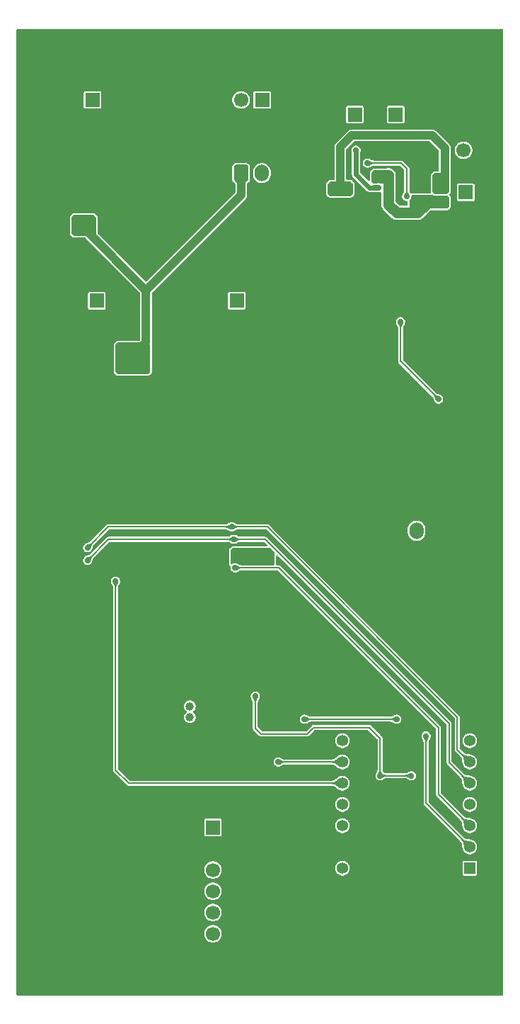
<source format=gbr>
%TF.GenerationSoftware,KiCad,Pcbnew,9.0.1*%
%TF.CreationDate,2025-04-29T17:21:59+08:00*%
%TF.ProjectId,pcb_all,7063625f-616c-46c2-9e6b-696361645f70,rev?*%
%TF.SameCoordinates,Original*%
%TF.FileFunction,Copper,L2,Bot*%
%TF.FilePolarity,Positive*%
%FSLAX46Y46*%
G04 Gerber Fmt 4.6, Leading zero omitted, Abs format (unit mm)*
G04 Created by KiCad (PCBNEW 9.0.1) date 2025-04-29 17:21:59*
%MOMM*%
%LPD*%
G01*
G04 APERTURE LIST*
G04 Aperture macros list*
%AMRoundRect*
0 Rectangle with rounded corners*
0 $1 Rounding radius*
0 $2 $3 $4 $5 $6 $7 $8 $9 X,Y pos of 4 corners*
0 Add a 4 corners polygon primitive as box body*
4,1,4,$2,$3,$4,$5,$6,$7,$8,$9,$2,$3,0*
0 Add four circle primitives for the rounded corners*
1,1,$1+$1,$2,$3*
1,1,$1+$1,$4,$5*
1,1,$1+$1,$6,$7*
1,1,$1+$1,$8,$9*
0 Add four rect primitives between the rounded corners*
20,1,$1+$1,$2,$3,$4,$5,0*
20,1,$1+$1,$4,$5,$6,$7,0*
20,1,$1+$1,$6,$7,$8,$9,0*
20,1,$1+$1,$8,$9,$2,$3,0*%
G04 Aperture macros list end*
%TA.AperFunction,ComponentPad*%
%ADD10R,1.700000X1.700000*%
%TD*%
%TA.AperFunction,ComponentPad*%
%ADD11C,1.700000*%
%TD*%
%TA.AperFunction,ComponentPad*%
%ADD12RoundRect,0.250000X-0.600000X-0.750000X0.600000X-0.750000X0.600000X0.750000X-0.600000X0.750000X0*%
%TD*%
%TA.AperFunction,ComponentPad*%
%ADD13O,1.700000X2.000000*%
%TD*%
%TA.AperFunction,ComponentPad*%
%ADD14C,1.008000*%
%TD*%
%TA.AperFunction,ComponentPad*%
%ADD15R,1.358000X1.358000*%
%TD*%
%TA.AperFunction,ComponentPad*%
%ADD16C,1.358000*%
%TD*%
%TA.AperFunction,ViaPad*%
%ADD17C,0.700000*%
%TD*%
%TA.AperFunction,Conductor*%
%ADD18C,0.200000*%
%TD*%
%TA.AperFunction,Conductor*%
%ADD19C,1.300000*%
%TD*%
%TA.AperFunction,Conductor*%
%ADD20C,1.000000*%
%TD*%
%TA.AperFunction,Conductor*%
%ADD21C,0.600000*%
%TD*%
G04 APERTURE END LIST*
D10*
%TO.P,TP1,1,1*%
%TO.N,Net-(BT1--)*%
X144650000Y-59750000D03*
D11*
%TO.P,TP1,2,2*%
%TO.N,+BATT*%
X142110000Y-59750000D03*
%TD*%
D12*
%TO.P,BT1,1,+*%
%TO.N,+BATT*%
X142125000Y-68500000D03*
D13*
%TO.P,BT1,2,-*%
%TO.N,Net-(BT1--)*%
X144625000Y-68500000D03*
%TD*%
D12*
%TO.P,J1,1,Pin_1*%
%TO.N,GND*%
X160625000Y-111225000D03*
D13*
%TO.P,J1,2,Pin_2*%
%TO.N,Net-(D10-A)*%
X163125000Y-111225000D03*
%TD*%
D10*
%TO.P,TP3,1,1*%
%TO.N,+1V8*%
X124850000Y-83750000D03*
D11*
%TO.P,TP3,2,2*%
%TO.N,GND*%
X127390000Y-83750000D03*
%TD*%
D10*
%TO.P,TP5,1,1*%
%TO.N,Net-(Q2-G)*%
X155750000Y-61500000D03*
%TD*%
%TO.P,TP6,1,1*%
%TO.N,GND*%
X168750000Y-63225000D03*
D11*
%TO.P,TP6,2,2*%
%TO.N,+BATT*%
X168750000Y-65765000D03*
%TD*%
D10*
%TO.P,TP4,1,1*%
%TO.N,Net-(Q1-G)*%
X169000707Y-70797879D03*
%TD*%
D14*
%TO.P,B1,N*%
%TO.N,Net-(D7-A)*%
X136000000Y-133500000D03*
%TO.P,B1,P*%
%TO.N,+3V3*%
X136000000Y-132200000D03*
%TD*%
D15*
%TO.P,U2,1,D0*%
%TO.N,/A (MIC)*%
X169495000Y-151551500D03*
D16*
%TO.P,U2,2,D1*%
%TO.N,/BATT VOLTAGE*%
X169495000Y-149011500D03*
%TO.P,U2,3,D2*%
%TO.N,/INT1 (IMU)*%
X169495000Y-146471500D03*
%TO.P,U2,4,D3*%
%TO.N,/PWM (Vibration)*%
X169495000Y-143931500D03*
%TO.P,U2,5,D4*%
%TO.N,/SDA*%
X169495000Y-141391500D03*
%TO.P,U2,6,D5*%
%TO.N,/SCL*%
X169495000Y-138851500D03*
%TO.P,U2,7,TX_D6*%
%TO.N,/RX (SIM7600G-H)*%
X169495000Y-136311500D03*
%TO.P,U2,8,RX_D7*%
%TO.N,/TX (SIM7600G-H)*%
X154255000Y-136311500D03*
%TO.P,U2,9,D8*%
%TO.N,/SLEEP (SIM7600G-H)*%
X154255000Y-138851500D03*
%TO.P,U2,10,D9*%
%TO.N,/INT (BAROMETER)*%
X154255000Y-141391500D03*
%TO.P,U2,11,D10*%
%TO.N,unconnected-(U2-D10-Pad11)*%
X154255000Y-143931500D03*
%TO.P,U2,12,VCC_3V3*%
%TO.N,unconnected-(U2-VCC_3V3-Pad12)*%
X154255000Y-146471500D03*
%TO.P,U2,13,GND*%
%TO.N,GND*%
X154255000Y-149011500D03*
%TO.P,U2,14,VUSB*%
%TO.N,+5V*%
X154255000Y-151551500D03*
%TD*%
D10*
%TO.P,J2,1,Pin_1*%
%TO.N,/SLEEP (SIM7600G-H)*%
X138750000Y-146670001D03*
D11*
%TO.P,J2,2,Pin_2*%
%TO.N,GND*%
X138750000Y-149210001D03*
%TO.P,J2,3,Pin_3*%
%TO.N,+5V*%
X138750000Y-151750001D03*
%TO.P,J2,4,Pin_4*%
%TO.N,/PWR (SIM7600G-H)*%
X138750000Y-154290001D03*
%TO.P,J2,5,Pin_5*%
%TO.N,/TX (SIM7600G-H)*%
X138750000Y-156830001D03*
%TO.P,J2,6,Pin_6*%
%TO.N,/RX (SIM7600G-H)*%
X138750000Y-159370001D03*
%TO.P,J2,7,Pin_7*%
%TO.N,GND*%
X138750000Y-161910001D03*
%TD*%
D10*
%TO.P,TP7,1,1*%
%TO.N,+3V3*%
X141600000Y-83750000D03*
D11*
%TO.P,TP7,2,2*%
%TO.N,GND*%
X144140000Y-83750000D03*
%TD*%
D10*
%TO.P,TP8,1,1*%
%TO.N,+5V*%
X124350000Y-59750000D03*
D11*
%TO.P,TP8,2,2*%
%TO.N,GND*%
X126890000Y-59750000D03*
%TD*%
D10*
%TO.P,TP2,1,1*%
%TO.N,Net-(U1-V-)*%
X160625000Y-61500000D03*
%TD*%
D17*
%TO.N,GND*%
X119000000Y-88400000D03*
X123500000Y-88400000D03*
%TO.N,+3V3*%
X141375000Y-114500000D03*
X145625000Y-115000000D03*
X145625000Y-114250000D03*
X162500000Y-140500000D03*
X143825000Y-131000000D03*
X141375000Y-113750000D03*
X158750000Y-140500000D03*
%TO.N,Net-(BT1--)*%
X163500000Y-72000000D03*
X158250000Y-69250000D03*
X166500000Y-72000000D03*
X165000000Y-72000000D03*
X159000000Y-69250000D03*
X159001000Y-68500000D03*
X165750000Y-72000000D03*
X159750000Y-68500000D03*
X162750000Y-72000000D03*
X158251000Y-68500000D03*
X159750000Y-69250000D03*
X164250000Y-72000000D03*
%TO.N,+BATT*%
X122500000Y-75000000D03*
X130000000Y-89500000D03*
X130000000Y-91000000D03*
X129250000Y-90250000D03*
X128500000Y-90250000D03*
X124000000Y-75000000D03*
X130750000Y-91000000D03*
X129250000Y-89500000D03*
X127750000Y-90250000D03*
X130750000Y-91750000D03*
X130750000Y-90250000D03*
X122500000Y-74250000D03*
X130000000Y-91750000D03*
X123250000Y-74250000D03*
X127750000Y-89500000D03*
X123250000Y-75000000D03*
X124000000Y-74250000D03*
X128500000Y-89500000D03*
X130750000Y-89500000D03*
X130000000Y-90250000D03*
%TO.N,GND*%
X138550000Y-92199000D03*
X156000000Y-87750000D03*
X128301000Y-94600000D03*
X165125000Y-67350000D03*
X170750000Y-64750000D03*
X170750000Y-65750000D03*
X146050000Y-91949000D03*
X148550000Y-91949000D03*
X162875000Y-90800000D03*
X170750000Y-63750000D03*
X157000000Y-87750000D03*
X123201000Y-96250000D03*
X164375000Y-90800000D03*
X125500000Y-70000000D03*
X162800000Y-84750000D03*
X170750000Y-66750000D03*
%TO.N,/SCL*%
X123750000Y-113250000D03*
X141000000Y-110750000D03*
%TO.N,/SDA*%
X141250000Y-112250000D03*
X123750000Y-114750000D03*
%TO.N,/INT (BAROMETER)*%
X127100000Y-117250000D03*
%TO.N,/INT1 (IMU)*%
X141400000Y-115650000D03*
%TO.N,/SLEEP (SIM7600G-H)*%
X146568501Y-138851500D03*
%TO.N,Net-(Q1-G)*%
X157250000Y-67300000D03*
X161950176Y-71300000D03*
%TO.N,Net-(Q2-G)*%
X158600000Y-70250000D03*
X155875000Y-65750000D03*
%TO.N,/BATT VOLTAGE*%
X165750000Y-95500000D03*
X164250000Y-135750000D03*
X161200000Y-86250000D03*
%TO.N,/PWM (Vibration)*%
X160750000Y-133750000D03*
X149700000Y-133750000D03*
%TO.N,Net-(Q1-D)*%
X165500000Y-69750000D03*
X154000000Y-70000000D03*
X165500000Y-69000000D03*
X166250000Y-69750000D03*
X155000000Y-70750000D03*
X155000000Y-70000000D03*
X165500000Y-70500000D03*
X153000000Y-70750000D03*
X166250000Y-69000000D03*
X153000000Y-70000000D03*
X166250000Y-70500000D03*
X154000000Y-70750000D03*
%TD*%
D18*
%TO.N,+3V3*%
X150000000Y-135500000D02*
X144500000Y-135500000D01*
X158750000Y-140500000D02*
X158750000Y-136000000D01*
X150750000Y-134750000D02*
X150000000Y-135500000D01*
X158750000Y-136000000D02*
X157500000Y-134750000D01*
X144500000Y-135500000D02*
X143825000Y-134825000D01*
X157500000Y-134750000D02*
X150750000Y-134750000D01*
X143825000Y-134825000D02*
X143825000Y-131000000D01*
X158750000Y-140500000D02*
X162500000Y-140500000D01*
D19*
%TO.N,Net-(BT1--)*%
X159750000Y-72250000D02*
X160750000Y-73250000D01*
X159750000Y-68750000D02*
X159750000Y-72250000D01*
X160750000Y-73250000D02*
X163250000Y-73250000D01*
X164500000Y-72000000D02*
X165250000Y-72000000D01*
X163250000Y-73250000D02*
X164500000Y-72000000D01*
D20*
%TO.N,+BATT*%
X142125000Y-71125000D02*
X142125000Y-68500000D01*
X129250000Y-90250000D02*
X130750000Y-88750000D01*
X130750000Y-82500000D02*
X123250000Y-75000000D01*
X130750000Y-82500000D02*
X142125000Y-71125000D01*
X130750000Y-88750000D02*
X130750000Y-82500000D01*
D18*
%TO.N,/SCL*%
X168000000Y-137356500D02*
X169495000Y-138851500D01*
X126250000Y-110750000D02*
X123750000Y-113250000D01*
X141000000Y-110750000D02*
X126250000Y-110750000D01*
X145250000Y-110750000D02*
X168000000Y-133500000D01*
X141000000Y-110750000D02*
X145250000Y-110750000D01*
X168000000Y-133500000D02*
X168000000Y-137356500D01*
%TO.N,/SDA*%
X141250000Y-112250000D02*
X145000000Y-112250000D01*
X167000000Y-134250000D02*
X167000000Y-138896500D01*
X145000000Y-112250000D02*
X167000000Y-134250000D01*
X167000000Y-138896500D02*
X169495000Y-141391500D01*
X126250000Y-112250000D02*
X123750000Y-114750000D01*
X141250000Y-112250000D02*
X126250000Y-112250000D01*
%TO.N,/INT (BAROMETER)*%
X127100000Y-117250000D02*
X127100000Y-139850000D01*
X128641500Y-141391500D02*
X154255000Y-141391500D01*
X127100000Y-139850000D02*
X128641500Y-141391500D01*
%TO.N,/INT1 (IMU)*%
X141400000Y-115650000D02*
X146650000Y-115650000D01*
X165750000Y-142726500D02*
X169495000Y-146471500D01*
X165750000Y-134750000D02*
X165750000Y-142726500D01*
X146650000Y-115650000D02*
X165750000Y-134750000D01*
%TO.N,/SLEEP (SIM7600G-H)*%
X154255000Y-138851500D02*
X146568501Y-138851500D01*
%TO.N,Net-(Q1-G)*%
X161300000Y-67300000D02*
X161950176Y-67950176D01*
X157250000Y-67300000D02*
X161300000Y-67300000D01*
X161950176Y-67950176D02*
X161950176Y-71300000D01*
D21*
%TO.N,Net-(Q2-G)*%
X158600000Y-70250000D02*
X157500000Y-70250000D01*
X157500000Y-70250000D02*
X155875000Y-68625000D01*
X155875000Y-68625000D02*
X155875000Y-65750000D01*
D18*
%TO.N,/BATT VOLTAGE*%
X165750000Y-95500000D02*
X161200000Y-90950000D01*
X164250000Y-143766500D02*
X169495000Y-149011500D01*
X164250000Y-135750000D02*
X164250000Y-143766500D01*
X161200000Y-90950000D02*
X161200000Y-86250000D01*
%TO.N,/PWM (Vibration)*%
X149700000Y-133750000D02*
X160750000Y-133750000D01*
D20*
%TO.N,Net-(Q1-D)*%
X166250000Y-70500000D02*
X166500000Y-70250000D01*
X154000000Y-65375000D02*
X154000000Y-70750000D01*
X166500000Y-70250000D02*
X166500000Y-65500000D01*
X165000000Y-64000000D02*
X155375000Y-64000000D01*
X155375000Y-64000000D02*
X154000000Y-65375000D01*
X166500000Y-65500000D02*
X165000000Y-64000000D01*
%TD*%
%TA.AperFunction,Conductor*%
%TO.N,GND*%
G36*
X173458691Y-51269407D02*
G01*
X173494655Y-51318907D01*
X173499500Y-51349500D01*
X173499500Y-166650500D01*
X173480593Y-166708691D01*
X173431093Y-166744655D01*
X173400500Y-166749500D01*
X115349500Y-166749500D01*
X115291309Y-166730593D01*
X115255345Y-166681093D01*
X115250500Y-166650500D01*
X115250500Y-159266533D01*
X137699500Y-159266533D01*
X137699500Y-159473468D01*
X137739869Y-159676419D01*
X137819058Y-159867598D01*
X137819059Y-159867599D01*
X137934023Y-160039656D01*
X138080345Y-160185978D01*
X138252402Y-160300942D01*
X138443580Y-160380131D01*
X138646535Y-160420501D01*
X138646536Y-160420501D01*
X138853464Y-160420501D01*
X138853465Y-160420501D01*
X139056420Y-160380131D01*
X139247598Y-160300942D01*
X139419655Y-160185978D01*
X139565977Y-160039656D01*
X139680941Y-159867599D01*
X139760130Y-159676421D01*
X139800500Y-159473466D01*
X139800500Y-159266536D01*
X139760130Y-159063581D01*
X139680941Y-158872403D01*
X139565977Y-158700346D01*
X139419655Y-158554024D01*
X139247598Y-158439060D01*
X139247599Y-158439060D01*
X139247597Y-158439059D01*
X139056418Y-158359870D01*
X138853467Y-158319501D01*
X138853465Y-158319501D01*
X138646535Y-158319501D01*
X138646532Y-158319501D01*
X138443581Y-158359870D01*
X138252402Y-158439059D01*
X138080348Y-158554021D01*
X137934020Y-158700349D01*
X137819058Y-158872403D01*
X137739869Y-159063582D01*
X137699500Y-159266533D01*
X115250500Y-159266533D01*
X115250500Y-156726533D01*
X137699500Y-156726533D01*
X137699500Y-156933468D01*
X137739869Y-157136419D01*
X137819058Y-157327598D01*
X137819059Y-157327599D01*
X137934023Y-157499656D01*
X138080345Y-157645978D01*
X138252402Y-157760942D01*
X138443580Y-157840131D01*
X138646535Y-157880501D01*
X138646536Y-157880501D01*
X138853464Y-157880501D01*
X138853465Y-157880501D01*
X139056420Y-157840131D01*
X139247598Y-157760942D01*
X139419655Y-157645978D01*
X139565977Y-157499656D01*
X139680941Y-157327599D01*
X139760130Y-157136421D01*
X139800500Y-156933466D01*
X139800500Y-156726536D01*
X139760130Y-156523581D01*
X139680941Y-156332403D01*
X139565977Y-156160346D01*
X139419655Y-156014024D01*
X139247598Y-155899060D01*
X139247599Y-155899060D01*
X139247597Y-155899059D01*
X139056418Y-155819870D01*
X138853467Y-155779501D01*
X138853465Y-155779501D01*
X138646535Y-155779501D01*
X138646532Y-155779501D01*
X138443581Y-155819870D01*
X138252402Y-155899059D01*
X138080348Y-156014021D01*
X137934020Y-156160349D01*
X137819058Y-156332403D01*
X137739869Y-156523582D01*
X137699500Y-156726533D01*
X115250500Y-156726533D01*
X115250500Y-154186533D01*
X137699500Y-154186533D01*
X137699500Y-154393468D01*
X137739869Y-154596419D01*
X137819058Y-154787598D01*
X137819059Y-154787599D01*
X137934023Y-154959656D01*
X138080345Y-155105978D01*
X138252402Y-155220942D01*
X138443580Y-155300131D01*
X138646535Y-155340501D01*
X138646536Y-155340501D01*
X138853464Y-155340501D01*
X138853465Y-155340501D01*
X139056420Y-155300131D01*
X139247598Y-155220942D01*
X139419655Y-155105978D01*
X139565977Y-154959656D01*
X139680941Y-154787599D01*
X139760130Y-154596421D01*
X139800500Y-154393466D01*
X139800500Y-154186536D01*
X139760130Y-153983581D01*
X139680941Y-153792403D01*
X139565977Y-153620346D01*
X139419655Y-153474024D01*
X139247598Y-153359060D01*
X139247599Y-153359060D01*
X139247597Y-153359059D01*
X139056418Y-153279870D01*
X138853467Y-153239501D01*
X138853465Y-153239501D01*
X138646535Y-153239501D01*
X138646532Y-153239501D01*
X138443581Y-153279870D01*
X138252402Y-153359059D01*
X138080348Y-153474021D01*
X137934020Y-153620349D01*
X137819058Y-153792403D01*
X137739869Y-153983582D01*
X137699500Y-154186533D01*
X115250500Y-154186533D01*
X115250500Y-151646533D01*
X137699500Y-151646533D01*
X137699500Y-151853468D01*
X137739869Y-152056419D01*
X137819058Y-152247598D01*
X137933830Y-152419367D01*
X137934023Y-152419656D01*
X138080345Y-152565978D01*
X138252402Y-152680942D01*
X138443580Y-152760131D01*
X138646535Y-152800501D01*
X138646536Y-152800501D01*
X138853464Y-152800501D01*
X138853465Y-152800501D01*
X139056420Y-152760131D01*
X139247598Y-152680942D01*
X139419655Y-152565978D01*
X139565977Y-152419656D01*
X139680941Y-152247599D01*
X139760130Y-152056421D01*
X139800500Y-151853466D01*
X139800500Y-151646536D01*
X139764365Y-151464874D01*
X153375500Y-151464874D01*
X153375500Y-151638125D01*
X153409297Y-151808039D01*
X153475596Y-151968099D01*
X153534611Y-152056421D01*
X153571847Y-152112149D01*
X153694351Y-152234653D01*
X153838400Y-152330903D01*
X153998459Y-152397202D01*
X154168377Y-152431000D01*
X154168378Y-152431000D01*
X154341622Y-152431000D01*
X154341623Y-152431000D01*
X154511541Y-152397202D01*
X154671600Y-152330903D01*
X154815649Y-152234653D01*
X154938153Y-152112149D01*
X155034403Y-151968100D01*
X155100702Y-151808041D01*
X155134500Y-151638123D01*
X155134500Y-151464877D01*
X155100702Y-151294959D01*
X155034403Y-151134900D01*
X154938153Y-150990851D01*
X154815649Y-150868347D01*
X154792311Y-150852753D01*
X168615500Y-150852753D01*
X168615500Y-152250246D01*
X168615501Y-152250258D01*
X168627132Y-152308727D01*
X168627133Y-152308731D01*
X168671448Y-152375052D01*
X168737769Y-152419367D01*
X168782231Y-152428211D01*
X168796241Y-152430998D01*
X168796246Y-152430998D01*
X168796252Y-152431000D01*
X168796253Y-152431000D01*
X170193747Y-152431000D01*
X170193748Y-152431000D01*
X170252231Y-152419367D01*
X170318552Y-152375052D01*
X170362867Y-152308731D01*
X170374500Y-152250248D01*
X170374500Y-150852752D01*
X170362867Y-150794269D01*
X170318552Y-150727948D01*
X170285403Y-150705798D01*
X170252233Y-150683634D01*
X170252231Y-150683633D01*
X170252228Y-150683632D01*
X170252227Y-150683632D01*
X170193758Y-150672001D01*
X170193748Y-150672000D01*
X168796252Y-150672000D01*
X168796251Y-150672000D01*
X168796241Y-150672001D01*
X168737772Y-150683632D01*
X168737766Y-150683634D01*
X168671451Y-150727945D01*
X168671445Y-150727951D01*
X168627134Y-150794266D01*
X168627132Y-150794272D01*
X168615501Y-150852741D01*
X168615500Y-150852753D01*
X154792311Y-150852753D01*
X154671599Y-150772096D01*
X154511539Y-150705797D01*
X154341625Y-150672000D01*
X154341623Y-150672000D01*
X154168377Y-150672000D01*
X154168374Y-150672000D01*
X153998460Y-150705797D01*
X153838400Y-150772096D01*
X153694354Y-150868344D01*
X153571844Y-150990854D01*
X153475596Y-151134900D01*
X153409297Y-151294960D01*
X153375500Y-151464874D01*
X139764365Y-151464874D01*
X139760130Y-151443581D01*
X139680941Y-151252403D01*
X139565977Y-151080346D01*
X139419655Y-150934024D01*
X139321362Y-150868347D01*
X139247597Y-150819059D01*
X139056418Y-150739870D01*
X138853467Y-150699501D01*
X138853465Y-150699501D01*
X138646535Y-150699501D01*
X138646532Y-150699501D01*
X138443581Y-150739870D01*
X138252402Y-150819059D01*
X138080348Y-150934021D01*
X137934020Y-151080349D01*
X137819058Y-151252403D01*
X137739869Y-151443582D01*
X137699500Y-151646533D01*
X115250500Y-151646533D01*
X115250500Y-145800254D01*
X137699500Y-145800254D01*
X137699500Y-147539747D01*
X137699501Y-147539759D01*
X137711132Y-147598228D01*
X137711133Y-147598232D01*
X137755448Y-147664553D01*
X137821769Y-147708868D01*
X137866231Y-147717712D01*
X137880241Y-147720499D01*
X137880246Y-147720499D01*
X137880252Y-147720501D01*
X137880253Y-147720501D01*
X139619747Y-147720501D01*
X139619748Y-147720501D01*
X139678231Y-147708868D01*
X139744552Y-147664553D01*
X139788867Y-147598232D01*
X139800500Y-147539749D01*
X139800500Y-146384874D01*
X153375500Y-146384874D01*
X153375500Y-146558125D01*
X153409297Y-146728039D01*
X153475596Y-146888099D01*
X153475597Y-146888100D01*
X153571847Y-147032149D01*
X153694351Y-147154653D01*
X153838400Y-147250903D01*
X153998459Y-147317202D01*
X154168377Y-147351000D01*
X154168378Y-147351000D01*
X154341622Y-147351000D01*
X154341623Y-147351000D01*
X154511541Y-147317202D01*
X154671600Y-147250903D01*
X154815649Y-147154653D01*
X154938153Y-147032149D01*
X155034403Y-146888100D01*
X155100702Y-146728041D01*
X155134500Y-146558123D01*
X155134500Y-146384877D01*
X155100702Y-146214959D01*
X155034403Y-146054900D01*
X154938153Y-145910851D01*
X154815649Y-145788347D01*
X154745946Y-145741773D01*
X154671599Y-145692096D01*
X154511539Y-145625797D01*
X154341625Y-145592000D01*
X154341623Y-145592000D01*
X154168377Y-145592000D01*
X154168374Y-145592000D01*
X153998460Y-145625797D01*
X153838400Y-145692096D01*
X153694354Y-145788344D01*
X153571844Y-145910854D01*
X153475596Y-146054900D01*
X153409297Y-146214960D01*
X153375500Y-146384874D01*
X139800500Y-146384874D01*
X139800500Y-145800253D01*
X139788867Y-145741770D01*
X139744552Y-145675449D01*
X139744548Y-145675446D01*
X139678233Y-145631135D01*
X139678231Y-145631134D01*
X139678228Y-145631133D01*
X139678227Y-145631133D01*
X139619758Y-145619502D01*
X139619748Y-145619501D01*
X137880252Y-145619501D01*
X137880251Y-145619501D01*
X137880241Y-145619502D01*
X137821772Y-145631133D01*
X137821766Y-145631135D01*
X137755451Y-145675446D01*
X137755445Y-145675452D01*
X137711134Y-145741767D01*
X137711132Y-145741773D01*
X137699501Y-145800242D01*
X137699500Y-145800254D01*
X115250500Y-145800254D01*
X115250500Y-143844874D01*
X153375500Y-143844874D01*
X153375500Y-144018125D01*
X153409297Y-144188039D01*
X153475596Y-144348099D01*
X153475597Y-144348100D01*
X153571847Y-144492149D01*
X153694351Y-144614653D01*
X153838400Y-144710903D01*
X153998459Y-144777202D01*
X154168377Y-144811000D01*
X154168378Y-144811000D01*
X154341622Y-144811000D01*
X154341623Y-144811000D01*
X154511541Y-144777202D01*
X154671600Y-144710903D01*
X154815649Y-144614653D01*
X154938153Y-144492149D01*
X155034403Y-144348100D01*
X155100702Y-144188041D01*
X155134500Y-144018123D01*
X155134500Y-143844877D01*
X155100702Y-143674959D01*
X155034403Y-143514900D01*
X154938153Y-143370851D01*
X154815649Y-143248347D01*
X154671600Y-143152097D01*
X154671601Y-143152097D01*
X154671599Y-143152096D01*
X154511539Y-143085797D01*
X154341625Y-143052000D01*
X154341623Y-143052000D01*
X154168377Y-143052000D01*
X154168374Y-143052000D01*
X153998460Y-143085797D01*
X153838400Y-143152096D01*
X153694354Y-143248344D01*
X153571844Y-143370854D01*
X153475596Y-143514900D01*
X153409297Y-143674960D01*
X153375500Y-143844874D01*
X115250500Y-143844874D01*
X115250500Y-117177525D01*
X126549500Y-117177525D01*
X126549500Y-117322474D01*
X126556797Y-117349709D01*
X126560032Y-117370103D01*
X126560601Y-117380873D01*
X126560602Y-117380876D01*
X126579009Y-117453227D01*
X126582307Y-117464766D01*
X126582713Y-117466045D01*
X126586652Y-117477306D01*
X126612308Y-117544354D01*
X126619154Y-117560214D01*
X126620020Y-117562008D01*
X126628306Y-117577456D01*
X126695352Y-117690604D01*
X126700391Y-117698680D01*
X126700966Y-117699555D01*
X126706280Y-117707258D01*
X126721229Y-117727906D01*
X126722348Y-117729484D01*
X126751203Y-117771023D01*
X126757849Y-117782059D01*
X126769617Y-117804835D01*
X126777029Y-117823702D01*
X126784980Y-117852232D01*
X126788320Y-117871185D01*
X126791171Y-117908097D01*
X126794276Y-117948300D01*
X126794277Y-117948303D01*
X126796319Y-117956163D01*
X126799500Y-117981057D01*
X126799500Y-139889564D01*
X126819978Y-139965987D01*
X126853475Y-140024007D01*
X126854721Y-140026164D01*
X126859540Y-140034511D01*
X128401040Y-141576011D01*
X128401039Y-141576011D01*
X128456989Y-141631960D01*
X128525507Y-141671519D01*
X128525511Y-141671521D01*
X128601935Y-141691999D01*
X128601937Y-141692000D01*
X128601938Y-141692000D01*
X128681062Y-141692000D01*
X152880441Y-141692000D01*
X152886535Y-141692188D01*
X152894899Y-141692703D01*
X152914343Y-141697266D01*
X153036339Y-141701426D01*
X153037679Y-141701509D01*
X153037947Y-141701614D01*
X153043810Y-141702079D01*
X153131769Y-141713032D01*
X153142674Y-141715015D01*
X153193675Y-141727284D01*
X153205296Y-141730848D01*
X153236068Y-141742402D01*
X153252039Y-141750095D01*
X153288276Y-141771743D01*
X153341762Y-141803696D01*
X153352769Y-141811328D01*
X153454871Y-141892889D01*
X153455184Y-141893140D01*
X153581730Y-141995553D01*
X153585173Y-141998261D01*
X153586261Y-141999117D01*
X153586760Y-141999498D01*
X153586763Y-141999500D01*
X153591339Y-142002897D01*
X153747759Y-142115676D01*
X153750680Y-142117743D01*
X153751011Y-142117973D01*
X153765008Y-142123930D01*
X153781232Y-142132704D01*
X153838400Y-142170903D01*
X153998459Y-142237202D01*
X154168377Y-142271000D01*
X154168378Y-142271000D01*
X154341622Y-142271000D01*
X154341623Y-142271000D01*
X154511541Y-142237202D01*
X154671600Y-142170903D01*
X154815649Y-142074653D01*
X154938153Y-141952149D01*
X155034403Y-141808100D01*
X155100702Y-141648041D01*
X155134500Y-141478123D01*
X155134500Y-141304877D01*
X155100702Y-141134959D01*
X155034403Y-140974900D01*
X154938153Y-140830851D01*
X154815649Y-140708347D01*
X154738984Y-140657121D01*
X154671599Y-140612096D01*
X154511539Y-140545797D01*
X154341625Y-140512000D01*
X154341623Y-140512000D01*
X154168377Y-140512000D01*
X154168374Y-140512000D01*
X153998460Y-140545797D01*
X153838397Y-140612097D01*
X153777075Y-140653071D01*
X153764431Y-140660237D01*
X153745442Y-140669225D01*
X153523243Y-140834120D01*
X153519243Y-140837166D01*
X153518858Y-140837467D01*
X153514702Y-140840802D01*
X153455362Y-140889688D01*
X153453865Y-140890896D01*
X153343338Y-140978400D01*
X153330811Y-140986848D01*
X153242636Y-141036970D01*
X153225956Y-141044505D01*
X153192401Y-141056064D01*
X153180690Y-141059308D01*
X153133928Y-141069220D01*
X153129070Y-141070250D01*
X153114989Y-141072191D01*
X152907607Y-141085721D01*
X152898356Y-141088037D01*
X152874318Y-141091000D01*
X128806979Y-141091000D01*
X128748788Y-141072093D01*
X128736975Y-141062004D01*
X127429496Y-139754525D01*
X127401719Y-139700008D01*
X127400500Y-139684521D01*
X127400500Y-138779025D01*
X146018001Y-138779025D01*
X146018001Y-138923975D01*
X146021792Y-138938122D01*
X146055518Y-139063989D01*
X146127988Y-139189510D01*
X146127990Y-139189512D01*
X146127992Y-139189515D01*
X146230486Y-139292009D01*
X146230488Y-139292010D01*
X146230490Y-139292012D01*
X146356012Y-139364482D01*
X146356013Y-139364482D01*
X146356016Y-139364484D01*
X146496026Y-139402000D01*
X146496027Y-139402000D01*
X146640978Y-139402000D01*
X146640978Y-139401999D01*
X146668210Y-139394702D01*
X146688620Y-139391465D01*
X146693490Y-139391207D01*
X146699373Y-139390897D01*
X146771736Y-139372486D01*
X146783324Y-139369173D01*
X146784620Y-139368761D01*
X146795803Y-139364848D01*
X146862854Y-139339191D01*
X146878774Y-139332316D01*
X146880557Y-139331455D01*
X146895955Y-139323194D01*
X147009121Y-139256137D01*
X147017157Y-139251122D01*
X147018054Y-139250533D01*
X147025766Y-139245213D01*
X147046497Y-139230203D01*
X147047854Y-139229240D01*
X147089539Y-139200283D01*
X147100538Y-139193659D01*
X147123347Y-139181875D01*
X147142196Y-139174470D01*
X147170741Y-139166516D01*
X147189679Y-139163179D01*
X147266801Y-139157224D01*
X147272825Y-139155658D01*
X147274666Y-139155181D01*
X147299558Y-139152000D01*
X152880441Y-139152000D01*
X152886535Y-139152188D01*
X152894899Y-139152703D01*
X152914343Y-139157266D01*
X153036339Y-139161426D01*
X153037679Y-139161509D01*
X153037947Y-139161614D01*
X153043810Y-139162079D01*
X153131769Y-139173032D01*
X153142674Y-139175015D01*
X153193675Y-139187284D01*
X153205296Y-139190848D01*
X153236068Y-139202402D01*
X153252039Y-139210095D01*
X153288276Y-139231743D01*
X153341762Y-139263696D01*
X153352769Y-139271328D01*
X153454871Y-139352889D01*
X153455184Y-139353140D01*
X153581730Y-139455553D01*
X153585173Y-139458261D01*
X153586261Y-139459117D01*
X153586760Y-139459498D01*
X153586763Y-139459500D01*
X153591339Y-139462897D01*
X153747759Y-139575676D01*
X153750680Y-139577743D01*
X153751011Y-139577973D01*
X153765008Y-139583930D01*
X153781232Y-139592704D01*
X153838400Y-139630903D01*
X153998459Y-139697202D01*
X154168377Y-139731000D01*
X154168378Y-139731000D01*
X154341622Y-139731000D01*
X154341623Y-139731000D01*
X154511541Y-139697202D01*
X154671600Y-139630903D01*
X154815649Y-139534653D01*
X154938153Y-139412149D01*
X155034403Y-139268100D01*
X155100702Y-139108041D01*
X155134500Y-138938123D01*
X155134500Y-138764877D01*
X155100702Y-138594959D01*
X155034403Y-138434900D01*
X154938153Y-138290851D01*
X154815649Y-138168347D01*
X154738984Y-138117121D01*
X154671599Y-138072096D01*
X154511539Y-138005797D01*
X154341625Y-137972000D01*
X154341623Y-137972000D01*
X154168377Y-137972000D01*
X154168374Y-137972000D01*
X153998460Y-138005797D01*
X153838397Y-138072097D01*
X153777075Y-138113071D01*
X153764431Y-138120237D01*
X153745442Y-138129225D01*
X153523243Y-138294120D01*
X153519243Y-138297166D01*
X153518858Y-138297467D01*
X153514702Y-138300802D01*
X153455362Y-138349688D01*
X153453865Y-138350896D01*
X153343338Y-138438400D01*
X153330811Y-138446848D01*
X153242636Y-138496970D01*
X153225956Y-138504505D01*
X153192401Y-138516064D01*
X153180690Y-138519308D01*
X153133928Y-138529220D01*
X153129070Y-138530250D01*
X153114989Y-138532191D01*
X152907607Y-138545721D01*
X152898356Y-138548037D01*
X152874318Y-138551000D01*
X147294992Y-138551000D01*
X147285402Y-138550534D01*
X147277826Y-138549796D01*
X147261815Y-138545701D01*
X147203094Y-138542523D01*
X147200966Y-138542316D01*
X147200374Y-138542058D01*
X147192394Y-138541102D01*
X147174320Y-138537729D01*
X147153622Y-138531463D01*
X147105686Y-138511005D01*
X147088621Y-138501641D01*
X147044535Y-138471456D01*
X147044481Y-138471419D01*
X147042224Y-138469896D01*
X147042080Y-138469800D01*
X147039220Y-138467931D01*
X147039205Y-138467921D01*
X146925547Y-138394954D01*
X146925525Y-138394941D01*
X146910299Y-138386066D01*
X146908522Y-138385130D01*
X146892767Y-138377669D01*
X146887094Y-138375271D01*
X146817108Y-138345698D01*
X146811775Y-138343661D01*
X146803696Y-138340575D01*
X146802144Y-138340043D01*
X146788327Y-138335847D01*
X146701517Y-138312793D01*
X146695616Y-138311319D01*
X146694924Y-138311157D01*
X146689834Y-138311065D01*
X146666014Y-138307708D01*
X146640978Y-138301000D01*
X146640976Y-138301000D01*
X146496026Y-138301000D01*
X146434291Y-138317541D01*
X146356011Y-138338517D01*
X146230490Y-138410987D01*
X146127988Y-138513489D01*
X146055518Y-138639010D01*
X146055168Y-138640317D01*
X146018001Y-138779025D01*
X127400500Y-138779025D01*
X127400500Y-136224874D01*
X153375500Y-136224874D01*
X153375500Y-136398125D01*
X153409297Y-136568039D01*
X153475596Y-136728099D01*
X153475597Y-136728100D01*
X153571847Y-136872149D01*
X153694351Y-136994653D01*
X153838400Y-137090903D01*
X153998459Y-137157202D01*
X154168377Y-137191000D01*
X154168378Y-137191000D01*
X154341622Y-137191000D01*
X154341623Y-137191000D01*
X154511541Y-137157202D01*
X154671600Y-137090903D01*
X154815649Y-136994653D01*
X154938153Y-136872149D01*
X155034403Y-136728100D01*
X155100702Y-136568041D01*
X155134500Y-136398123D01*
X155134500Y-136224877D01*
X155100702Y-136054959D01*
X155034403Y-135894900D01*
X154938153Y-135750851D01*
X154815649Y-135628347D01*
X154679709Y-135537515D01*
X154671599Y-135532096D01*
X154511539Y-135465797D01*
X154341625Y-135432000D01*
X154341623Y-135432000D01*
X154168377Y-135432000D01*
X154168374Y-135432000D01*
X153998460Y-135465797D01*
X153838400Y-135532096D01*
X153694354Y-135628344D01*
X153571844Y-135750854D01*
X153475596Y-135894900D01*
X153409297Y-136054960D01*
X153375500Y-136224874D01*
X127400500Y-136224874D01*
X127400500Y-132130610D01*
X135295500Y-132130610D01*
X135295500Y-132269389D01*
X135322572Y-132405493D01*
X135375679Y-132533704D01*
X135375683Y-132533713D01*
X135430815Y-132616222D01*
X135452779Y-132649093D01*
X135550907Y-132747221D01*
X135581534Y-132767685D01*
X135619413Y-132815735D01*
X135621815Y-132876873D01*
X135587822Y-132927747D01*
X135581534Y-132932315D01*
X135550907Y-132952779D01*
X135550903Y-132952782D01*
X135452782Y-133050903D01*
X135452779Y-133050907D01*
X135375683Y-133166286D01*
X135375679Y-133166295D01*
X135322572Y-133294506D01*
X135295500Y-133430610D01*
X135295500Y-133569389D01*
X135322572Y-133705493D01*
X135375679Y-133833704D01*
X135375683Y-133833713D01*
X135430815Y-133916222D01*
X135452779Y-133949093D01*
X135550907Y-134047221D01*
X135589439Y-134072967D01*
X135666286Y-134124316D01*
X135666292Y-134124318D01*
X135666294Y-134124320D01*
X135794505Y-134177427D01*
X135930613Y-134204500D01*
X135930614Y-134204500D01*
X136069386Y-134204500D01*
X136069387Y-134204500D01*
X136205495Y-134177427D01*
X136333706Y-134124320D01*
X136333709Y-134124317D01*
X136333713Y-134124316D01*
X136367028Y-134102054D01*
X136449093Y-134047221D01*
X136547221Y-133949093D01*
X136602054Y-133867028D01*
X136624316Y-133833713D01*
X136624317Y-133833709D01*
X136624320Y-133833706D01*
X136677427Y-133705495D01*
X136704500Y-133569387D01*
X136704500Y-133430613D01*
X136677427Y-133294505D01*
X136624320Y-133166294D01*
X136624318Y-133166292D01*
X136624316Y-133166286D01*
X136580090Y-133100100D01*
X136547221Y-133050907D01*
X136449093Y-132952779D01*
X136418465Y-132932314D01*
X136380587Y-132884265D01*
X136378185Y-132823127D01*
X136412178Y-132772253D01*
X136418466Y-132767685D01*
X136449093Y-132747221D01*
X136547221Y-132649093D01*
X136602054Y-132567028D01*
X136624316Y-132533713D01*
X136624317Y-132533709D01*
X136624320Y-132533706D01*
X136677427Y-132405495D01*
X136704500Y-132269387D01*
X136704500Y-132130613D01*
X136677427Y-131994505D01*
X136624320Y-131866294D01*
X136624318Y-131866292D01*
X136624316Y-131866286D01*
X136580090Y-131800100D01*
X136547221Y-131750907D01*
X136449093Y-131652779D01*
X136415376Y-131630250D01*
X136333713Y-131575683D01*
X136333704Y-131575679D01*
X136205493Y-131522572D01*
X136069389Y-131495500D01*
X136069387Y-131495500D01*
X135930613Y-131495500D01*
X135930610Y-131495500D01*
X135794506Y-131522572D01*
X135666295Y-131575679D01*
X135666286Y-131575683D01*
X135550907Y-131652779D01*
X135550903Y-131652782D01*
X135452782Y-131750903D01*
X135452779Y-131750907D01*
X135375683Y-131866286D01*
X135375679Y-131866295D01*
X135322572Y-131994506D01*
X135295500Y-132130610D01*
X127400500Y-132130610D01*
X127400500Y-130927525D01*
X143274500Y-130927525D01*
X143274500Y-131072474D01*
X143281797Y-131099709D01*
X143285032Y-131120103D01*
X143285601Y-131130873D01*
X143285602Y-131130876D01*
X143304009Y-131203227D01*
X143307307Y-131214766D01*
X143307713Y-131216045D01*
X143311652Y-131227306D01*
X143337308Y-131294354D01*
X143344154Y-131310214D01*
X143345020Y-131312008D01*
X143353306Y-131327456D01*
X143420352Y-131440604D01*
X143425391Y-131448680D01*
X143425966Y-131449555D01*
X143431280Y-131457258D01*
X143446229Y-131477906D01*
X143447348Y-131479484D01*
X143476203Y-131521023D01*
X143482849Y-131532059D01*
X143494617Y-131554835D01*
X143502029Y-131573702D01*
X143509980Y-131602232D01*
X143513320Y-131621185D01*
X143516171Y-131658097D01*
X143519276Y-131698300D01*
X143519277Y-131698303D01*
X143521319Y-131706163D01*
X143524500Y-131731057D01*
X143524500Y-134864564D01*
X143544978Y-134940987D01*
X143573541Y-134990460D01*
X143573540Y-134990460D01*
X143584538Y-135009508D01*
X143584540Y-135009511D01*
X144259540Y-135684511D01*
X144259539Y-135684511D01*
X144315489Y-135740460D01*
X144384007Y-135780019D01*
X144384011Y-135780021D01*
X144460435Y-135800499D01*
X144460437Y-135800500D01*
X144460438Y-135800500D01*
X150039563Y-135800500D01*
X150039563Y-135800499D01*
X150115989Y-135780021D01*
X150184511Y-135740460D01*
X150240460Y-135684511D01*
X150845475Y-135079496D01*
X150899992Y-135051719D01*
X150915479Y-135050500D01*
X157334521Y-135050500D01*
X157392712Y-135069407D01*
X157404525Y-135079496D01*
X158420504Y-136095475D01*
X158448281Y-136149992D01*
X158449500Y-136165479D01*
X158449500Y-139773509D01*
X158449034Y-139783099D01*
X158448296Y-139790676D01*
X158444201Y-139806687D01*
X158441022Y-139865414D01*
X158440816Y-139867538D01*
X158440558Y-139868129D01*
X158439602Y-139876106D01*
X158436231Y-139894173D01*
X158429964Y-139914877D01*
X158409504Y-139962814D01*
X158400142Y-139979876D01*
X158369936Y-140023993D01*
X158369927Y-140024007D01*
X158367793Y-140027185D01*
X158367709Y-140027313D01*
X158366462Y-140029231D01*
X158293447Y-140142964D01*
X158284546Y-140158236D01*
X158283615Y-140160004D01*
X158276170Y-140175728D01*
X158244193Y-140251404D01*
X158239059Y-140264846D01*
X158238531Y-140266389D01*
X158234353Y-140280158D01*
X158211296Y-140366975D01*
X158209797Y-140372975D01*
X158209645Y-140373629D01*
X158209553Y-140378704D01*
X158206197Y-140402526D01*
X158199500Y-140427523D01*
X158199500Y-140572474D01*
X158237017Y-140712489D01*
X158309487Y-140838010D01*
X158309489Y-140838012D01*
X158309491Y-140838015D01*
X158411985Y-140940509D01*
X158411987Y-140940510D01*
X158411989Y-140940512D01*
X158537511Y-141012982D01*
X158537512Y-141012982D01*
X158537515Y-141012984D01*
X158677525Y-141050500D01*
X158677526Y-141050500D01*
X158822477Y-141050500D01*
X158822477Y-141050499D01*
X158847522Y-141043788D01*
X158849709Y-141043202D01*
X158870119Y-141039965D01*
X158874989Y-141039707D01*
X158880872Y-141039397D01*
X158953235Y-141020986D01*
X158964823Y-141017673D01*
X158966119Y-141017261D01*
X158977302Y-141013348D01*
X159044353Y-140987691D01*
X159060273Y-140980816D01*
X159062056Y-140979955D01*
X159077454Y-140971694D01*
X159190620Y-140904637D01*
X159198656Y-140899622D01*
X159199553Y-140899033D01*
X159207265Y-140893713D01*
X159227996Y-140878703D01*
X159229353Y-140877740D01*
X159271038Y-140848783D01*
X159282037Y-140842159D01*
X159304846Y-140830375D01*
X159323695Y-140822970D01*
X159352240Y-140815016D01*
X159371178Y-140811679D01*
X159448300Y-140805724D01*
X159454324Y-140804158D01*
X159456165Y-140803681D01*
X159481057Y-140800500D01*
X161773512Y-140800500D01*
X161783100Y-140800965D01*
X161790671Y-140801701D01*
X161806690Y-140805799D01*
X161865444Y-140808977D01*
X161867528Y-140809180D01*
X161868121Y-140809438D01*
X161876092Y-140810394D01*
X161894180Y-140813769D01*
X161914875Y-140820033D01*
X161962818Y-140840495D01*
X161979878Y-140849857D01*
X162023943Y-140880028D01*
X162026325Y-140881634D01*
X162026372Y-140881665D01*
X162026661Y-140881857D01*
X162029242Y-140883543D01*
X162029275Y-140883564D01*
X162029313Y-140883589D01*
X162084684Y-140919136D01*
X162142963Y-140956550D01*
X162158169Y-140965414D01*
X162158178Y-140965419D01*
X162159945Y-140966350D01*
X162175748Y-140973836D01*
X162251389Y-141005799D01*
X162264815Y-141010927D01*
X162266366Y-141011458D01*
X162280176Y-141015650D01*
X162366952Y-141038698D01*
X162366995Y-141038708D01*
X162366996Y-141038709D01*
X162372843Y-141040169D01*
X162372858Y-141040172D01*
X162372880Y-141040178D01*
X162373568Y-141040339D01*
X162378646Y-141040431D01*
X162402475Y-141043788D01*
X162427525Y-141050500D01*
X162427526Y-141050500D01*
X162572474Y-141050500D01*
X162572475Y-141050500D01*
X162712485Y-141012984D01*
X162712487Y-141012982D01*
X162712489Y-141012982D01*
X162838010Y-140940512D01*
X162838010Y-140940511D01*
X162838015Y-140940509D01*
X162940509Y-140838015D01*
X162940817Y-140837481D01*
X163012982Y-140712489D01*
X163012982Y-140712487D01*
X163012984Y-140712485D01*
X163050500Y-140572475D01*
X163050500Y-140427525D01*
X163012984Y-140287515D01*
X163012982Y-140287512D01*
X163012982Y-140287510D01*
X162940512Y-140161989D01*
X162940510Y-140161987D01*
X162940509Y-140161985D01*
X162838015Y-140059491D01*
X162838012Y-140059489D01*
X162838010Y-140059487D01*
X162712488Y-139987017D01*
X162712489Y-139987017D01*
X162634012Y-139965989D01*
X162572475Y-139949500D01*
X162427525Y-139949500D01*
X162427523Y-139949500D01*
X162400286Y-139956798D01*
X162379894Y-139960032D01*
X162369130Y-139960602D01*
X162296754Y-139979016D01*
X162285254Y-139982300D01*
X162285244Y-139982302D01*
X162285234Y-139982306D01*
X162284002Y-139982697D01*
X162283990Y-139982701D01*
X162283978Y-139982705D01*
X162274959Y-139985858D01*
X162272699Y-139986649D01*
X162205624Y-140012315D01*
X162189691Y-140019197D01*
X162187936Y-140020045D01*
X162172543Y-140028305D01*
X162059384Y-140095358D01*
X162051312Y-140100395D01*
X162050467Y-140100949D01*
X162042736Y-140106284D01*
X162022094Y-140121227D01*
X162020524Y-140122340D01*
X161978986Y-140151195D01*
X161967979Y-140157826D01*
X161964649Y-140159548D01*
X161964609Y-140159566D01*
X161964610Y-140159568D01*
X161945161Y-140169617D01*
X161926294Y-140177029D01*
X161897763Y-140184980D01*
X161878810Y-140188320D01*
X161821587Y-140192739D01*
X161801698Y-140194276D01*
X161801695Y-140194276D01*
X161801687Y-140194278D01*
X161793832Y-140196319D01*
X161768940Y-140199500D01*
X159476491Y-140199500D01*
X159466901Y-140199034D01*
X159459325Y-140198296D01*
X159443314Y-140194201D01*
X159384593Y-140191023D01*
X159382465Y-140190816D01*
X159381873Y-140190558D01*
X159373893Y-140189602D01*
X159355819Y-140186229D01*
X159335121Y-140179963D01*
X159287185Y-140159505D01*
X159270120Y-140150141D01*
X159226034Y-140119956D01*
X159225980Y-140119919D01*
X159223723Y-140118396D01*
X159223579Y-140118300D01*
X159220664Y-140116395D01*
X159196613Y-140100955D01*
X159188358Y-140095655D01*
X159160003Y-140068053D01*
X159158260Y-140065492D01*
X159154637Y-140059378D01*
X159149622Y-140051342D01*
X159149033Y-140050445D01*
X159143706Y-140042723D01*
X159128203Y-140021311D01*
X159098789Y-139978968D01*
X159092151Y-139967941D01*
X159080381Y-139945160D01*
X159072969Y-139926295D01*
X159065018Y-139897765D01*
X159061678Y-139878810D01*
X159055724Y-139801700D01*
X159053678Y-139793827D01*
X159050500Y-139768941D01*
X159050500Y-135960437D01*
X159050499Y-135960435D01*
X159048569Y-135953234D01*
X159030021Y-135884011D01*
X159028209Y-135880873D01*
X158990460Y-135815489D01*
X158934511Y-135759539D01*
X158934511Y-135759540D01*
X158852496Y-135677525D01*
X163699500Y-135677525D01*
X163699500Y-135822474D01*
X163706797Y-135849709D01*
X163710032Y-135870103D01*
X163710601Y-135880873D01*
X163710602Y-135880876D01*
X163729009Y-135953227D01*
X163732307Y-135964766D01*
X163732713Y-135966045D01*
X163736652Y-135977306D01*
X163762308Y-136044354D01*
X163769154Y-136060214D01*
X163770020Y-136062008D01*
X163778306Y-136077456D01*
X163845352Y-136190604D01*
X163850391Y-136198680D01*
X163850966Y-136199555D01*
X163856280Y-136207258D01*
X163871229Y-136227906D01*
X163872348Y-136229484D01*
X163901203Y-136271023D01*
X163907849Y-136282059D01*
X163919617Y-136304835D01*
X163927029Y-136323702D01*
X163934980Y-136352232D01*
X163938320Y-136371185D01*
X163940401Y-136398122D01*
X163944276Y-136448300D01*
X163944277Y-136448303D01*
X163946319Y-136456163D01*
X163949500Y-136481057D01*
X163949500Y-143806064D01*
X163969978Y-143882488D01*
X163969980Y-143882492D01*
X164009538Y-143951008D01*
X164009540Y-143951011D01*
X166175721Y-146117192D01*
X168310553Y-148252024D01*
X168314729Y-148256466D01*
X168320276Y-148262742D01*
X168330804Y-148279723D01*
X168414121Y-148368924D01*
X168415011Y-148369930D01*
X168415126Y-148370197D01*
X168418949Y-148374677D01*
X168473395Y-148444614D01*
X168479711Y-148453739D01*
X168507085Y-148498454D01*
X168512793Y-148509212D01*
X168526381Y-148539136D01*
X168532234Y-148555864D01*
X168557771Y-148657192D01*
X168560158Y-148670380D01*
X168570418Y-148762104D01*
X168570421Y-148762128D01*
X168574658Y-148800002D01*
X168574726Y-148800631D01*
X168591793Y-148962536D01*
X168592503Y-148968455D01*
X168592599Y-148969164D01*
X168593400Y-148974563D01*
X168624262Y-149164931D01*
X168624821Y-149168206D01*
X168624888Y-149168580D01*
X168624890Y-149168589D01*
X168630594Y-149182769D01*
X168635843Y-149200398D01*
X168649297Y-149268039D01*
X168715596Y-149428099D01*
X168715597Y-149428100D01*
X168811847Y-149572149D01*
X168934351Y-149694653D01*
X169078400Y-149790903D01*
X169238459Y-149857202D01*
X169408377Y-149891000D01*
X169408378Y-149891000D01*
X169581622Y-149891000D01*
X169581623Y-149891000D01*
X169751541Y-149857202D01*
X169911600Y-149790903D01*
X170055649Y-149694653D01*
X170178153Y-149572149D01*
X170274403Y-149428100D01*
X170340702Y-149268041D01*
X170374500Y-149098123D01*
X170374500Y-148924877D01*
X170340702Y-148754959D01*
X170274403Y-148594900D01*
X170178153Y-148450851D01*
X170055649Y-148328347D01*
X169948071Y-148256466D01*
X169911599Y-148232096D01*
X169817839Y-148193259D01*
X169751541Y-148165798D01*
X169718270Y-148159179D01*
X169679199Y-148151408D01*
X169665190Y-148147533D01*
X169645420Y-148140466D01*
X169645418Y-148140465D01*
X169645414Y-148140464D01*
X169371770Y-148099954D01*
X169371716Y-148099946D01*
X169366541Y-148099249D01*
X169365941Y-148099176D01*
X169361524Y-148098694D01*
X169360898Y-148098626D01*
X169360892Y-148098625D01*
X169360879Y-148098624D01*
X169284478Y-148091244D01*
X169282564Y-148091041D01*
X169142468Y-148074753D01*
X169127637Y-148071868D01*
X169029831Y-148044957D01*
X169012704Y-148038488D01*
X168980817Y-148022939D01*
X168970241Y-148016952D01*
X168926012Y-147988193D01*
X168914682Y-147979609D01*
X168811670Y-147889217D01*
X168758465Y-147842529D01*
X168758462Y-147842527D01*
X168758461Y-147842526D01*
X168750284Y-147837623D01*
X168731193Y-147822722D01*
X164579496Y-143671025D01*
X164551719Y-143616508D01*
X164550500Y-143601021D01*
X164550500Y-136476487D01*
X164550965Y-136466899D01*
X164551701Y-136459329D01*
X164555799Y-136443311D01*
X164558978Y-136384549D01*
X164559181Y-136382467D01*
X164559439Y-136381874D01*
X164560393Y-136373910D01*
X164563769Y-136355815D01*
X164570035Y-136335117D01*
X164590494Y-136287182D01*
X164599855Y-136270121D01*
X164630029Y-136226055D01*
X164631635Y-136223673D01*
X164631827Y-136223384D01*
X164633591Y-136220684D01*
X164706543Y-136107046D01*
X164715419Y-136091820D01*
X164716350Y-136090053D01*
X164723836Y-136074250D01*
X164755799Y-135998609D01*
X164760927Y-135985183D01*
X164761458Y-135983632D01*
X164765650Y-135969823D01*
X164788698Y-135883048D01*
X164790178Y-135877119D01*
X164790339Y-135876431D01*
X164790431Y-135871349D01*
X164793788Y-135847523D01*
X164800500Y-135822475D01*
X164800500Y-135677525D01*
X164762984Y-135537515D01*
X164762982Y-135537512D01*
X164762982Y-135537510D01*
X164690512Y-135411989D01*
X164690510Y-135411987D01*
X164690509Y-135411985D01*
X164588015Y-135309491D01*
X164588012Y-135309489D01*
X164588010Y-135309487D01*
X164462488Y-135237017D01*
X164462489Y-135237017D01*
X164432896Y-135229087D01*
X164322475Y-135199500D01*
X164177525Y-135199500D01*
X164115790Y-135216041D01*
X164037510Y-135237017D01*
X163911989Y-135309487D01*
X163809487Y-135411989D01*
X163737017Y-135537510D01*
X163699500Y-135677525D01*
X158852496Y-135677525D01*
X157684511Y-134509540D01*
X157684508Y-134509538D01*
X157651464Y-134490460D01*
X157651462Y-134490459D01*
X157615989Y-134469979D01*
X157615986Y-134469978D01*
X157539564Y-134449500D01*
X157539562Y-134449500D01*
X150710438Y-134449500D01*
X150710435Y-134449500D01*
X150634011Y-134469978D01*
X150598539Y-134490459D01*
X150598538Y-134490459D01*
X150565491Y-134509538D01*
X149904525Y-135170504D01*
X149850008Y-135198281D01*
X149834521Y-135199500D01*
X144665479Y-135199500D01*
X144607288Y-135180593D01*
X144595475Y-135170504D01*
X144154496Y-134729525D01*
X144126719Y-134675008D01*
X144125500Y-134659521D01*
X144125500Y-133677525D01*
X149149500Y-133677525D01*
X149149500Y-133822475D01*
X149152511Y-133833713D01*
X149187017Y-133962489D01*
X149259487Y-134088010D01*
X149259489Y-134088012D01*
X149259491Y-134088015D01*
X149361985Y-134190509D01*
X149361987Y-134190510D01*
X149361989Y-134190512D01*
X149487511Y-134262982D01*
X149487512Y-134262982D01*
X149487515Y-134262984D01*
X149627525Y-134300500D01*
X149627526Y-134300500D01*
X149772477Y-134300500D01*
X149772477Y-134300499D01*
X149799709Y-134293202D01*
X149820119Y-134289965D01*
X149824989Y-134289707D01*
X149830872Y-134289397D01*
X149903235Y-134270986D01*
X149914823Y-134267673D01*
X149916119Y-134267261D01*
X149927302Y-134263348D01*
X149994353Y-134237691D01*
X150010273Y-134230816D01*
X150012056Y-134229955D01*
X150027454Y-134221694D01*
X150140620Y-134154637D01*
X150148656Y-134149622D01*
X150149553Y-134149033D01*
X150157265Y-134143713D01*
X150177996Y-134128703D01*
X150179353Y-134127740D01*
X150221038Y-134098783D01*
X150232037Y-134092159D01*
X150254846Y-134080375D01*
X150273695Y-134072970D01*
X150302240Y-134065016D01*
X150321178Y-134061679D01*
X150398300Y-134055724D01*
X150404324Y-134054158D01*
X150406165Y-134053681D01*
X150431057Y-134050500D01*
X160023512Y-134050500D01*
X160033100Y-134050965D01*
X160040671Y-134051701D01*
X160056690Y-134055799D01*
X160115444Y-134058977D01*
X160117528Y-134059180D01*
X160118121Y-134059438D01*
X160126092Y-134060394D01*
X160144180Y-134063769D01*
X160164875Y-134070033D01*
X160212818Y-134090495D01*
X160229878Y-134099857D01*
X160273943Y-134130028D01*
X160276325Y-134131634D01*
X160276372Y-134131665D01*
X160276661Y-134131857D01*
X160279242Y-134133543D01*
X160279275Y-134133564D01*
X160279313Y-134133589D01*
X160345899Y-134176335D01*
X160392963Y-134206550D01*
X160408169Y-134215414D01*
X160408178Y-134215419D01*
X160409945Y-134216350D01*
X160425748Y-134223836D01*
X160501389Y-134255799D01*
X160514815Y-134260927D01*
X160516366Y-134261458D01*
X160530176Y-134265650D01*
X160616952Y-134288698D01*
X160616995Y-134288708D01*
X160616996Y-134288709D01*
X160622843Y-134290169D01*
X160622858Y-134290172D01*
X160622880Y-134290178D01*
X160623568Y-134290339D01*
X160628646Y-134290431D01*
X160652475Y-134293788D01*
X160677525Y-134300500D01*
X160677526Y-134300500D01*
X160822474Y-134300500D01*
X160822475Y-134300500D01*
X160962485Y-134262984D01*
X160962487Y-134262982D01*
X160962489Y-134262982D01*
X161088010Y-134190512D01*
X161088010Y-134190511D01*
X161088015Y-134190509D01*
X161190509Y-134088015D01*
X161199197Y-134072967D01*
X161262982Y-133962489D01*
X161262982Y-133962487D01*
X161262984Y-133962485D01*
X161300500Y-133822475D01*
X161300500Y-133677525D01*
X161262984Y-133537515D01*
X161262982Y-133537512D01*
X161262982Y-133537510D01*
X161190512Y-133411989D01*
X161190510Y-133411987D01*
X161190509Y-133411985D01*
X161088015Y-133309491D01*
X161088012Y-133309489D01*
X161088010Y-133309487D01*
X160962488Y-133237017D01*
X160962489Y-133237017D01*
X160932629Y-133229016D01*
X160822475Y-133199500D01*
X160677525Y-133199500D01*
X160677523Y-133199500D01*
X160650286Y-133206798D01*
X160629894Y-133210032D01*
X160619130Y-133210602D01*
X160546754Y-133229016D01*
X160535254Y-133232300D01*
X160535244Y-133232302D01*
X160535234Y-133232306D01*
X160534002Y-133232697D01*
X160533990Y-133232701D01*
X160533978Y-133232705D01*
X160524959Y-133235858D01*
X160522699Y-133236649D01*
X160455624Y-133262315D01*
X160439691Y-133269197D01*
X160437936Y-133270045D01*
X160422543Y-133278305D01*
X160309384Y-133345358D01*
X160301312Y-133350395D01*
X160300467Y-133350949D01*
X160292736Y-133356284D01*
X160272094Y-133371227D01*
X160270524Y-133372340D01*
X160228986Y-133401195D01*
X160217979Y-133407826D01*
X160214649Y-133409548D01*
X160214609Y-133409566D01*
X160214610Y-133409568D01*
X160195161Y-133419617D01*
X160176294Y-133427029D01*
X160147763Y-133434980D01*
X160128810Y-133438320D01*
X160071587Y-133442739D01*
X160051698Y-133444276D01*
X160051695Y-133444276D01*
X160051687Y-133444278D01*
X160043832Y-133446319D01*
X160018940Y-133449500D01*
X150426491Y-133449500D01*
X150416901Y-133449034D01*
X150409325Y-133448296D01*
X150393314Y-133444201D01*
X150334593Y-133441023D01*
X150332465Y-133440816D01*
X150331873Y-133440558D01*
X150323893Y-133439602D01*
X150305819Y-133436229D01*
X150285121Y-133429963D01*
X150237185Y-133409505D01*
X150220120Y-133400141D01*
X150176034Y-133369956D01*
X150175980Y-133369919D01*
X150173723Y-133368396D01*
X150173579Y-133368300D01*
X150170719Y-133366431D01*
X150170704Y-133366421D01*
X150057046Y-133293454D01*
X150041789Y-133284561D01*
X150040027Y-133283633D01*
X150040021Y-133283630D01*
X150024266Y-133276169D01*
X150009773Y-133270045D01*
X149948607Y-133244198D01*
X149947689Y-133243847D01*
X149935195Y-133239075D01*
X149933643Y-133238543D01*
X149919826Y-133234347D01*
X149833016Y-133211293D01*
X149827115Y-133209819D01*
X149826423Y-133209657D01*
X149821333Y-133209565D01*
X149797513Y-133206208D01*
X149772477Y-133199500D01*
X149772475Y-133199500D01*
X149627525Y-133199500D01*
X149565790Y-133216041D01*
X149487510Y-133237017D01*
X149361989Y-133309487D01*
X149259487Y-133411989D01*
X149187017Y-133537510D01*
X149152728Y-133665479D01*
X149149500Y-133677525D01*
X144125500Y-133677525D01*
X144125500Y-131726487D01*
X144125965Y-131716899D01*
X144126701Y-131709329D01*
X144130799Y-131693311D01*
X144133978Y-131634549D01*
X144134181Y-131632467D01*
X144134439Y-131631874D01*
X144135393Y-131623910D01*
X144138769Y-131605815D01*
X144145035Y-131585117D01*
X144149062Y-131575683D01*
X144165494Y-131537182D01*
X144174855Y-131520121D01*
X144205029Y-131476055D01*
X144206635Y-131473673D01*
X144206827Y-131473384D01*
X144208591Y-131470684D01*
X144281543Y-131357046D01*
X144290419Y-131341820D01*
X144291350Y-131340053D01*
X144298836Y-131324250D01*
X144330799Y-131248609D01*
X144335927Y-131235183D01*
X144336458Y-131233632D01*
X144340650Y-131219823D01*
X144363698Y-131133048D01*
X144365178Y-131127119D01*
X144365339Y-131126431D01*
X144365431Y-131121349D01*
X144368788Y-131097523D01*
X144375500Y-131072475D01*
X144375500Y-130927525D01*
X144337984Y-130787515D01*
X144337982Y-130787512D01*
X144337982Y-130787510D01*
X144265512Y-130661989D01*
X144265510Y-130661987D01*
X144265509Y-130661985D01*
X144163015Y-130559491D01*
X144163012Y-130559489D01*
X144163010Y-130559487D01*
X144037488Y-130487017D01*
X144037489Y-130487017D01*
X144007896Y-130479087D01*
X143897475Y-130449500D01*
X143752525Y-130449500D01*
X143690790Y-130466041D01*
X143612510Y-130487017D01*
X143486989Y-130559487D01*
X143384487Y-130661989D01*
X143312017Y-130787510D01*
X143274500Y-130927525D01*
X127400500Y-130927525D01*
X127400500Y-117976487D01*
X127400965Y-117966899D01*
X127401701Y-117959329D01*
X127405799Y-117943311D01*
X127408978Y-117884549D01*
X127409181Y-117882467D01*
X127409439Y-117881874D01*
X127410393Y-117873910D01*
X127413769Y-117855815D01*
X127420035Y-117835117D01*
X127440494Y-117787182D01*
X127449855Y-117770121D01*
X127480029Y-117726055D01*
X127481635Y-117723673D01*
X127481827Y-117723384D01*
X127483591Y-117720684D01*
X127556543Y-117607046D01*
X127565419Y-117591820D01*
X127566350Y-117590053D01*
X127573836Y-117574250D01*
X127605799Y-117498609D01*
X127610927Y-117485183D01*
X127611458Y-117483632D01*
X127615650Y-117469823D01*
X127638698Y-117383048D01*
X127640178Y-117377119D01*
X127640339Y-117376431D01*
X127640431Y-117371349D01*
X127643788Y-117347523D01*
X127650500Y-117322475D01*
X127650500Y-117177525D01*
X127612984Y-117037515D01*
X127612982Y-117037512D01*
X127612982Y-117037510D01*
X127540512Y-116911989D01*
X127540510Y-116911987D01*
X127540509Y-116911985D01*
X127438015Y-116809491D01*
X127438012Y-116809489D01*
X127438010Y-116809487D01*
X127312488Y-116737017D01*
X127312489Y-116737017D01*
X127282896Y-116729087D01*
X127172475Y-116699500D01*
X127027525Y-116699500D01*
X126965790Y-116716041D01*
X126887510Y-116737017D01*
X126761989Y-116809487D01*
X126659487Y-116911989D01*
X126587017Y-117037510D01*
X126549500Y-117177525D01*
X115250500Y-117177525D01*
X115250500Y-114677525D01*
X123199500Y-114677525D01*
X123199500Y-114822475D01*
X123211890Y-114868713D01*
X123237017Y-114962489D01*
X123309487Y-115088010D01*
X123309489Y-115088012D01*
X123309491Y-115088015D01*
X123411985Y-115190509D01*
X123411987Y-115190510D01*
X123411989Y-115190512D01*
X123537511Y-115262982D01*
X123537512Y-115262982D01*
X123537515Y-115262984D01*
X123677525Y-115300500D01*
X123677526Y-115300500D01*
X123822474Y-115300500D01*
X123822475Y-115300500D01*
X123962485Y-115262984D01*
X123962487Y-115262982D01*
X123962489Y-115262982D01*
X124088010Y-115190512D01*
X124088010Y-115190511D01*
X124088015Y-115190509D01*
X124190509Y-115088015D01*
X124204610Y-115063588D01*
X124216747Y-115046878D01*
X124223951Y-115038872D01*
X124262102Y-114974684D01*
X124267967Y-114964120D01*
X124268592Y-114962912D01*
X124273719Y-114952262D01*
X124302988Y-114886709D01*
X124309387Y-114870583D01*
X124310039Y-114868713D01*
X124315082Y-114851993D01*
X124347685Y-114724561D01*
X124349807Y-114715400D01*
X124350025Y-114714350D01*
X124351731Y-114705066D01*
X124355774Y-114679809D01*
X124356058Y-114678136D01*
X124365054Y-114628210D01*
X124368151Y-114615737D01*
X124375945Y-114591276D01*
X124384040Y-114572704D01*
X124398598Y-114546900D01*
X124409635Y-114531144D01*
X124459952Y-114472405D01*
X124464063Y-114465407D01*
X124479414Y-114445555D01*
X126345475Y-112579496D01*
X126399992Y-112551719D01*
X126415479Y-112550500D01*
X140523512Y-112550500D01*
X140533100Y-112550965D01*
X140540671Y-112551701D01*
X140556690Y-112555799D01*
X140615444Y-112558977D01*
X140617528Y-112559180D01*
X140618121Y-112559438D01*
X140626092Y-112560394D01*
X140644180Y-112563769D01*
X140664875Y-112570033D01*
X140712818Y-112590495D01*
X140729878Y-112599857D01*
X140773943Y-112630028D01*
X140776325Y-112631634D01*
X140776372Y-112631665D01*
X140776661Y-112631857D01*
X140779242Y-112633543D01*
X140779275Y-112633564D01*
X140779313Y-112633589D01*
X140843353Y-112674701D01*
X140892963Y-112706550D01*
X140908169Y-112715414D01*
X140908178Y-112715419D01*
X140909945Y-112716350D01*
X140925748Y-112723836D01*
X141001389Y-112755799D01*
X141014815Y-112760927D01*
X141016366Y-112761458D01*
X141030176Y-112765650D01*
X141116952Y-112788698D01*
X141116995Y-112788708D01*
X141116996Y-112788709D01*
X141122843Y-112790169D01*
X141122858Y-112790172D01*
X141122880Y-112790178D01*
X141123568Y-112790339D01*
X141128646Y-112790431D01*
X141152475Y-112793788D01*
X141177525Y-112800500D01*
X141177526Y-112800500D01*
X141322477Y-112800500D01*
X141322477Y-112800499D01*
X141349709Y-112793202D01*
X141370119Y-112789965D01*
X141374989Y-112789707D01*
X141380872Y-112789397D01*
X141453235Y-112770986D01*
X141464823Y-112767673D01*
X141466119Y-112767261D01*
X141477302Y-112763348D01*
X141544353Y-112737691D01*
X141560273Y-112730816D01*
X141562056Y-112729955D01*
X141577454Y-112721694D01*
X141690620Y-112654637D01*
X141698656Y-112649622D01*
X141699553Y-112649033D01*
X141707265Y-112643713D01*
X141727996Y-112628703D01*
X141729353Y-112627740D01*
X141771038Y-112598783D01*
X141782037Y-112592159D01*
X141804846Y-112580375D01*
X141823695Y-112572970D01*
X141852240Y-112565016D01*
X141871178Y-112561679D01*
X141948300Y-112555724D01*
X141954324Y-112554158D01*
X141956165Y-112553681D01*
X141981057Y-112550500D01*
X144834521Y-112550500D01*
X144892712Y-112569407D01*
X144904525Y-112579496D01*
X145243715Y-112918686D01*
X145271492Y-112973203D01*
X145261921Y-113033635D01*
X145218656Y-113076900D01*
X145173711Y-113087690D01*
X141166008Y-113087690D01*
X141155258Y-113088112D01*
X141149876Y-113088324D01*
X141136331Y-113089390D01*
X141134396Y-113089543D01*
X141134393Y-113089543D01*
X141134392Y-113089544D01*
X141057230Y-113111305D01*
X141057224Y-113111307D01*
X141002708Y-113139084D01*
X140950699Y-113176871D01*
X140758666Y-113368904D01*
X140747739Y-113380724D01*
X140737645Y-113392543D01*
X140737639Y-113392552D01*
X140698464Y-113462504D01*
X140679556Y-113520697D01*
X140669500Y-113584194D01*
X140669500Y-115157471D01*
X140675177Y-115205439D01*
X140685966Y-115250380D01*
X140685971Y-115250397D01*
X140691818Y-115270277D01*
X140740475Y-115347718D01*
X140783733Y-115390979D01*
X140783739Y-115390984D01*
X140812023Y-115414597D01*
X140812030Y-115414599D01*
X140817747Y-115418016D01*
X140858005Y-115464091D01*
X140863493Y-115525030D01*
X140862601Y-115528626D01*
X140849500Y-115577522D01*
X140849500Y-115722474D01*
X140887017Y-115862489D01*
X140959487Y-115988010D01*
X140959489Y-115988012D01*
X140959491Y-115988015D01*
X141061985Y-116090509D01*
X141061987Y-116090510D01*
X141061989Y-116090512D01*
X141187511Y-116162982D01*
X141187512Y-116162982D01*
X141187515Y-116162984D01*
X141327525Y-116200500D01*
X141327526Y-116200500D01*
X141472477Y-116200500D01*
X141472477Y-116200499D01*
X141499709Y-116193202D01*
X141520119Y-116189965D01*
X141524989Y-116189707D01*
X141530872Y-116189397D01*
X141603235Y-116170986D01*
X141614823Y-116167673D01*
X141616119Y-116167261D01*
X141627302Y-116163348D01*
X141694353Y-116137691D01*
X141710273Y-116130816D01*
X141712056Y-116129955D01*
X141727454Y-116121694D01*
X141840620Y-116054637D01*
X141848656Y-116049622D01*
X141849553Y-116049033D01*
X141857265Y-116043713D01*
X141877996Y-116028703D01*
X141879353Y-116027740D01*
X141921038Y-115998783D01*
X141932037Y-115992159D01*
X141954846Y-115980375D01*
X141973695Y-115972970D01*
X142002240Y-115965016D01*
X142021178Y-115961679D01*
X142098300Y-115955724D01*
X142104324Y-115954158D01*
X142106165Y-115953681D01*
X142131057Y-115950500D01*
X146484521Y-115950500D01*
X146542712Y-115969407D01*
X146554525Y-115979496D01*
X165420504Y-134845475D01*
X165448281Y-134899992D01*
X165449500Y-134915479D01*
X165449500Y-142766064D01*
X165469978Y-142842488D01*
X165469980Y-142842492D01*
X165509538Y-142911008D01*
X165509540Y-142911011D01*
X166946628Y-144348099D01*
X168310553Y-145712024D01*
X168314729Y-145716466D01*
X168320276Y-145722742D01*
X168330804Y-145739723D01*
X168414121Y-145828924D01*
X168415011Y-145829930D01*
X168415126Y-145830197D01*
X168418949Y-145834677D01*
X168473395Y-145904614D01*
X168479711Y-145913739D01*
X168507085Y-145958454D01*
X168512793Y-145969212D01*
X168526381Y-145999136D01*
X168532234Y-146015864D01*
X168557771Y-146117192D01*
X168560158Y-146130380D01*
X168570418Y-146222104D01*
X168570421Y-146222128D01*
X168574658Y-146260002D01*
X168574726Y-146260631D01*
X168591793Y-146422536D01*
X168592503Y-146428455D01*
X168592599Y-146429164D01*
X168593400Y-146434563D01*
X168624262Y-146624931D01*
X168624821Y-146628206D01*
X168624888Y-146628580D01*
X168624890Y-146628589D01*
X168630594Y-146642769D01*
X168635843Y-146660398D01*
X168649297Y-146728039D01*
X168715596Y-146888099D01*
X168715597Y-146888100D01*
X168811847Y-147032149D01*
X168934351Y-147154653D01*
X169078400Y-147250903D01*
X169238459Y-147317202D01*
X169408377Y-147351000D01*
X169408378Y-147351000D01*
X169581622Y-147351000D01*
X169581623Y-147351000D01*
X169751541Y-147317202D01*
X169911600Y-147250903D01*
X170055649Y-147154653D01*
X170178153Y-147032149D01*
X170274403Y-146888100D01*
X170340702Y-146728041D01*
X170374500Y-146558123D01*
X170374500Y-146384877D01*
X170340702Y-146214959D01*
X170274403Y-146054900D01*
X170178153Y-145910851D01*
X170055649Y-145788347D01*
X169985946Y-145741773D01*
X169911599Y-145692096D01*
X169817839Y-145653259D01*
X169751541Y-145625798D01*
X169718270Y-145619179D01*
X169679199Y-145611408D01*
X169665190Y-145607533D01*
X169645420Y-145600466D01*
X169645418Y-145600465D01*
X169645414Y-145600464D01*
X169371770Y-145559954D01*
X169371716Y-145559946D01*
X169366541Y-145559249D01*
X169365941Y-145559176D01*
X169361524Y-145558694D01*
X169360898Y-145558626D01*
X169360892Y-145558625D01*
X169360879Y-145558624D01*
X169284478Y-145551244D01*
X169282564Y-145551041D01*
X169142468Y-145534753D01*
X169127637Y-145531868D01*
X169029831Y-145504957D01*
X169012704Y-145498488D01*
X168980817Y-145482939D01*
X168970241Y-145476952D01*
X168926012Y-145448193D01*
X168914682Y-145439609D01*
X168811670Y-145349217D01*
X168758465Y-145302529D01*
X168758462Y-145302527D01*
X168758461Y-145302526D01*
X168750284Y-145297623D01*
X168731193Y-145282722D01*
X167293345Y-143844874D01*
X168615500Y-143844874D01*
X168615500Y-144018125D01*
X168649297Y-144188039D01*
X168715596Y-144348099D01*
X168715597Y-144348100D01*
X168811847Y-144492149D01*
X168934351Y-144614653D01*
X169078400Y-144710903D01*
X169238459Y-144777202D01*
X169408377Y-144811000D01*
X169408378Y-144811000D01*
X169581622Y-144811000D01*
X169581623Y-144811000D01*
X169751541Y-144777202D01*
X169911600Y-144710903D01*
X170055649Y-144614653D01*
X170178153Y-144492149D01*
X170274403Y-144348100D01*
X170340702Y-144188041D01*
X170374500Y-144018123D01*
X170374500Y-143844877D01*
X170340702Y-143674959D01*
X170274403Y-143514900D01*
X170178153Y-143370851D01*
X170055649Y-143248347D01*
X169911600Y-143152097D01*
X169911601Y-143152097D01*
X169911599Y-143152096D01*
X169751539Y-143085797D01*
X169581625Y-143052000D01*
X169581623Y-143052000D01*
X169408377Y-143052000D01*
X169408374Y-143052000D01*
X169238460Y-143085797D01*
X169078400Y-143152096D01*
X168934354Y-143248344D01*
X168811844Y-143370854D01*
X168715596Y-143514900D01*
X168649297Y-143674960D01*
X168615500Y-143844874D01*
X167293345Y-143844874D01*
X166079496Y-142631025D01*
X166051719Y-142576508D01*
X166050500Y-142561021D01*
X166050500Y-134710437D01*
X166050499Y-134710435D01*
X166036856Y-134659521D01*
X166030021Y-134634011D01*
X165990460Y-134565489D01*
X165934511Y-134509539D01*
X165934511Y-134509540D01*
X146834511Y-115409540D01*
X146834508Y-115409538D01*
X146818853Y-115400499D01*
X146818853Y-115400500D01*
X146765989Y-115369979D01*
X146765988Y-115369978D01*
X146765987Y-115369978D01*
X146689564Y-115349500D01*
X146689562Y-115349500D01*
X146424159Y-115349500D01*
X146365968Y-115330593D01*
X146330004Y-115281093D01*
X146326378Y-115235011D01*
X146330500Y-115208989D01*
X146330500Y-114244479D01*
X146349407Y-114186288D01*
X146398907Y-114150324D01*
X146460093Y-114150324D01*
X146499504Y-114174475D01*
X166670504Y-134345475D01*
X166698281Y-134399992D01*
X166699500Y-134415479D01*
X166699500Y-138936064D01*
X166719978Y-139012488D01*
X166719979Y-139012490D01*
X166733527Y-139035955D01*
X166736092Y-139040398D01*
X166740789Y-139048532D01*
X166740790Y-139048537D01*
X166740792Y-139048537D01*
X166759540Y-139081011D01*
X167546067Y-139867538D01*
X168310553Y-140632024D01*
X168314729Y-140636466D01*
X168320276Y-140642742D01*
X168330804Y-140659723D01*
X168414121Y-140748924D01*
X168415011Y-140749930D01*
X168415126Y-140750197D01*
X168418949Y-140754677D01*
X168473395Y-140824614D01*
X168479711Y-140833739D01*
X168507085Y-140878454D01*
X168512793Y-140889212D01*
X168526381Y-140919136D01*
X168532234Y-140935864D01*
X168552852Y-141017673D01*
X168557771Y-141037192D01*
X168560158Y-141050380D01*
X168570418Y-141142104D01*
X168570421Y-141142128D01*
X168574658Y-141180002D01*
X168574726Y-141180631D01*
X168591793Y-141342536D01*
X168592503Y-141348455D01*
X168592599Y-141349164D01*
X168593400Y-141354563D01*
X168624262Y-141544931D01*
X168624821Y-141548206D01*
X168624888Y-141548580D01*
X168624890Y-141548589D01*
X168630594Y-141562769D01*
X168635843Y-141580398D01*
X168649297Y-141648039D01*
X168715596Y-141808099D01*
X168811844Y-141952145D01*
X168811847Y-141952149D01*
X168934351Y-142074653D01*
X169078400Y-142170903D01*
X169238459Y-142237202D01*
X169408377Y-142271000D01*
X169408378Y-142271000D01*
X169581622Y-142271000D01*
X169581623Y-142271000D01*
X169751541Y-142237202D01*
X169911600Y-142170903D01*
X170055649Y-142074653D01*
X170178153Y-141952149D01*
X170274403Y-141808100D01*
X170340702Y-141648041D01*
X170374500Y-141478123D01*
X170374500Y-141304877D01*
X170340702Y-141134959D01*
X170274403Y-140974900D01*
X170178153Y-140830851D01*
X170055649Y-140708347D01*
X169978984Y-140657121D01*
X169911599Y-140612096D01*
X169815942Y-140572474D01*
X169751541Y-140545798D01*
X169718270Y-140539179D01*
X169679199Y-140531408D01*
X169665190Y-140527533D01*
X169645420Y-140520466D01*
X169645418Y-140520465D01*
X169645414Y-140520464D01*
X169371770Y-140479954D01*
X169371716Y-140479946D01*
X169366541Y-140479249D01*
X169365941Y-140479176D01*
X169361524Y-140478694D01*
X169360898Y-140478626D01*
X169360892Y-140478625D01*
X169360879Y-140478624D01*
X169284478Y-140471244D01*
X169282564Y-140471041D01*
X169142468Y-140454753D01*
X169127637Y-140451868D01*
X169029831Y-140424957D01*
X169012704Y-140418488D01*
X168980817Y-140402939D01*
X168970241Y-140396952D01*
X168926012Y-140368193D01*
X168914682Y-140359609D01*
X168811670Y-140269217D01*
X168758465Y-140222529D01*
X168758462Y-140222527D01*
X168758461Y-140222526D01*
X168750284Y-140217623D01*
X168731193Y-140202722D01*
X167329496Y-138801025D01*
X167301719Y-138746508D01*
X167300500Y-138731021D01*
X167300500Y-134210437D01*
X167300499Y-134210435D01*
X167298908Y-134204499D01*
X167280021Y-134134011D01*
X167279777Y-134133589D01*
X167240460Y-134065489D01*
X167184511Y-134009539D01*
X167184511Y-134009540D01*
X145184511Y-112009540D01*
X145184508Y-112009538D01*
X145166818Y-111999324D01*
X145166818Y-111999325D01*
X145115989Y-111969979D01*
X145115988Y-111969978D01*
X145115987Y-111969978D01*
X145039564Y-111949500D01*
X145039562Y-111949500D01*
X141976491Y-111949500D01*
X141966901Y-111949034D01*
X141959325Y-111948296D01*
X141943314Y-111944201D01*
X141884593Y-111941023D01*
X141882465Y-111940816D01*
X141881873Y-111940558D01*
X141873893Y-111939602D01*
X141855819Y-111936229D01*
X141835121Y-111929963D01*
X141787185Y-111909505D01*
X141770120Y-111900141D01*
X141726034Y-111869956D01*
X141725980Y-111869919D01*
X141723723Y-111868396D01*
X141723579Y-111868300D01*
X141720719Y-111866431D01*
X141720704Y-111866421D01*
X141607046Y-111793454D01*
X141591789Y-111784561D01*
X141590027Y-111783633D01*
X141590021Y-111783630D01*
X141574266Y-111776169D01*
X141559773Y-111770045D01*
X141498607Y-111744198D01*
X141497689Y-111743847D01*
X141485195Y-111739075D01*
X141483643Y-111738543D01*
X141469826Y-111734347D01*
X141383016Y-111711293D01*
X141377115Y-111709819D01*
X141376423Y-111709657D01*
X141371333Y-111709565D01*
X141347513Y-111706208D01*
X141322477Y-111699500D01*
X141322475Y-111699500D01*
X141177525Y-111699500D01*
X141177523Y-111699500D01*
X141150286Y-111706798D01*
X141129894Y-111710032D01*
X141119130Y-111710602D01*
X141046754Y-111729016D01*
X141035254Y-111732300D01*
X141035244Y-111732302D01*
X141035234Y-111732306D01*
X141034002Y-111732697D01*
X141033990Y-111732701D01*
X141033978Y-111732705D01*
X141024959Y-111735858D01*
X141022699Y-111736649D01*
X140955624Y-111762315D01*
X140939691Y-111769197D01*
X140937936Y-111770045D01*
X140922543Y-111778305D01*
X140809384Y-111845358D01*
X140801312Y-111850395D01*
X140800467Y-111850949D01*
X140792736Y-111856284D01*
X140772094Y-111871227D01*
X140770524Y-111872340D01*
X140728986Y-111901195D01*
X140717979Y-111907826D01*
X140714649Y-111909548D01*
X140714609Y-111909566D01*
X140714610Y-111909568D01*
X140695161Y-111919617D01*
X140676294Y-111927029D01*
X140647763Y-111934980D01*
X140628810Y-111938320D01*
X140571587Y-111942739D01*
X140551698Y-111944276D01*
X140551695Y-111944276D01*
X140551687Y-111944278D01*
X140543832Y-111946319D01*
X140518940Y-111949500D01*
X126210435Y-111949500D01*
X126134012Y-111969978D01*
X126083182Y-111999325D01*
X126083181Y-111999324D01*
X126065491Y-112009538D01*
X124051219Y-114023808D01*
X124044109Y-114030259D01*
X124038229Y-114035095D01*
X124024012Y-114043522D01*
X123980245Y-114082794D01*
X123978594Y-114084153D01*
X123977993Y-114084388D01*
X123971675Y-114089355D01*
X123956518Y-114099745D01*
X123937450Y-114109951D01*
X123889075Y-114129386D01*
X123870382Y-114134833D01*
X123817821Y-114144670D01*
X123815425Y-114145134D01*
X123815049Y-114145209D01*
X123811634Y-114145922D01*
X123679649Y-114174701D01*
X123662633Y-114179182D01*
X123660736Y-114179770D01*
X123644244Y-114185658D01*
X123568138Y-114216551D01*
X123554967Y-114222443D01*
X123553541Y-114223142D01*
X123540831Y-114229933D01*
X123463126Y-114275023D01*
X123457504Y-114278408D01*
X123456916Y-114278775D01*
X123453395Y-114282178D01*
X123434113Y-114296713D01*
X123411988Y-114309488D01*
X123309487Y-114411989D01*
X123237017Y-114537510D01*
X123234500Y-114546904D01*
X123199500Y-114677525D01*
X115250500Y-114677525D01*
X115250500Y-113177525D01*
X123199500Y-113177525D01*
X123199500Y-113322475D01*
X123211941Y-113368904D01*
X123237017Y-113462489D01*
X123309487Y-113588010D01*
X123309489Y-113588012D01*
X123309491Y-113588015D01*
X123411985Y-113690509D01*
X123411987Y-113690510D01*
X123411989Y-113690512D01*
X123537511Y-113762982D01*
X123537512Y-113762982D01*
X123537515Y-113762984D01*
X123677525Y-113800500D01*
X123677526Y-113800500D01*
X123822474Y-113800500D01*
X123822475Y-113800500D01*
X123962485Y-113762984D01*
X123962487Y-113762982D01*
X123962489Y-113762982D01*
X124088010Y-113690512D01*
X124088010Y-113690511D01*
X124088015Y-113690509D01*
X124190509Y-113588015D01*
X124204610Y-113563588D01*
X124216747Y-113546878D01*
X124223951Y-113538872D01*
X124262102Y-113474684D01*
X124267967Y-113464120D01*
X124268592Y-113462912D01*
X124273719Y-113452262D01*
X124302988Y-113386709D01*
X124309387Y-113370583D01*
X124310039Y-113368713D01*
X124315082Y-113351993D01*
X124347685Y-113224561D01*
X124349807Y-113215400D01*
X124350025Y-113214350D01*
X124351731Y-113205066D01*
X124355774Y-113179809D01*
X124356058Y-113178136D01*
X124365054Y-113128210D01*
X124368151Y-113115737D01*
X124375945Y-113091276D01*
X124384040Y-113072704D01*
X124398598Y-113046900D01*
X124409635Y-113031144D01*
X124459268Y-112973203D01*
X124459952Y-112972405D01*
X124464063Y-112965407D01*
X124479414Y-112945555D01*
X126345475Y-111079496D01*
X126399992Y-111051719D01*
X126415479Y-111050500D01*
X140273512Y-111050500D01*
X140283100Y-111050965D01*
X140290671Y-111051701D01*
X140306690Y-111055799D01*
X140365444Y-111058977D01*
X140367528Y-111059180D01*
X140368121Y-111059438D01*
X140376092Y-111060394D01*
X140394180Y-111063769D01*
X140414875Y-111070033D01*
X140462818Y-111090495D01*
X140479878Y-111099857D01*
X140523943Y-111130028D01*
X140526325Y-111131634D01*
X140526372Y-111131665D01*
X140526661Y-111131857D01*
X140529242Y-111133543D01*
X140529275Y-111133564D01*
X140529313Y-111133589D01*
X140595899Y-111176335D01*
X140642963Y-111206550D01*
X140658169Y-111215414D01*
X140658178Y-111215419D01*
X140659945Y-111216350D01*
X140675748Y-111223836D01*
X140751389Y-111255799D01*
X140764815Y-111260927D01*
X140766366Y-111261458D01*
X140780176Y-111265650D01*
X140866952Y-111288698D01*
X140866995Y-111288708D01*
X140866996Y-111288709D01*
X140872843Y-111290169D01*
X140872858Y-111290172D01*
X140872880Y-111290178D01*
X140873568Y-111290339D01*
X140878646Y-111290431D01*
X140902475Y-111293788D01*
X140927525Y-111300500D01*
X140927526Y-111300500D01*
X141072477Y-111300500D01*
X141072477Y-111300499D01*
X141099709Y-111293202D01*
X141120119Y-111289965D01*
X141124989Y-111289707D01*
X141130872Y-111289397D01*
X141203235Y-111270986D01*
X141214823Y-111267673D01*
X141216119Y-111267261D01*
X141227302Y-111263348D01*
X141294353Y-111237691D01*
X141310273Y-111230816D01*
X141312056Y-111229955D01*
X141327454Y-111221694D01*
X141440620Y-111154637D01*
X141448656Y-111149622D01*
X141449553Y-111149033D01*
X141457265Y-111143713D01*
X141477996Y-111128703D01*
X141479353Y-111127740D01*
X141521038Y-111098783D01*
X141532037Y-111092159D01*
X141554846Y-111080375D01*
X141573695Y-111072970D01*
X141602240Y-111065016D01*
X141621178Y-111061679D01*
X141698300Y-111055724D01*
X141704324Y-111054158D01*
X141706165Y-111053681D01*
X141731057Y-111050500D01*
X145084521Y-111050500D01*
X145142712Y-111069407D01*
X145154525Y-111079496D01*
X167670504Y-133595475D01*
X167698281Y-133649992D01*
X167699500Y-133665479D01*
X167699500Y-137396064D01*
X167719978Y-137472488D01*
X167719980Y-137472492D01*
X167759538Y-137541008D01*
X167759540Y-137541011D01*
X168038138Y-137819609D01*
X168310553Y-138092024D01*
X168314729Y-138096466D01*
X168320276Y-138102742D01*
X168330804Y-138119723D01*
X168414121Y-138208924D01*
X168415011Y-138209930D01*
X168415126Y-138210197D01*
X168418949Y-138214677D01*
X168473395Y-138284614D01*
X168479711Y-138293739D01*
X168507085Y-138338454D01*
X168512793Y-138349212D01*
X168513558Y-138350896D01*
X168525712Y-138377664D01*
X168526381Y-138379136D01*
X168532234Y-138395864D01*
X168550858Y-138469761D01*
X168557771Y-138497192D01*
X168560158Y-138510380D01*
X168570418Y-138602104D01*
X168570421Y-138602128D01*
X168574547Y-138639015D01*
X168574658Y-138640002D01*
X168574726Y-138640631D01*
X168591793Y-138802536D01*
X168592503Y-138808455D01*
X168592599Y-138809164D01*
X168593400Y-138814563D01*
X168624262Y-139004931D01*
X168624821Y-139008206D01*
X168624888Y-139008580D01*
X168624890Y-139008589D01*
X168630594Y-139022769D01*
X168635843Y-139040398D01*
X168649297Y-139108039D01*
X168715596Y-139268099D01*
X168811844Y-139412145D01*
X168811847Y-139412149D01*
X168934351Y-139534653D01*
X169078400Y-139630903D01*
X169238459Y-139697202D01*
X169408377Y-139731000D01*
X169408378Y-139731000D01*
X169581622Y-139731000D01*
X169581623Y-139731000D01*
X169751541Y-139697202D01*
X169911600Y-139630903D01*
X170055649Y-139534653D01*
X170178153Y-139412149D01*
X170274403Y-139268100D01*
X170340702Y-139108041D01*
X170374500Y-138938123D01*
X170374500Y-138764877D01*
X170340702Y-138594959D01*
X170274403Y-138434900D01*
X170178153Y-138290851D01*
X170055649Y-138168347D01*
X169978984Y-138117121D01*
X169911599Y-138072096D01*
X169817839Y-138033259D01*
X169751541Y-138005798D01*
X169718270Y-137999179D01*
X169679199Y-137991408D01*
X169665190Y-137987533D01*
X169645420Y-137980466D01*
X169645418Y-137980465D01*
X169645414Y-137980464D01*
X169371770Y-137939954D01*
X169371716Y-137939946D01*
X169366541Y-137939249D01*
X169365941Y-137939176D01*
X169361524Y-137938694D01*
X169360898Y-137938626D01*
X169360892Y-137938625D01*
X169360879Y-137938624D01*
X169284478Y-137931244D01*
X169282564Y-137931041D01*
X169142468Y-137914753D01*
X169127637Y-137911868D01*
X169029831Y-137884957D01*
X169012704Y-137878488D01*
X168980817Y-137862939D01*
X168970241Y-137856952D01*
X168926012Y-137828193D01*
X168914682Y-137819609D01*
X168811670Y-137729217D01*
X168758465Y-137682529D01*
X168758462Y-137682527D01*
X168758461Y-137682526D01*
X168750284Y-137677623D01*
X168731193Y-137662722D01*
X168329496Y-137261025D01*
X168301719Y-137206508D01*
X168300500Y-137191021D01*
X168300500Y-136224874D01*
X168615500Y-136224874D01*
X168615500Y-136398125D01*
X168649297Y-136568039D01*
X168715596Y-136728099D01*
X168715597Y-136728100D01*
X168811847Y-136872149D01*
X168934351Y-136994653D01*
X169078400Y-137090903D01*
X169238459Y-137157202D01*
X169408377Y-137191000D01*
X169408378Y-137191000D01*
X169581622Y-137191000D01*
X169581623Y-137191000D01*
X169751541Y-137157202D01*
X169911600Y-137090903D01*
X170055649Y-136994653D01*
X170178153Y-136872149D01*
X170274403Y-136728100D01*
X170340702Y-136568041D01*
X170374500Y-136398123D01*
X170374500Y-136224877D01*
X170340702Y-136054959D01*
X170274403Y-135894900D01*
X170178153Y-135750851D01*
X170055649Y-135628347D01*
X169919709Y-135537515D01*
X169911599Y-135532096D01*
X169751539Y-135465797D01*
X169581625Y-135432000D01*
X169581623Y-135432000D01*
X169408377Y-135432000D01*
X169408374Y-135432000D01*
X169238460Y-135465797D01*
X169078400Y-135532096D01*
X168934354Y-135628344D01*
X168811844Y-135750854D01*
X168715596Y-135894900D01*
X168649297Y-136054960D01*
X168615500Y-136224874D01*
X168300500Y-136224874D01*
X168300500Y-133460439D01*
X168300499Y-133460435D01*
X168293445Y-133434108D01*
X168280022Y-133384012D01*
X168280019Y-133384006D01*
X168240463Y-133315493D01*
X168240461Y-133315491D01*
X168240460Y-133315489D01*
X145896503Y-110971532D01*
X162074500Y-110971532D01*
X162074500Y-111478467D01*
X162114869Y-111681418D01*
X162194058Y-111872597D01*
X162285560Y-112009540D01*
X162309023Y-112044655D01*
X162455345Y-112190977D01*
X162627402Y-112305941D01*
X162818580Y-112385130D01*
X163021535Y-112425500D01*
X163021536Y-112425500D01*
X163228464Y-112425500D01*
X163228465Y-112425500D01*
X163431420Y-112385130D01*
X163622598Y-112305941D01*
X163794655Y-112190977D01*
X163940977Y-112044655D01*
X164055941Y-111872598D01*
X164135130Y-111681420D01*
X164175500Y-111478465D01*
X164175500Y-110971535D01*
X164135130Y-110768580D01*
X164055941Y-110577402D01*
X163940977Y-110405345D01*
X163794655Y-110259023D01*
X163772456Y-110244190D01*
X163622597Y-110144058D01*
X163431418Y-110064869D01*
X163228467Y-110024500D01*
X163228465Y-110024500D01*
X163021535Y-110024500D01*
X163021532Y-110024500D01*
X162818581Y-110064869D01*
X162627402Y-110144058D01*
X162455348Y-110259020D01*
X162309020Y-110405348D01*
X162194058Y-110577402D01*
X162114869Y-110768581D01*
X162074500Y-110971532D01*
X145896503Y-110971532D01*
X145434511Y-110509540D01*
X145434508Y-110509538D01*
X145416818Y-110499324D01*
X145416818Y-110499325D01*
X145365989Y-110469979D01*
X145365988Y-110469978D01*
X145365987Y-110469978D01*
X145289564Y-110449500D01*
X145289562Y-110449500D01*
X141726491Y-110449500D01*
X141716901Y-110449034D01*
X141709325Y-110448296D01*
X141693314Y-110444201D01*
X141634593Y-110441023D01*
X141632465Y-110440816D01*
X141631873Y-110440558D01*
X141623893Y-110439602D01*
X141605819Y-110436229D01*
X141585121Y-110429963D01*
X141537185Y-110409505D01*
X141520120Y-110400141D01*
X141476034Y-110369956D01*
X141475980Y-110369919D01*
X141473723Y-110368396D01*
X141473579Y-110368300D01*
X141470719Y-110366431D01*
X141470704Y-110366421D01*
X141357046Y-110293454D01*
X141341789Y-110284561D01*
X141340027Y-110283633D01*
X141340021Y-110283630D01*
X141324266Y-110276169D01*
X141309773Y-110270045D01*
X141248607Y-110244198D01*
X141247689Y-110243847D01*
X141235195Y-110239075D01*
X141233643Y-110238543D01*
X141219826Y-110234347D01*
X141133016Y-110211293D01*
X141127115Y-110209819D01*
X141126423Y-110209657D01*
X141121333Y-110209565D01*
X141097513Y-110206208D01*
X141072477Y-110199500D01*
X141072475Y-110199500D01*
X140927525Y-110199500D01*
X140927523Y-110199500D01*
X140900286Y-110206798D01*
X140879894Y-110210032D01*
X140869130Y-110210602D01*
X140796754Y-110229016D01*
X140785254Y-110232300D01*
X140785244Y-110232302D01*
X140785234Y-110232306D01*
X140784002Y-110232697D01*
X140783990Y-110232701D01*
X140783978Y-110232705D01*
X140774959Y-110235858D01*
X140772699Y-110236649D01*
X140705624Y-110262315D01*
X140689691Y-110269197D01*
X140687936Y-110270045D01*
X140672543Y-110278305D01*
X140559384Y-110345358D01*
X140551312Y-110350395D01*
X140550467Y-110350949D01*
X140542736Y-110356284D01*
X140522094Y-110371227D01*
X140520524Y-110372340D01*
X140478986Y-110401195D01*
X140467979Y-110407826D01*
X140464649Y-110409548D01*
X140464609Y-110409566D01*
X140464610Y-110409568D01*
X140445161Y-110419617D01*
X140426294Y-110427029D01*
X140397763Y-110434980D01*
X140378810Y-110438320D01*
X140321587Y-110442739D01*
X140301698Y-110444276D01*
X140301695Y-110444276D01*
X140301687Y-110444278D01*
X140293832Y-110446319D01*
X140268940Y-110449500D01*
X126210435Y-110449500D01*
X126134012Y-110469978D01*
X126083182Y-110499325D01*
X126083181Y-110499324D01*
X126065491Y-110509538D01*
X124051219Y-112523808D01*
X124044109Y-112530259D01*
X124038229Y-112535095D01*
X124024012Y-112543522D01*
X123980245Y-112582794D01*
X123978594Y-112584153D01*
X123977993Y-112584388D01*
X123971675Y-112589355D01*
X123956518Y-112599745D01*
X123937450Y-112609951D01*
X123889075Y-112629386D01*
X123870382Y-112634833D01*
X123817821Y-112644670D01*
X123815425Y-112645134D01*
X123815049Y-112645209D01*
X123811634Y-112645922D01*
X123679649Y-112674701D01*
X123662633Y-112679182D01*
X123660736Y-112679770D01*
X123644244Y-112685658D01*
X123568138Y-112716551D01*
X123554967Y-112722443D01*
X123553541Y-112723142D01*
X123540831Y-112729933D01*
X123463126Y-112775023D01*
X123457504Y-112778408D01*
X123456916Y-112778775D01*
X123453395Y-112782178D01*
X123434113Y-112796713D01*
X123411988Y-112809488D01*
X123309487Y-112911989D01*
X123237017Y-113037510D01*
X123217243Y-113111307D01*
X123199500Y-113177525D01*
X115250500Y-113177525D01*
X115250500Y-82880253D01*
X123799500Y-82880253D01*
X123799500Y-84619746D01*
X123799501Y-84619758D01*
X123811132Y-84678227D01*
X123811133Y-84678231D01*
X123855448Y-84744552D01*
X123921769Y-84788867D01*
X123966231Y-84797711D01*
X123980241Y-84800498D01*
X123980246Y-84800498D01*
X123980252Y-84800500D01*
X123980253Y-84800500D01*
X125719747Y-84800500D01*
X125719748Y-84800500D01*
X125778231Y-84788867D01*
X125844552Y-84744552D01*
X125888867Y-84678231D01*
X125900500Y-84619748D01*
X125900500Y-82880252D01*
X125888867Y-82821769D01*
X125844552Y-82755448D01*
X125844548Y-82755445D01*
X125778233Y-82711134D01*
X125778231Y-82711133D01*
X125778228Y-82711132D01*
X125778227Y-82711132D01*
X125719758Y-82699501D01*
X125719748Y-82699500D01*
X123980252Y-82699500D01*
X123980251Y-82699500D01*
X123980241Y-82699501D01*
X123921772Y-82711132D01*
X123921766Y-82711134D01*
X123855451Y-82755445D01*
X123855445Y-82755451D01*
X123811134Y-82821766D01*
X123811132Y-82821772D01*
X123799501Y-82880241D01*
X123799500Y-82880253D01*
X115250500Y-82880253D01*
X115250500Y-73801362D01*
X121619500Y-73801362D01*
X121619500Y-75698656D01*
X121620677Y-75720594D01*
X121620678Y-75720603D01*
X121623511Y-75746961D01*
X121623512Y-75746966D01*
X121647469Y-75823479D01*
X121680957Y-75884806D01*
X121716010Y-75931630D01*
X121893376Y-76108996D01*
X121909722Y-76123679D01*
X121909738Y-76123693D01*
X121930380Y-76140327D01*
X122001425Y-76177490D01*
X122068464Y-76197175D01*
X122126362Y-76205500D01*
X123423835Y-76205500D01*
X123482026Y-76224407D01*
X123493839Y-76234496D01*
X130020504Y-82761161D01*
X130048281Y-82815678D01*
X130049500Y-82831165D01*
X130049500Y-88418836D01*
X130047031Y-88426433D01*
X130048281Y-88434321D01*
X130037758Y-88454974D01*
X130030593Y-88477027D01*
X130020505Y-88488838D01*
X129993842Y-88515502D01*
X129939326Y-88543281D01*
X129923837Y-88544500D01*
X127376343Y-88544500D01*
X127354405Y-88545677D01*
X127354398Y-88545677D01*
X127354393Y-88545678D01*
X127345894Y-88546591D01*
X127328038Y-88548511D01*
X127328033Y-88548512D01*
X127251520Y-88572469D01*
X127190193Y-88605957D01*
X127143369Y-88641010D01*
X126966003Y-88818376D01*
X126951320Y-88834722D01*
X126951301Y-88834745D01*
X126934672Y-88855380D01*
X126897510Y-88926423D01*
X126897508Y-88926428D01*
X126877826Y-88993457D01*
X126877824Y-88993466D01*
X126869500Y-89051362D01*
X126869500Y-92198656D01*
X126870677Y-92220594D01*
X126870678Y-92220603D01*
X126873511Y-92246961D01*
X126873512Y-92246966D01*
X126897469Y-92323479D01*
X126897522Y-92323576D01*
X126930956Y-92384805D01*
X126953757Y-92415262D01*
X126966010Y-92431630D01*
X127143376Y-92608996D01*
X127159722Y-92623679D01*
X127159738Y-92623693D01*
X127180380Y-92640327D01*
X127251425Y-92677490D01*
X127251426Y-92677490D01*
X127251428Y-92677491D01*
X127251561Y-92677530D01*
X127318464Y-92697175D01*
X127376362Y-92705500D01*
X127376363Y-92705500D01*
X130948620Y-92705500D01*
X130948638Y-92705500D01*
X130970607Y-92704322D01*
X130996965Y-92701488D01*
X131073482Y-92677529D01*
X131134805Y-92644044D01*
X131181629Y-92608991D01*
X131358991Y-92431629D01*
X131373693Y-92415262D01*
X131390327Y-92394620D01*
X131427490Y-92323575D01*
X131447175Y-92256536D01*
X131455500Y-92198638D01*
X131455500Y-89051362D01*
X131454322Y-89029393D01*
X131451488Y-89003035D01*
X131436047Y-88953723D01*
X131433426Y-88904827D01*
X131450500Y-88818993D01*
X131450500Y-86177525D01*
X160649500Y-86177525D01*
X160649500Y-86322474D01*
X160656797Y-86349709D01*
X160660032Y-86370103D01*
X160660601Y-86380873D01*
X160660602Y-86380876D01*
X160679009Y-86453227D01*
X160682307Y-86464766D01*
X160682713Y-86466045D01*
X160686652Y-86477306D01*
X160712308Y-86544354D01*
X160719154Y-86560214D01*
X160720020Y-86562008D01*
X160728306Y-86577456D01*
X160795352Y-86690604D01*
X160800391Y-86698680D01*
X160800966Y-86699555D01*
X160806280Y-86707258D01*
X160821229Y-86727906D01*
X160822348Y-86729484D01*
X160851203Y-86771023D01*
X160857849Y-86782059D01*
X160869617Y-86804835D01*
X160877029Y-86823702D01*
X160884980Y-86852232D01*
X160888320Y-86871185D01*
X160891171Y-86908097D01*
X160894276Y-86948300D01*
X160894277Y-86948303D01*
X160896319Y-86956163D01*
X160899500Y-86981057D01*
X160899500Y-90989562D01*
X160914859Y-91046882D01*
X160919979Y-91065990D01*
X160923724Y-91072475D01*
X160923725Y-91072478D01*
X160959538Y-91134508D01*
X160959540Y-91134511D01*
X164595609Y-94770580D01*
X165023808Y-95198779D01*
X165030259Y-95205889D01*
X165035091Y-95211763D01*
X165043521Y-95225987D01*
X165082817Y-95269780D01*
X165084163Y-95271416D01*
X165084398Y-95272016D01*
X165089361Y-95278331D01*
X165099745Y-95293479D01*
X165109951Y-95312545D01*
X165129387Y-95360923D01*
X165134833Y-95379616D01*
X165144642Y-95432028D01*
X165144657Y-95432104D01*
X165145212Y-95434958D01*
X165145278Y-95435285D01*
X165145933Y-95438407D01*
X165157624Y-95492030D01*
X165174702Y-95570354D01*
X165179148Y-95587253D01*
X165179733Y-95589144D01*
X165185667Y-95605778D01*
X165216554Y-95681867D01*
X165222439Y-95695022D01*
X165223150Y-95696473D01*
X165229940Y-95709181D01*
X165275007Y-95786844D01*
X165278269Y-95792270D01*
X165278643Y-95792871D01*
X165278649Y-95792878D01*
X165282106Y-95796459D01*
X165296618Y-95815719D01*
X165309491Y-95838015D01*
X165411985Y-95940509D01*
X165411987Y-95940510D01*
X165411989Y-95940512D01*
X165537511Y-96012982D01*
X165537512Y-96012982D01*
X165537515Y-96012984D01*
X165677525Y-96050500D01*
X165677526Y-96050500D01*
X165822474Y-96050500D01*
X165822475Y-96050500D01*
X165962485Y-96012984D01*
X165962487Y-96012982D01*
X165962489Y-96012982D01*
X166088010Y-95940512D01*
X166088010Y-95940511D01*
X166088015Y-95940509D01*
X166190509Y-95838015D01*
X166209453Y-95805203D01*
X166262982Y-95712489D01*
X166262982Y-95712487D01*
X166262984Y-95712485D01*
X166300500Y-95572475D01*
X166300500Y-95427525D01*
X166262984Y-95287515D01*
X166262982Y-95287512D01*
X166262982Y-95287510D01*
X166190512Y-95161989D01*
X166190510Y-95161987D01*
X166190509Y-95161985D01*
X166088015Y-95059491D01*
X166088012Y-95059489D01*
X166063593Y-95045390D01*
X166046883Y-95033255D01*
X166044790Y-95031372D01*
X166038872Y-95026048D01*
X166002300Y-95004311D01*
X165974692Y-94987901D01*
X165964131Y-94982037D01*
X165962899Y-94981400D01*
X165952272Y-94976284D01*
X165934568Y-94968379D01*
X165886708Y-94947009D01*
X165882837Y-94945473D01*
X165870558Y-94940602D01*
X165868702Y-94939955D01*
X165851990Y-94934915D01*
X165724547Y-94902309D01*
X165715343Y-94900178D01*
X165714274Y-94899956D01*
X165705073Y-94898267D01*
X165679831Y-94894225D01*
X165677958Y-94893906D01*
X165628226Y-94884946D01*
X165615725Y-94881843D01*
X165591284Y-94874055D01*
X165572701Y-94865954D01*
X165546906Y-94851402D01*
X165531148Y-94840366D01*
X165472407Y-94790049D01*
X165472404Y-94790046D01*
X165465398Y-94785930D01*
X165445551Y-94770580D01*
X161529496Y-90854525D01*
X161501719Y-90800008D01*
X161500500Y-90784521D01*
X161500500Y-86976487D01*
X161500965Y-86966899D01*
X161501701Y-86959329D01*
X161505799Y-86943311D01*
X161508978Y-86884549D01*
X161509181Y-86882467D01*
X161509439Y-86881874D01*
X161510393Y-86873910D01*
X161513769Y-86855815D01*
X161520035Y-86835117D01*
X161540494Y-86787182D01*
X161549855Y-86770121D01*
X161580029Y-86726055D01*
X161581635Y-86723673D01*
X161581827Y-86723384D01*
X161583591Y-86720684D01*
X161656543Y-86607046D01*
X161665419Y-86591820D01*
X161666350Y-86590053D01*
X161673836Y-86574250D01*
X161705799Y-86498609D01*
X161710927Y-86485183D01*
X161711458Y-86483632D01*
X161715650Y-86469823D01*
X161738698Y-86383048D01*
X161740178Y-86377119D01*
X161740339Y-86376431D01*
X161740431Y-86371349D01*
X161743788Y-86347523D01*
X161750500Y-86322475D01*
X161750500Y-86177525D01*
X161712984Y-86037515D01*
X161712982Y-86037512D01*
X161712982Y-86037510D01*
X161640512Y-85911989D01*
X161640510Y-85911987D01*
X161640509Y-85911985D01*
X161538015Y-85809491D01*
X161538012Y-85809489D01*
X161538010Y-85809487D01*
X161412488Y-85737017D01*
X161412489Y-85737017D01*
X161382896Y-85729087D01*
X161272475Y-85699500D01*
X161127525Y-85699500D01*
X161065790Y-85716041D01*
X160987510Y-85737017D01*
X160861989Y-85809487D01*
X160759487Y-85911989D01*
X160687017Y-86037510D01*
X160649500Y-86177525D01*
X131450500Y-86177525D01*
X131450500Y-82880253D01*
X140549500Y-82880253D01*
X140549500Y-84619746D01*
X140549501Y-84619758D01*
X140561132Y-84678227D01*
X140561133Y-84678231D01*
X140605448Y-84744552D01*
X140671769Y-84788867D01*
X140716231Y-84797711D01*
X140730241Y-84800498D01*
X140730246Y-84800498D01*
X140730252Y-84800500D01*
X140730253Y-84800500D01*
X142469747Y-84800500D01*
X142469748Y-84800500D01*
X142528231Y-84788867D01*
X142594552Y-84744552D01*
X142638867Y-84678231D01*
X142650500Y-84619748D01*
X142650500Y-82880252D01*
X142638867Y-82821769D01*
X142594552Y-82755448D01*
X142594548Y-82755445D01*
X142528233Y-82711134D01*
X142528231Y-82711133D01*
X142528228Y-82711132D01*
X142528227Y-82711132D01*
X142469758Y-82699501D01*
X142469748Y-82699500D01*
X140730252Y-82699500D01*
X140730251Y-82699500D01*
X140730241Y-82699501D01*
X140671772Y-82711132D01*
X140671766Y-82711134D01*
X140605451Y-82755445D01*
X140605445Y-82755451D01*
X140561134Y-82821766D01*
X140561132Y-82821772D01*
X140549501Y-82880241D01*
X140549500Y-82880253D01*
X131450500Y-82880253D01*
X131450500Y-82831164D01*
X131469407Y-82772973D01*
X131479490Y-82761166D01*
X142669114Y-71571543D01*
X142745775Y-71456811D01*
X142798580Y-71329329D01*
X142804314Y-71300500D01*
X142825500Y-71193993D01*
X142825500Y-70368236D01*
X142825510Y-70366857D01*
X142825619Y-70359029D01*
X142830142Y-70332949D01*
X142827518Y-70226502D01*
X142825508Y-70063584D01*
X142825500Y-70062363D01*
X142825500Y-69964373D01*
X142825696Y-69958149D01*
X142831271Y-69869651D01*
X142831788Y-69861440D01*
X142832835Y-69852031D01*
X142840956Y-69801362D01*
X152294500Y-69801362D01*
X152294500Y-70948656D01*
X152295109Y-70960004D01*
X152295678Y-70970607D01*
X152296229Y-70975728D01*
X152298511Y-70996961D01*
X152298512Y-70996966D01*
X152322469Y-71073479D01*
X152322522Y-71073576D01*
X152355956Y-71134805D01*
X152388820Y-71178704D01*
X152391010Y-71181630D01*
X152568376Y-71358996D01*
X152583381Y-71372474D01*
X152584738Y-71373693D01*
X152605380Y-71390327D01*
X152676425Y-71427490D01*
X152676426Y-71427490D01*
X152676428Y-71427491D01*
X152676561Y-71427530D01*
X152743464Y-71447175D01*
X152801362Y-71455500D01*
X152801363Y-71455500D01*
X155198620Y-71455500D01*
X155198638Y-71455500D01*
X155220607Y-71454322D01*
X155246965Y-71451488D01*
X155323482Y-71427529D01*
X155384805Y-71394044D01*
X155431629Y-71358991D01*
X155608991Y-71181629D01*
X155623693Y-71165262D01*
X155640327Y-71144620D01*
X155677490Y-71073575D01*
X155697175Y-71006536D01*
X155705500Y-70948638D01*
X155705500Y-69801362D01*
X155704322Y-69779393D01*
X155701488Y-69753035D01*
X155680502Y-69686012D01*
X155677530Y-69676520D01*
X155677477Y-69676423D01*
X155644044Y-69615195D01*
X155608991Y-69568371D01*
X155431629Y-69391009D01*
X155431623Y-69391003D01*
X155415277Y-69376320D01*
X155415270Y-69376314D01*
X155415262Y-69376307D01*
X155394620Y-69359673D01*
X155394619Y-69359672D01*
X155323576Y-69322510D01*
X155323571Y-69322508D01*
X155256542Y-69302826D01*
X155256533Y-69302824D01*
X155210322Y-69296180D01*
X155198638Y-69294500D01*
X155198637Y-69294500D01*
X154799500Y-69294500D01*
X154741309Y-69275593D01*
X154705345Y-69226093D01*
X154700500Y-69195500D01*
X154700500Y-65706165D01*
X154719407Y-65647974D01*
X154729496Y-65636161D01*
X155636161Y-64729496D01*
X155690678Y-64701719D01*
X155706165Y-64700500D01*
X164668835Y-64700500D01*
X164727026Y-64719407D01*
X164738839Y-64729496D01*
X165770504Y-65761160D01*
X165798281Y-65815677D01*
X165799500Y-65831164D01*
X165799500Y-68195500D01*
X165780593Y-68253691D01*
X165731093Y-68289655D01*
X165700500Y-68294500D01*
X165301343Y-68294500D01*
X165279405Y-68295677D01*
X165279398Y-68295677D01*
X165279393Y-68295678D01*
X165270894Y-68296591D01*
X165253038Y-68298511D01*
X165253033Y-68298512D01*
X165176520Y-68322469D01*
X165115193Y-68355957D01*
X165068369Y-68391010D01*
X164891003Y-68568376D01*
X164876320Y-68584722D01*
X164876301Y-68584745D01*
X164859672Y-68605380D01*
X164822510Y-68676423D01*
X164822508Y-68676428D01*
X164802826Y-68743457D01*
X164802824Y-68743466D01*
X164794500Y-68801362D01*
X164794500Y-70698656D01*
X164795677Y-70720594D01*
X164795678Y-70720603D01*
X164798511Y-70746961D01*
X164798512Y-70746966D01*
X164809926Y-70783418D01*
X164809270Y-70844600D01*
X164772778Y-70893712D01*
X164715449Y-70912000D01*
X162624676Y-70912000D01*
X162594338Y-70915262D01*
X162580990Y-70916697D01*
X162529476Y-70927904D01*
X162519303Y-70930390D01*
X162519295Y-70930393D01*
X162509760Y-70935474D01*
X162498247Y-70937514D01*
X162488411Y-70943841D01*
X162468825Y-70942728D01*
X162449514Y-70946151D01*
X162438999Y-70941034D01*
X162427324Y-70940371D01*
X162413437Y-70928594D01*
X162394498Y-70919377D01*
X162379943Y-70901658D01*
X162378967Y-70900141D01*
X162354813Y-70859378D01*
X162349798Y-70851342D01*
X162349209Y-70850445D01*
X162343882Y-70842723D01*
X162328379Y-70821311D01*
X162298965Y-70778968D01*
X162292327Y-70767941D01*
X162280557Y-70745160D01*
X162273145Y-70726295D01*
X162267175Y-70704872D01*
X162265193Y-70697761D01*
X162261854Y-70678810D01*
X162255900Y-70601700D01*
X162253854Y-70593827D01*
X162250676Y-70568941D01*
X162250676Y-67910614D01*
X162247698Y-67899500D01*
X162235078Y-67852402D01*
X162230198Y-67834188D01*
X162190636Y-67765665D01*
X161484511Y-67059540D01*
X161475066Y-67054087D01*
X161415989Y-67019979D01*
X161415988Y-67019978D01*
X161415987Y-67019978D01*
X161339564Y-66999500D01*
X161339562Y-66999500D01*
X157976491Y-66999500D01*
X157966901Y-66999034D01*
X157959325Y-66998296D01*
X157943314Y-66994201D01*
X157884593Y-66991023D01*
X157882465Y-66990816D01*
X157881873Y-66990558D01*
X157873893Y-66989602D01*
X157855819Y-66986229D01*
X157835121Y-66979963D01*
X157787185Y-66959505D01*
X157770120Y-66950141D01*
X157726034Y-66919956D01*
X157725980Y-66919919D01*
X157723723Y-66918396D01*
X157723579Y-66918300D01*
X157720719Y-66916431D01*
X157720704Y-66916421D01*
X157607046Y-66843454D01*
X157591789Y-66834561D01*
X157590027Y-66833633D01*
X157590021Y-66833630D01*
X157574266Y-66826169D01*
X157568593Y-66823771D01*
X157498607Y-66794198D01*
X157497689Y-66793847D01*
X157485195Y-66789075D01*
X157483643Y-66788543D01*
X157469826Y-66784347D01*
X157383016Y-66761293D01*
X157377115Y-66759819D01*
X157376423Y-66759657D01*
X157371333Y-66759565D01*
X157347513Y-66756208D01*
X157322477Y-66749500D01*
X157322475Y-66749500D01*
X157177525Y-66749500D01*
X157115790Y-66766041D01*
X157037510Y-66787017D01*
X156911989Y-66859487D01*
X156809487Y-66961989D01*
X156737017Y-67087510D01*
X156699500Y-67227525D01*
X156699500Y-67372474D01*
X156737017Y-67512489D01*
X156809487Y-67638010D01*
X156809489Y-67638012D01*
X156809491Y-67638015D01*
X156911985Y-67740509D01*
X156911987Y-67740510D01*
X156911989Y-67740512D01*
X157037511Y-67812982D01*
X157037512Y-67812982D01*
X157037515Y-67812984D01*
X157177525Y-67850500D01*
X157177526Y-67850500D01*
X157322477Y-67850500D01*
X157322477Y-67850499D01*
X157349709Y-67843202D01*
X157370119Y-67839965D01*
X157374989Y-67839707D01*
X157380872Y-67839397D01*
X157453235Y-67820986D01*
X157464823Y-67817673D01*
X157466119Y-67817261D01*
X157477302Y-67813348D01*
X157544353Y-67787691D01*
X157560273Y-67780816D01*
X157562056Y-67779955D01*
X157577454Y-67771694D01*
X157690620Y-67704637D01*
X157698656Y-67699622D01*
X157699553Y-67699033D01*
X157707265Y-67693713D01*
X157727996Y-67678703D01*
X157729353Y-67677740D01*
X157771038Y-67648783D01*
X157782037Y-67642159D01*
X157804846Y-67630375D01*
X157823695Y-67622970D01*
X157852240Y-67615016D01*
X157871178Y-67611679D01*
X157948300Y-67605724D01*
X157954324Y-67604158D01*
X157956165Y-67603681D01*
X157981057Y-67600500D01*
X161134521Y-67600500D01*
X161192712Y-67619407D01*
X161204525Y-67629496D01*
X161620680Y-68045651D01*
X161648457Y-68100168D01*
X161649676Y-68115655D01*
X161649676Y-70573509D01*
X161649210Y-70583099D01*
X161648472Y-70590676D01*
X161644377Y-70606687D01*
X161641198Y-70665414D01*
X161640992Y-70667538D01*
X161640734Y-70668129D01*
X161639778Y-70676106D01*
X161636407Y-70694173D01*
X161630140Y-70714877D01*
X161609680Y-70762814D01*
X161600318Y-70779876D01*
X161570112Y-70823993D01*
X161570103Y-70824007D01*
X161567969Y-70827185D01*
X161567885Y-70827313D01*
X161566638Y-70829231D01*
X161511412Y-70915254D01*
X161493775Y-70942728D01*
X161493623Y-70942964D01*
X161484722Y-70958236D01*
X161483791Y-70960004D01*
X161476346Y-70975728D01*
X161444369Y-71051404D01*
X161439235Y-71064846D01*
X161438707Y-71066389D01*
X161434529Y-71080158D01*
X161411472Y-71166975D01*
X161409973Y-71172975D01*
X161409821Y-71173629D01*
X161409729Y-71178704D01*
X161406373Y-71202526D01*
X161399676Y-71227523D01*
X161399676Y-71227525D01*
X161399676Y-71372475D01*
X161421923Y-71455500D01*
X161437193Y-71512489D01*
X161509663Y-71638010D01*
X161509665Y-71638012D01*
X161509667Y-71638015D01*
X161612161Y-71740509D01*
X161612163Y-71740510D01*
X161612165Y-71740512D01*
X161737687Y-71812982D01*
X161737688Y-71812982D01*
X161737691Y-71812984D01*
X161877701Y-71850500D01*
X161877702Y-71850500D01*
X161945500Y-71850500D01*
X162003691Y-71869407D01*
X162039655Y-71918907D01*
X162044500Y-71949500D01*
X162044500Y-72300500D01*
X162025593Y-72358691D01*
X161976093Y-72394655D01*
X161945500Y-72399500D01*
X161143297Y-72399500D01*
X161085106Y-72380593D01*
X161073293Y-72370504D01*
X160629496Y-71926707D01*
X160601719Y-71872190D01*
X160600500Y-71856703D01*
X160600500Y-68666234D01*
X160600499Y-68666230D01*
X160588395Y-68605380D01*
X160567816Y-68501918D01*
X160503703Y-68347137D01*
X160410626Y-68207838D01*
X160292162Y-68089374D01*
X160152863Y-67996297D01*
X160152864Y-67996297D01*
X160152862Y-67996296D01*
X160086332Y-67968739D01*
X160086334Y-67968739D01*
X160082250Y-67967048D01*
X160073575Y-67962510D01*
X160065742Y-67960209D01*
X160059833Y-67957761D01*
X159998086Y-67932185D01*
X159998083Y-67932184D01*
X159833769Y-67899500D01*
X159833767Y-67899500D01*
X159666233Y-67899500D01*
X159666230Y-67899500D01*
X159551126Y-67922396D01*
X159501918Y-67932184D01*
X159501916Y-67932184D01*
X159499838Y-67932598D01*
X159480524Y-67934500D01*
X158051343Y-67934500D01*
X158029405Y-67935677D01*
X158029398Y-67935677D01*
X158029393Y-67935678D01*
X158020894Y-67936591D01*
X158003038Y-67938511D01*
X158003033Y-67938512D01*
X157926520Y-67962469D01*
X157865193Y-67995957D01*
X157818369Y-68031010D01*
X157641003Y-68208376D01*
X157626320Y-68224722D01*
X157626301Y-68224745D01*
X157609672Y-68245380D01*
X157572510Y-68316423D01*
X157572508Y-68316428D01*
X157552826Y-68383457D01*
X157552824Y-68383466D01*
X157544500Y-68441362D01*
X157544500Y-69347678D01*
X157525593Y-69405869D01*
X157476093Y-69441833D01*
X157414907Y-69441833D01*
X157375496Y-69417682D01*
X156404496Y-68446682D01*
X156376719Y-68392165D01*
X156375500Y-68376678D01*
X156375500Y-66464673D01*
X156375518Y-66462773D01*
X156375678Y-66454437D01*
X156380385Y-66429602D01*
X156379027Y-66280216D01*
X156382007Y-66102709D01*
X156383228Y-66088792D01*
X156418368Y-65868465D01*
X156419440Y-65861745D01*
X156419440Y-65861743D01*
X156419441Y-65861737D01*
X156419423Y-65861102D01*
X156419555Y-65859974D01*
X156419740Y-65857145D01*
X156419886Y-65857154D01*
X156422759Y-65832702D01*
X156423172Y-65831164D01*
X156425500Y-65822475D01*
X156425500Y-65677525D01*
X156387984Y-65537515D01*
X156387982Y-65537512D01*
X156387982Y-65537510D01*
X156315512Y-65411989D01*
X156315510Y-65411987D01*
X156315509Y-65411985D01*
X156213015Y-65309491D01*
X156213012Y-65309489D01*
X156213010Y-65309487D01*
X156087488Y-65237017D01*
X156087489Y-65237017D01*
X156057896Y-65229087D01*
X155947475Y-65199500D01*
X155802525Y-65199500D01*
X155740790Y-65216041D01*
X155662510Y-65237017D01*
X155536989Y-65309487D01*
X155434487Y-65411989D01*
X155362017Y-65537510D01*
X155324500Y-65677525D01*
X155324500Y-65822475D01*
X155324499Y-65822475D01*
X155327802Y-65834799D01*
X155330712Y-65859400D01*
X155330760Y-65859397D01*
X155330834Y-65860436D01*
X155331141Y-65863025D01*
X155331108Y-65864245D01*
X155331109Y-65864249D01*
X155362800Y-66048869D01*
X155364032Y-66059401D01*
X155371596Y-66179617D01*
X155371787Y-66186696D01*
X155370996Y-66277541D01*
X155370996Y-66277578D01*
X155369614Y-66429637D01*
X155369607Y-66431452D01*
X155369607Y-66431575D01*
X155372598Y-66446611D01*
X155374500Y-66465926D01*
X155374500Y-68559108D01*
X155374500Y-68690892D01*
X155391151Y-68753035D01*
X155408609Y-68818190D01*
X155474496Y-68932309D01*
X155474498Y-68932311D01*
X155474500Y-68932314D01*
X157192686Y-70650500D01*
X157192688Y-70650501D01*
X157192690Y-70650503D01*
X157306810Y-70716390D01*
X157306808Y-70716390D01*
X157306812Y-70716391D01*
X157306814Y-70716392D01*
X157434108Y-70750500D01*
X157565892Y-70750500D01*
X157885328Y-70750500D01*
X157887229Y-70750518D01*
X157895566Y-70750678D01*
X157920398Y-70755384D01*
X158029568Y-70754392D01*
X158029567Y-70754391D01*
X158069734Y-70754027D01*
X158247290Y-70757007D01*
X158261211Y-70758228D01*
X158488261Y-70794441D01*
X158488896Y-70794423D01*
X158490028Y-70794556D01*
X158492864Y-70794741D01*
X158492854Y-70794887D01*
X158517291Y-70797757D01*
X158527525Y-70800500D01*
X158527526Y-70800500D01*
X158672476Y-70800500D01*
X158672476Y-70800499D01*
X158774877Y-70773061D01*
X158835977Y-70776262D01*
X158883528Y-70814767D01*
X158899500Y-70868687D01*
X158899500Y-72333769D01*
X158932184Y-72498080D01*
X158932184Y-72498082D01*
X158996293Y-72652858D01*
X158996299Y-72652869D01*
X159052294Y-72736670D01*
X159089373Y-72792162D01*
X160207838Y-73910627D01*
X160347138Y-74003704D01*
X160347143Y-74003706D01*
X160437804Y-74041258D01*
X160437805Y-74041259D01*
X160472870Y-74055783D01*
X160501918Y-74067816D01*
X160666233Y-74100500D01*
X160666234Y-74100500D01*
X163333766Y-74100500D01*
X163333767Y-74100500D01*
X163498082Y-74067816D01*
X163543411Y-74049038D01*
X163543414Y-74049038D01*
X163603276Y-74024242D01*
X163652863Y-74003704D01*
X163792162Y-73910627D01*
X164718293Y-72984496D01*
X164772810Y-72956719D01*
X164788297Y-72955500D01*
X166698620Y-72955500D01*
X166698638Y-72955500D01*
X166720607Y-72954322D01*
X166746965Y-72951488D01*
X166823482Y-72927529D01*
X166884805Y-72894044D01*
X166931629Y-72858991D01*
X167108991Y-72681629D01*
X167123693Y-72665262D01*
X167140327Y-72644620D01*
X167177490Y-72573575D01*
X167197175Y-72506536D01*
X167205500Y-72448638D01*
X167205500Y-71418862D01*
X167204322Y-71396893D01*
X167201488Y-71370535D01*
X167177529Y-71294018D01*
X167144044Y-71232695D01*
X167108991Y-71185871D01*
X167108988Y-71185868D01*
X167108986Y-71185865D01*
X167051873Y-71128753D01*
X167024095Y-71074237D01*
X167033666Y-71013805D01*
X167051869Y-70988749D01*
X167108991Y-70931629D01*
X167123693Y-70915262D01*
X167140327Y-70894620D01*
X167177490Y-70823575D01*
X167197175Y-70756536D01*
X167205500Y-70698638D01*
X167205500Y-69928132D01*
X167950207Y-69928132D01*
X167950207Y-71667625D01*
X167950208Y-71667637D01*
X167961839Y-71726106D01*
X167961840Y-71726110D01*
X168006155Y-71792431D01*
X168072476Y-71836746D01*
X168112187Y-71844645D01*
X168130948Y-71848377D01*
X168130953Y-71848377D01*
X168130959Y-71848379D01*
X168130960Y-71848379D01*
X169870454Y-71848379D01*
X169870455Y-71848379D01*
X169928938Y-71836746D01*
X169995259Y-71792431D01*
X170039574Y-71726110D01*
X170051207Y-71667627D01*
X170051207Y-69928131D01*
X170050178Y-69922960D01*
X170047779Y-69910895D01*
X170039574Y-69869648D01*
X169995259Y-69803327D01*
X169995255Y-69803324D01*
X169928940Y-69759013D01*
X169928938Y-69759012D01*
X169928935Y-69759011D01*
X169928934Y-69759011D01*
X169870465Y-69747380D01*
X169870455Y-69747379D01*
X168130959Y-69747379D01*
X168130958Y-69747379D01*
X168130948Y-69747380D01*
X168072479Y-69759011D01*
X168072473Y-69759013D01*
X168006158Y-69803324D01*
X168006152Y-69803330D01*
X167961841Y-69869645D01*
X167961839Y-69869651D01*
X167950208Y-69928120D01*
X167950207Y-69928132D01*
X167205500Y-69928132D01*
X167205500Y-68801362D01*
X167204322Y-68779393D01*
X167201488Y-68753035D01*
X167201487Y-68753033D01*
X167201067Y-68749120D01*
X167200500Y-68738538D01*
X167200500Y-65661532D01*
X167699500Y-65661532D01*
X167699500Y-65868467D01*
X167739869Y-66071418D01*
X167819058Y-66262597D01*
X167930670Y-66429637D01*
X167934023Y-66434655D01*
X168080345Y-66580977D01*
X168252402Y-66695941D01*
X168443580Y-66775130D01*
X168646535Y-66815500D01*
X168646536Y-66815500D01*
X168853464Y-66815500D01*
X168853465Y-66815500D01*
X169056420Y-66775130D01*
X169247598Y-66695941D01*
X169419655Y-66580977D01*
X169565977Y-66434655D01*
X169680941Y-66262598D01*
X169760130Y-66071420D01*
X169800500Y-65868465D01*
X169800500Y-65661535D01*
X169760130Y-65458580D01*
X169680941Y-65267402D01*
X169565977Y-65095345D01*
X169419655Y-64949023D01*
X169419651Y-64949020D01*
X169247597Y-64834058D01*
X169056418Y-64754869D01*
X168853467Y-64714500D01*
X168853465Y-64714500D01*
X168646535Y-64714500D01*
X168646532Y-64714500D01*
X168443581Y-64754869D01*
X168252402Y-64834058D01*
X168080348Y-64949020D01*
X167934020Y-65095348D01*
X167819058Y-65267402D01*
X167739869Y-65458581D01*
X167699500Y-65661532D01*
X167200500Y-65661532D01*
X167200500Y-65431008D01*
X167200499Y-65431004D01*
X167196716Y-65411985D01*
X167173580Y-65295672D01*
X167149284Y-65237016D01*
X167120777Y-65168193D01*
X167120771Y-65168182D01*
X167044114Y-65053458D01*
X166691156Y-64700500D01*
X165446543Y-63455886D01*
X165331811Y-63379225D01*
X165331810Y-63379224D01*
X165331808Y-63379223D01*
X165204328Y-63326420D01*
X165068996Y-63299500D01*
X165068994Y-63299500D01*
X165068993Y-63299500D01*
X155443994Y-63299500D01*
X155306006Y-63299500D01*
X155306003Y-63299500D01*
X155170672Y-63326420D01*
X155170670Y-63326420D01*
X155043191Y-63379223D01*
X154928460Y-63455883D01*
X153455883Y-64928460D01*
X153379223Y-65043191D01*
X153326420Y-65170670D01*
X153326420Y-65170672D01*
X153303364Y-65286584D01*
X153301557Y-65295670D01*
X153299500Y-65306008D01*
X153299500Y-69195500D01*
X153280593Y-69253691D01*
X153231093Y-69289655D01*
X153200500Y-69294500D01*
X152801343Y-69294500D01*
X152779405Y-69295677D01*
X152779398Y-69295677D01*
X152779393Y-69295678D01*
X152770894Y-69296591D01*
X152753038Y-69298511D01*
X152753033Y-69298512D01*
X152676520Y-69322469D01*
X152615193Y-69355957D01*
X152568369Y-69391010D01*
X152391003Y-69568376D01*
X152376320Y-69584722D01*
X152376301Y-69584745D01*
X152359672Y-69605380D01*
X152322510Y-69676423D01*
X152322508Y-69676428D01*
X152302826Y-69743457D01*
X152302824Y-69743466D01*
X152294500Y-69801362D01*
X142840956Y-69801362D01*
X142848664Y-69753264D01*
X142851999Y-69739168D01*
X142857056Y-69723138D01*
X142892595Y-69673332D01*
X142918767Y-69659481D01*
X142937882Y-69652793D01*
X143047150Y-69572150D01*
X143127793Y-69462882D01*
X143172646Y-69334699D01*
X143175499Y-69304273D01*
X143175500Y-69304273D01*
X143175500Y-68246532D01*
X143574500Y-68246532D01*
X143574500Y-68753467D01*
X143614869Y-68956418D01*
X143694058Y-69147597D01*
X143809020Y-69319651D01*
X143809023Y-69319655D01*
X143955345Y-69465977D01*
X144127402Y-69580941D01*
X144318580Y-69660130D01*
X144521535Y-69700500D01*
X144521536Y-69700500D01*
X144728464Y-69700500D01*
X144728465Y-69700500D01*
X144931420Y-69660130D01*
X145122598Y-69580941D01*
X145294655Y-69465977D01*
X145440977Y-69319655D01*
X145555941Y-69147598D01*
X145635130Y-68956420D01*
X145675500Y-68753465D01*
X145675500Y-68246535D01*
X145635130Y-68043580D01*
X145555941Y-67852402D01*
X145440977Y-67680345D01*
X145294655Y-67534023D01*
X145262421Y-67512485D01*
X145122597Y-67419058D01*
X144931418Y-67339869D01*
X144728467Y-67299500D01*
X144728465Y-67299500D01*
X144521535Y-67299500D01*
X144521532Y-67299500D01*
X144318581Y-67339869D01*
X144127402Y-67419058D01*
X143955348Y-67534020D01*
X143809020Y-67680348D01*
X143694058Y-67852402D01*
X143614869Y-68043581D01*
X143574500Y-68246532D01*
X143175500Y-68246532D01*
X143175500Y-67695727D01*
X143175499Y-67695725D01*
X143172646Y-67665305D01*
X143172646Y-67665301D01*
X143127793Y-67537118D01*
X143109616Y-67512489D01*
X143047154Y-67427855D01*
X143047152Y-67427853D01*
X143047150Y-67427850D01*
X143047146Y-67427847D01*
X143047144Y-67427845D01*
X142937883Y-67347207D01*
X142809703Y-67302355D01*
X142809694Y-67302353D01*
X142779274Y-67299500D01*
X142779266Y-67299500D01*
X141470734Y-67299500D01*
X141470725Y-67299500D01*
X141440305Y-67302353D01*
X141440296Y-67302355D01*
X141312116Y-67347207D01*
X141202855Y-67427845D01*
X141202845Y-67427855D01*
X141122207Y-67537116D01*
X141077355Y-67665296D01*
X141077353Y-67665305D01*
X141074500Y-67695725D01*
X141074500Y-69304274D01*
X141077353Y-69334694D01*
X141077355Y-69334703D01*
X141122207Y-69462883D01*
X141202845Y-69572144D01*
X141202847Y-69572146D01*
X141202850Y-69572150D01*
X141202853Y-69572152D01*
X141202854Y-69572153D01*
X141261171Y-69615193D01*
X141312118Y-69652793D01*
X141312121Y-69652794D01*
X141330096Y-69659084D01*
X141341728Y-69667941D01*
X141355634Y-69672468D01*
X141365462Y-69686012D01*
X141378776Y-69696149D01*
X141391570Y-69721989D01*
X141398050Y-69741971D01*
X141402038Y-69759641D01*
X141421867Y-69910895D01*
X141422704Y-69922960D01*
X141424497Y-70143740D01*
X141424500Y-70144544D01*
X141424500Y-70162343D01*
X141424448Y-70165560D01*
X141422553Y-70223850D01*
X141422511Y-70225270D01*
X141419855Y-70332997D01*
X141419817Y-70335023D01*
X141419811Y-70335446D01*
X141419811Y-70335450D01*
X141422729Y-70350665D01*
X141424500Y-70369308D01*
X141424500Y-70793835D01*
X141405593Y-70852026D01*
X141395504Y-70863839D01*
X130820004Y-81439339D01*
X130765487Y-81467116D01*
X130705055Y-81457545D01*
X130679996Y-81439339D01*
X124984496Y-75743839D01*
X124956719Y-75689322D01*
X124955500Y-75673835D01*
X124955500Y-73801380D01*
X124955499Y-73801343D01*
X124955465Y-73800720D01*
X124954322Y-73779393D01*
X124951488Y-73753035D01*
X124927529Y-73676518D01*
X124894044Y-73615195D01*
X124858991Y-73568371D01*
X124681629Y-73391009D01*
X124681623Y-73391003D01*
X124665277Y-73376320D01*
X124665270Y-73376314D01*
X124665262Y-73376307D01*
X124644620Y-73359673D01*
X124644619Y-73359672D01*
X124573576Y-73322510D01*
X124573571Y-73322508D01*
X124506542Y-73302826D01*
X124506533Y-73302824D01*
X124460322Y-73296180D01*
X124448638Y-73294500D01*
X122126362Y-73294500D01*
X122126343Y-73294500D01*
X122104405Y-73295677D01*
X122104398Y-73295677D01*
X122104393Y-73295678D01*
X122095894Y-73296591D01*
X122078038Y-73298511D01*
X122078033Y-73298512D01*
X122001520Y-73322469D01*
X121940193Y-73355957D01*
X121893369Y-73391010D01*
X121716003Y-73568376D01*
X121701320Y-73584722D01*
X121701301Y-73584745D01*
X121684672Y-73605380D01*
X121647510Y-73676423D01*
X121647508Y-73676428D01*
X121627826Y-73743457D01*
X121627824Y-73743466D01*
X121619500Y-73801362D01*
X115250500Y-73801362D01*
X115250500Y-58880253D01*
X123299500Y-58880253D01*
X123299500Y-60619746D01*
X123299501Y-60619758D01*
X123311132Y-60678227D01*
X123311134Y-60678233D01*
X123355445Y-60744548D01*
X123355448Y-60744552D01*
X123421769Y-60788867D01*
X123466231Y-60797711D01*
X123480241Y-60800498D01*
X123480246Y-60800498D01*
X123480252Y-60800500D01*
X123480253Y-60800500D01*
X125219747Y-60800500D01*
X125219748Y-60800500D01*
X125278231Y-60788867D01*
X125344552Y-60744552D01*
X125388867Y-60678231D01*
X125400500Y-60619748D01*
X125400500Y-59646532D01*
X141059500Y-59646532D01*
X141059500Y-59853467D01*
X141099869Y-60056418D01*
X141179058Y-60247597D01*
X141179059Y-60247598D01*
X141294023Y-60419655D01*
X141440345Y-60565977D01*
X141612402Y-60680941D01*
X141803580Y-60760130D01*
X142006535Y-60800500D01*
X142006536Y-60800500D01*
X142213464Y-60800500D01*
X142213465Y-60800500D01*
X142416420Y-60760130D01*
X142607598Y-60680941D01*
X142779655Y-60565977D01*
X142925977Y-60419655D01*
X143040941Y-60247598D01*
X143120130Y-60056420D01*
X143160500Y-59853465D01*
X143160500Y-59646535D01*
X143120130Y-59443580D01*
X143040941Y-59252402D01*
X142925977Y-59080345D01*
X142779655Y-58934023D01*
X142699182Y-58880253D01*
X143599500Y-58880253D01*
X143599500Y-60619746D01*
X143599501Y-60619758D01*
X143611132Y-60678227D01*
X143611134Y-60678233D01*
X143655445Y-60744548D01*
X143655448Y-60744552D01*
X143721769Y-60788867D01*
X143766231Y-60797711D01*
X143780241Y-60800498D01*
X143780246Y-60800498D01*
X143780252Y-60800500D01*
X143780253Y-60800500D01*
X145519747Y-60800500D01*
X145519748Y-60800500D01*
X145578231Y-60788867D01*
X145644552Y-60744552D01*
X145688867Y-60678231D01*
X145694683Y-60648989D01*
X145698411Y-60630253D01*
X154699500Y-60630253D01*
X154699500Y-62369746D01*
X154699501Y-62369758D01*
X154711132Y-62428227D01*
X154711133Y-62428231D01*
X154755448Y-62494552D01*
X154821769Y-62538867D01*
X154866231Y-62547711D01*
X154880241Y-62550498D01*
X154880246Y-62550498D01*
X154880252Y-62550500D01*
X154880253Y-62550500D01*
X156619747Y-62550500D01*
X156619748Y-62550500D01*
X156678231Y-62538867D01*
X156744552Y-62494552D01*
X156788867Y-62428231D01*
X156800500Y-62369748D01*
X156800500Y-60630253D01*
X159574500Y-60630253D01*
X159574500Y-62369746D01*
X159574501Y-62369758D01*
X159586132Y-62428227D01*
X159586133Y-62428231D01*
X159630448Y-62494552D01*
X159696769Y-62538867D01*
X159741231Y-62547711D01*
X159755241Y-62550498D01*
X159755246Y-62550498D01*
X159755252Y-62550500D01*
X159755253Y-62550500D01*
X161494747Y-62550500D01*
X161494748Y-62550500D01*
X161553231Y-62538867D01*
X161619552Y-62494552D01*
X161663867Y-62428231D01*
X161675500Y-62369748D01*
X161675500Y-60630252D01*
X161663867Y-60571769D01*
X161619552Y-60505448D01*
X161619548Y-60505445D01*
X161553233Y-60461134D01*
X161553231Y-60461133D01*
X161553228Y-60461132D01*
X161553227Y-60461132D01*
X161494758Y-60449501D01*
X161494748Y-60449500D01*
X159755252Y-60449500D01*
X159755251Y-60449500D01*
X159755241Y-60449501D01*
X159696772Y-60461132D01*
X159696766Y-60461134D01*
X159630451Y-60505445D01*
X159630445Y-60505451D01*
X159586134Y-60571766D01*
X159586132Y-60571772D01*
X159574501Y-60630241D01*
X159574500Y-60630253D01*
X156800500Y-60630253D01*
X156800500Y-60630252D01*
X156788867Y-60571769D01*
X156744552Y-60505448D01*
X156744548Y-60505445D01*
X156678233Y-60461134D01*
X156678231Y-60461133D01*
X156678228Y-60461132D01*
X156678227Y-60461132D01*
X156619758Y-60449501D01*
X156619748Y-60449500D01*
X154880252Y-60449500D01*
X154880251Y-60449500D01*
X154880241Y-60449501D01*
X154821772Y-60461132D01*
X154821766Y-60461134D01*
X154755451Y-60505445D01*
X154755445Y-60505451D01*
X154711134Y-60571766D01*
X154711132Y-60571772D01*
X154699501Y-60630241D01*
X154699500Y-60630253D01*
X145698411Y-60630253D01*
X145700500Y-60619752D01*
X145700500Y-58880253D01*
X145700498Y-58880241D01*
X145697711Y-58866231D01*
X145688867Y-58821769D01*
X145644552Y-58755448D01*
X145644548Y-58755445D01*
X145578233Y-58711134D01*
X145578231Y-58711133D01*
X145578228Y-58711132D01*
X145578227Y-58711132D01*
X145519758Y-58699501D01*
X145519748Y-58699500D01*
X143780252Y-58699500D01*
X143780251Y-58699500D01*
X143780241Y-58699501D01*
X143721772Y-58711132D01*
X143721766Y-58711134D01*
X143655451Y-58755445D01*
X143655445Y-58755451D01*
X143611134Y-58821766D01*
X143611132Y-58821772D01*
X143599501Y-58880241D01*
X143599500Y-58880253D01*
X142699182Y-58880253D01*
X142607597Y-58819058D01*
X142416418Y-58739869D01*
X142213467Y-58699500D01*
X142213465Y-58699500D01*
X142006535Y-58699500D01*
X142006532Y-58699500D01*
X141803581Y-58739869D01*
X141612402Y-58819058D01*
X141440348Y-58934020D01*
X141294020Y-59080348D01*
X141179058Y-59252402D01*
X141099869Y-59443581D01*
X141059500Y-59646532D01*
X125400500Y-59646532D01*
X125400500Y-58880252D01*
X125388867Y-58821769D01*
X125344552Y-58755448D01*
X125344548Y-58755445D01*
X125278233Y-58711134D01*
X125278231Y-58711133D01*
X125278228Y-58711132D01*
X125278227Y-58711132D01*
X125219758Y-58699501D01*
X125219748Y-58699500D01*
X123480252Y-58699500D01*
X123480251Y-58699500D01*
X123480241Y-58699501D01*
X123421772Y-58711132D01*
X123421766Y-58711134D01*
X123355451Y-58755445D01*
X123355445Y-58755451D01*
X123311134Y-58821766D01*
X123311132Y-58821772D01*
X123299501Y-58880241D01*
X123299500Y-58880253D01*
X115250500Y-58880253D01*
X115250500Y-51349500D01*
X115269407Y-51291309D01*
X115318907Y-51255345D01*
X115349500Y-51250500D01*
X173400500Y-51250500D01*
X173458691Y-51269407D01*
G37*
%TD.AperFunction*%
%TD*%
%TA.AperFunction,Conductor*%
%TO.N,Net-(BT1--)*%
G36*
X160015677Y-68159685D02*
G01*
X160036319Y-68176319D01*
X160213681Y-68353681D01*
X160247166Y-68415004D01*
X160250000Y-68441362D01*
X160250000Y-69448638D01*
X160230315Y-69515677D01*
X160213681Y-69536319D01*
X160036319Y-69713681D01*
X159974996Y-69747166D01*
X159948638Y-69750000D01*
X158868199Y-69750000D01*
X158821132Y-69737381D01*
X158819995Y-69740127D01*
X158812486Y-69737016D01*
X158769373Y-69725464D01*
X158672475Y-69699500D01*
X158527525Y-69699500D01*
X158527521Y-69699500D01*
X158518695Y-69701865D01*
X158506461Y-69704488D01*
X158494970Y-69706351D01*
X158485752Y-69706109D01*
X158301980Y-69737654D01*
X158301316Y-69737762D01*
X158301087Y-69737733D01*
X158289250Y-69739117D01*
X158171281Y-69746540D01*
X158162413Y-69746780D01*
X158073290Y-69746003D01*
X158073247Y-69746003D01*
X158045999Y-69745756D01*
X157979141Y-69725464D01*
X157959442Y-69709442D01*
X157786319Y-69536319D01*
X157752834Y-69474996D01*
X157750000Y-69448638D01*
X157750000Y-68441362D01*
X157769685Y-68374323D01*
X157786319Y-68353681D01*
X157963681Y-68176319D01*
X158025004Y-68142834D01*
X158051362Y-68140000D01*
X159948638Y-68140000D01*
X160015677Y-68159685D01*
G37*
%TD.AperFunction*%
%TD*%
%TA.AperFunction,Conductor*%
%TO.N,+BATT*%
G36*
X131015677Y-88769685D02*
G01*
X131036319Y-88786319D01*
X131213681Y-88963681D01*
X131247166Y-89025004D01*
X131250000Y-89051362D01*
X131250000Y-92198638D01*
X131230315Y-92265677D01*
X131213681Y-92286319D01*
X131036319Y-92463681D01*
X130974996Y-92497166D01*
X130948638Y-92500000D01*
X127376362Y-92500000D01*
X127309323Y-92480315D01*
X127288681Y-92463681D01*
X127111319Y-92286319D01*
X127077834Y-92224996D01*
X127075000Y-92198638D01*
X127075000Y-89051362D01*
X127094685Y-88984323D01*
X127111319Y-88963681D01*
X127288681Y-88786319D01*
X127350004Y-88752834D01*
X127376362Y-88750000D01*
X130948638Y-88750000D01*
X131015677Y-88769685D01*
G37*
%TD.AperFunction*%
%TD*%
%TA.AperFunction,Conductor*%
%TO.N,Net-(BT1--)*%
G36*
X165100575Y-71137185D02*
G01*
X165101498Y-71137783D01*
X165105373Y-71140321D01*
X165105380Y-71140327D01*
X165142405Y-71159694D01*
X165176424Y-71177490D01*
X165243456Y-71197173D01*
X165243458Y-71197173D01*
X165243464Y-71197175D01*
X165301362Y-71205500D01*
X165301366Y-71205500D01*
X166698639Y-71205500D01*
X166701180Y-71205363D01*
X166720607Y-71204322D01*
X166720614Y-71204321D01*
X166720618Y-71204321D01*
X166733786Y-71202905D01*
X166746965Y-71201488D01*
X166746977Y-71201484D01*
X166752925Y-71200246D01*
X166753491Y-71202965D01*
X166756132Y-71202917D01*
X166769797Y-71197821D01*
X166790362Y-71202294D01*
X166811407Y-71201912D01*
X166825052Y-71209841D01*
X166838070Y-71212673D01*
X166866324Y-71233824D01*
X166963681Y-71331181D01*
X166997166Y-71392504D01*
X167000000Y-71418862D01*
X167000000Y-72448638D01*
X166980315Y-72515677D01*
X166963681Y-72536319D01*
X166786319Y-72713681D01*
X166724996Y-72747166D01*
X166698638Y-72750000D01*
X162551362Y-72750000D01*
X162484323Y-72730315D01*
X162463681Y-72713681D01*
X162286319Y-72536319D01*
X162252834Y-72474996D01*
X162250000Y-72448638D01*
X162250000Y-71830062D01*
X162269685Y-71763023D01*
X162286319Y-71742381D01*
X162288191Y-71740509D01*
X162390685Y-71638015D01*
X162463160Y-71512485D01*
X162500676Y-71372475D01*
X162500676Y-71241500D01*
X162520361Y-71174461D01*
X162573165Y-71128706D01*
X162624676Y-71117500D01*
X165033536Y-71117500D01*
X165100575Y-71137185D01*
G37*
%TD.AperFunction*%
%TD*%
%TA.AperFunction,Conductor*%
%TO.N,Net-(Q1-D)*%
G36*
X166765677Y-68519685D02*
G01*
X166786319Y-68536319D01*
X166963681Y-68713681D01*
X166997166Y-68775004D01*
X167000000Y-68801362D01*
X167000000Y-70698638D01*
X166980315Y-70765677D01*
X166963681Y-70786319D01*
X166786319Y-70963681D01*
X166724996Y-70997166D01*
X166698638Y-71000000D01*
X165301362Y-71000000D01*
X165234323Y-70980315D01*
X165213681Y-70963681D01*
X165036319Y-70786319D01*
X165002834Y-70724996D01*
X165000000Y-70698638D01*
X165000000Y-68801362D01*
X165019685Y-68734323D01*
X165036319Y-68713681D01*
X165213681Y-68536319D01*
X165275004Y-68502834D01*
X165301362Y-68500000D01*
X166698638Y-68500000D01*
X166765677Y-68519685D01*
G37*
%TD.AperFunction*%
%TD*%
%TA.AperFunction,Conductor*%
%TO.N,Net-(Q1-D)*%
G36*
X155265677Y-69519685D02*
G01*
X155286319Y-69536319D01*
X155463681Y-69713681D01*
X155497166Y-69775004D01*
X155500000Y-69801362D01*
X155500000Y-70948638D01*
X155480315Y-71015677D01*
X155463681Y-71036319D01*
X155286319Y-71213681D01*
X155224996Y-71247166D01*
X155198638Y-71250000D01*
X152801362Y-71250000D01*
X152734323Y-71230315D01*
X152713681Y-71213681D01*
X152536319Y-71036319D01*
X152502834Y-70974996D01*
X152500000Y-70948638D01*
X152500000Y-69801362D01*
X152519685Y-69734323D01*
X152536319Y-69713681D01*
X152713681Y-69536319D01*
X152775004Y-69502834D01*
X152801362Y-69500000D01*
X155198638Y-69500000D01*
X155265677Y-69519685D01*
G37*
%TD.AperFunction*%
%TD*%
%TA.AperFunction,Conductor*%
%TO.N,+BATT*%
G36*
X124515677Y-73519685D02*
G01*
X124536319Y-73536319D01*
X124713681Y-73713681D01*
X124747166Y-73775004D01*
X124750000Y-73801362D01*
X124750000Y-75698638D01*
X124730315Y-75765677D01*
X124713681Y-75786319D01*
X124536319Y-75963681D01*
X124474996Y-75997166D01*
X124448638Y-76000000D01*
X122126362Y-76000000D01*
X122059323Y-75980315D01*
X122038681Y-75963681D01*
X121861319Y-75786319D01*
X121827834Y-75724996D01*
X121825000Y-75698638D01*
X121825000Y-73801362D01*
X121844685Y-73734323D01*
X121861319Y-73713681D01*
X122038681Y-73536319D01*
X122100004Y-73502834D01*
X122126362Y-73500000D01*
X124448638Y-73500000D01*
X124515677Y-73519685D01*
G37*
%TD.AperFunction*%
%TD*%
%TA.AperFunction,Conductor*%
%TO.N,+3V3*%
G36*
X145635402Y-113312097D02*
G01*
X145647215Y-113322186D01*
X146096004Y-113770975D01*
X146123781Y-113825492D01*
X146125000Y-113840979D01*
X146125000Y-115208992D01*
X146122531Y-115216589D01*
X146123781Y-115224479D01*
X146113256Y-115245134D01*
X146106093Y-115267183D01*
X146096004Y-115278996D01*
X146054496Y-115320504D01*
X145999979Y-115348281D01*
X145984492Y-115349500D01*
X142126491Y-115349500D01*
X142101958Y-115346412D01*
X142093315Y-115344201D01*
X142093303Y-115344199D01*
X142036706Y-115341137D01*
X142023893Y-115339602D01*
X142005819Y-115336229D01*
X141985121Y-115329963D01*
X141937185Y-115309505D01*
X141920120Y-115300141D01*
X141876034Y-115269956D01*
X141875980Y-115269919D01*
X141873723Y-115268396D01*
X141873579Y-115268300D01*
X141870719Y-115266431D01*
X141870704Y-115266421D01*
X141757046Y-115193454D01*
X141741789Y-115184561D01*
X141740027Y-115183633D01*
X141740021Y-115183630D01*
X141724266Y-115176169D01*
X141718593Y-115173771D01*
X141648607Y-115144198D01*
X141647689Y-115143847D01*
X141635195Y-115139075D01*
X141633643Y-115138543D01*
X141619826Y-115134347D01*
X141533016Y-115111293D01*
X141527115Y-115109819D01*
X141526423Y-115109657D01*
X141521333Y-115109565D01*
X141497513Y-115106208D01*
X141472477Y-115099500D01*
X141472475Y-115099500D01*
X141327525Y-115099500D01*
X141265790Y-115116041D01*
X141187510Y-115137017D01*
X141061989Y-115209487D01*
X141061983Y-115209492D01*
X141044002Y-115227473D01*
X140989485Y-115255249D01*
X140929053Y-115245677D01*
X140885789Y-115202411D01*
X140875000Y-115157468D01*
X140875000Y-113584198D01*
X140893907Y-113526007D01*
X140903996Y-113514194D01*
X141096004Y-113322186D01*
X141150521Y-113294409D01*
X141166008Y-113293190D01*
X145577211Y-113293190D01*
X145635402Y-113312097D01*
G37*
%TD.AperFunction*%
%TD*%
%TA.AperFunction,Conductor*%
%TO.N,+3V3*%
G36*
X158847442Y-139810152D02*
G01*
X158850834Y-139817524D01*
X158859079Y-139924283D01*
X158883425Y-140011650D01*
X158883426Y-140011651D01*
X158883428Y-140011656D01*
X158918695Y-140079913D01*
X158918698Y-140079917D01*
X158918701Y-140079922D01*
X158936203Y-140105116D01*
X158960571Y-140140197D01*
X158977255Y-140163240D01*
X158977844Y-140164137D01*
X159044901Y-140277303D01*
X159045762Y-140279086D01*
X159071419Y-140346137D01*
X159071831Y-140347433D01*
X159090242Y-140419797D01*
X159088961Y-140428660D01*
X159081788Y-140434021D01*
X159081218Y-140434151D01*
X158752315Y-140500532D01*
X158747685Y-140500532D01*
X158418908Y-140434176D01*
X158411477Y-140429180D01*
X158409754Y-140420392D01*
X158409908Y-140419733D01*
X158432965Y-140332919D01*
X158433490Y-140331385D01*
X158465459Y-140255729D01*
X158466382Y-140253976D01*
X158539372Y-140140283D01*
X158539497Y-140140093D01*
X158586699Y-140071156D01*
X158632107Y-139964764D01*
X158645263Y-139894254D01*
X158649401Y-139817792D01*
X158653270Y-139809717D01*
X158661084Y-139806725D01*
X158839169Y-139806725D01*
X158847442Y-139810152D01*
G37*
%TD.AperFunction*%
%TD*%
%TA.AperFunction,Conductor*%
%TO.N,+3V3*%
G36*
X144092878Y-131053064D02*
G01*
X144156091Y-131065823D01*
X144163522Y-131070819D01*
X144165245Y-131079607D01*
X144165084Y-131080295D01*
X144142036Y-131167070D01*
X144141505Y-131168621D01*
X144109542Y-131244262D01*
X144108611Y-131246029D01*
X144035659Y-131359667D01*
X144035467Y-131359956D01*
X143988300Y-131428843D01*
X143942893Y-131535232D01*
X143929737Y-131605747D01*
X143929736Y-131605753D01*
X143925599Y-131682207D01*
X143921730Y-131690283D01*
X143913916Y-131693275D01*
X143735831Y-131693275D01*
X143727558Y-131689848D01*
X143724166Y-131682476D01*
X143724109Y-131681743D01*
X143715921Y-131575717D01*
X143691575Y-131488349D01*
X143680757Y-131467413D01*
X143656304Y-131420085D01*
X143656301Y-131420081D01*
X143656299Y-131420077D01*
X143631931Y-131385000D01*
X143614427Y-131359801D01*
X143597743Y-131336758D01*
X143597154Y-131335861D01*
X143543924Y-131246029D01*
X143530096Y-131222692D01*
X143529237Y-131220912D01*
X143508634Y-131167070D01*
X143503578Y-131153856D01*
X143503168Y-131152565D01*
X143484781Y-131080295D01*
X143484757Y-131080200D01*
X143486038Y-131071339D01*
X143493211Y-131065978D01*
X143493751Y-131065854D01*
X143822686Y-130999467D01*
X143827314Y-130999467D01*
X144092878Y-131053064D01*
G37*
%TD.AperFunction*%
%TD*%
%TA.AperFunction,Conductor*%
%TO.N,+3V3*%
G36*
X162428660Y-140161038D02*
G01*
X162434021Y-140168211D01*
X162434151Y-140168781D01*
X162500532Y-140497685D01*
X162500532Y-140502315D01*
X162434176Y-140831091D01*
X162429180Y-140838522D01*
X162420392Y-140840245D01*
X162419704Y-140840084D01*
X162332928Y-140817036D01*
X162331377Y-140816505D01*
X162255736Y-140784542D01*
X162253969Y-140783611D01*
X162140331Y-140710658D01*
X162140042Y-140710466D01*
X162071156Y-140663300D01*
X161964766Y-140617893D01*
X161929509Y-140611315D01*
X161894254Y-140604737D01*
X161894251Y-140604736D01*
X161894246Y-140604736D01*
X161817793Y-140600599D01*
X161809717Y-140596730D01*
X161806725Y-140588916D01*
X161806725Y-140410830D01*
X161810152Y-140402557D01*
X161817521Y-140399166D01*
X161924283Y-140390921D01*
X162011650Y-140366575D01*
X162060809Y-140341174D01*
X162079913Y-140331304D01*
X162079914Y-140331303D01*
X162079922Y-140331299D01*
X162140193Y-140289430D01*
X162163257Y-140272732D01*
X162164122Y-140272164D01*
X162277310Y-140205094D01*
X162279078Y-140204240D01*
X162346147Y-140178576D01*
X162347423Y-140178171D01*
X162419799Y-140159757D01*
X162428660Y-140161038D01*
G37*
%TD.AperFunction*%
%TD*%
%TA.AperFunction,Conductor*%
%TO.N,+3V3*%
G36*
X158830278Y-140159911D02*
G01*
X158917076Y-140182963D01*
X158918618Y-140183491D01*
X158994265Y-140215457D01*
X158996027Y-140216385D01*
X159109685Y-140289352D01*
X159109936Y-140289519D01*
X159178843Y-140336699D01*
X159285232Y-140382106D01*
X159285233Y-140382106D01*
X159285235Y-140382107D01*
X159355746Y-140395263D01*
X159432209Y-140399401D01*
X159440283Y-140403269D01*
X159443275Y-140411083D01*
X159443275Y-140589169D01*
X159439848Y-140597442D01*
X159432476Y-140600834D01*
X159325716Y-140609079D01*
X159291964Y-140618484D01*
X159238349Y-140633425D01*
X159238347Y-140633425D01*
X159238347Y-140633426D01*
X159238342Y-140633428D01*
X159170085Y-140668695D01*
X159170080Y-140668699D01*
X159109801Y-140710573D01*
X159086758Y-140727255D01*
X159085861Y-140727844D01*
X158972695Y-140794901D01*
X158970912Y-140795762D01*
X158903861Y-140821419D01*
X158902565Y-140821831D01*
X158830202Y-140840242D01*
X158821339Y-140838961D01*
X158815978Y-140831788D01*
X158815853Y-140831240D01*
X158749467Y-140502313D01*
X158749467Y-140497685D01*
X158769183Y-140400000D01*
X158815823Y-140168907D01*
X158820819Y-140161477D01*
X158829607Y-140159754D01*
X158830278Y-140159911D01*
G37*
%TD.AperFunction*%
%TD*%
%TA.AperFunction,Conductor*%
%TO.N,/SCL*%
G36*
X124177345Y-112696907D02*
G01*
X124303270Y-112822832D01*
X124306697Y-112831105D01*
X124303883Y-112838716D01*
X124234224Y-112920036D01*
X124234222Y-112920038D01*
X124189662Y-112999025D01*
X124189660Y-112999030D01*
X124166329Y-113072252D01*
X124153313Y-113144490D01*
X124148816Y-113172575D01*
X124148598Y-113173625D01*
X124115995Y-113301057D01*
X124115343Y-113302927D01*
X124086074Y-113368480D01*
X124085449Y-113369688D01*
X124047298Y-113433876D01*
X124040125Y-113439237D01*
X124031262Y-113437956D01*
X124030767Y-113437644D01*
X123826551Y-113302017D01*
X123751258Y-113252012D01*
X123747987Y-113248741D01*
X123562425Y-112969338D01*
X123560703Y-112960552D01*
X123565699Y-112953121D01*
X123566276Y-112952761D01*
X123643962Y-112907681D01*
X123645421Y-112906966D01*
X123721532Y-112876071D01*
X123723421Y-112875486D01*
X123855396Y-112846710D01*
X123855656Y-112846658D01*
X123937766Y-112831291D01*
X124045104Y-112788168D01*
X124045107Y-112788165D01*
X124045112Y-112788163D01*
X124104255Y-112747621D01*
X124104257Y-112747618D01*
X124104266Y-112747613D01*
X124161259Y-112696471D01*
X124169704Y-112693497D01*
X124177345Y-112696907D01*
G37*
%TD.AperFunction*%
%TD*%
%TA.AperFunction,Conductor*%
%TO.N,/SCL*%
G36*
X140928660Y-110411038D02*
G01*
X140934021Y-110418211D01*
X140934151Y-110418781D01*
X141000532Y-110747685D01*
X141000532Y-110752315D01*
X140934176Y-111081091D01*
X140929180Y-111088522D01*
X140920392Y-111090245D01*
X140919704Y-111090084D01*
X140832928Y-111067036D01*
X140831377Y-111066505D01*
X140755736Y-111034542D01*
X140753969Y-111033611D01*
X140640331Y-110960658D01*
X140640042Y-110960466D01*
X140571156Y-110913300D01*
X140464766Y-110867893D01*
X140429509Y-110861315D01*
X140394254Y-110854737D01*
X140394251Y-110854736D01*
X140394246Y-110854736D01*
X140317793Y-110850599D01*
X140309717Y-110846730D01*
X140306725Y-110838916D01*
X140306725Y-110660830D01*
X140310152Y-110652557D01*
X140317521Y-110649166D01*
X140424283Y-110640921D01*
X140511650Y-110616575D01*
X140560809Y-110591174D01*
X140579913Y-110581304D01*
X140579914Y-110581303D01*
X140579922Y-110581299D01*
X140640193Y-110539430D01*
X140663257Y-110522732D01*
X140664122Y-110522164D01*
X140777310Y-110455094D01*
X140779078Y-110454240D01*
X140846147Y-110428576D01*
X140847423Y-110428171D01*
X140919799Y-110409757D01*
X140928660Y-110411038D01*
G37*
%TD.AperFunction*%
%TD*%
%TA.AperFunction,Conductor*%
%TO.N,/SCL*%
G36*
X141080278Y-110409911D02*
G01*
X141167076Y-110432963D01*
X141168618Y-110433491D01*
X141244265Y-110465457D01*
X141246027Y-110466385D01*
X141359685Y-110539352D01*
X141359936Y-110539519D01*
X141428843Y-110586699D01*
X141535232Y-110632106D01*
X141535233Y-110632106D01*
X141535235Y-110632107D01*
X141605746Y-110645263D01*
X141682209Y-110649401D01*
X141690283Y-110653269D01*
X141693275Y-110661083D01*
X141693275Y-110839169D01*
X141689848Y-110847442D01*
X141682476Y-110850834D01*
X141575716Y-110859079D01*
X141541964Y-110868484D01*
X141488349Y-110883425D01*
X141488347Y-110883425D01*
X141488347Y-110883426D01*
X141488342Y-110883428D01*
X141420085Y-110918695D01*
X141420080Y-110918699D01*
X141359801Y-110960573D01*
X141336758Y-110977255D01*
X141335861Y-110977844D01*
X141222695Y-111044901D01*
X141220912Y-111045762D01*
X141153861Y-111071419D01*
X141152565Y-111071831D01*
X141080202Y-111090242D01*
X141071339Y-111088961D01*
X141065978Y-111081788D01*
X141065853Y-111081240D01*
X140999467Y-110752313D01*
X140999467Y-110747685D01*
X141019183Y-110650000D01*
X141065823Y-110418907D01*
X141070819Y-110411477D01*
X141079607Y-110409754D01*
X141080278Y-110409911D01*
G37*
%TD.AperFunction*%
%TD*%
%TA.AperFunction,Conductor*%
%TO.N,/SDA*%
G36*
X141330278Y-111909911D02*
G01*
X141417076Y-111932963D01*
X141418618Y-111933491D01*
X141494265Y-111965457D01*
X141496027Y-111966385D01*
X141609685Y-112039352D01*
X141609936Y-112039519D01*
X141678843Y-112086699D01*
X141785232Y-112132106D01*
X141785233Y-112132106D01*
X141785235Y-112132107D01*
X141855746Y-112145263D01*
X141932209Y-112149401D01*
X141940283Y-112153269D01*
X141943275Y-112161083D01*
X141943275Y-112339169D01*
X141939848Y-112347442D01*
X141932476Y-112350834D01*
X141825716Y-112359079D01*
X141791964Y-112368484D01*
X141738349Y-112383425D01*
X141738347Y-112383425D01*
X141738347Y-112383426D01*
X141738342Y-112383428D01*
X141670085Y-112418695D01*
X141670080Y-112418699D01*
X141609801Y-112460573D01*
X141586758Y-112477255D01*
X141585861Y-112477844D01*
X141472695Y-112544901D01*
X141470912Y-112545762D01*
X141403861Y-112571419D01*
X141402565Y-112571831D01*
X141330202Y-112590242D01*
X141321339Y-112588961D01*
X141315978Y-112581788D01*
X141315853Y-112581240D01*
X141249467Y-112252313D01*
X141249467Y-112247685D01*
X141269183Y-112150000D01*
X141315823Y-111918907D01*
X141320819Y-111911477D01*
X141329607Y-111909754D01*
X141330278Y-111909911D01*
G37*
%TD.AperFunction*%
%TD*%
%TA.AperFunction,Conductor*%
%TO.N,/SDA*%
G36*
X124177345Y-114196907D02*
G01*
X124303270Y-114322832D01*
X124306697Y-114331105D01*
X124303883Y-114338716D01*
X124234224Y-114420036D01*
X124234222Y-114420038D01*
X124189662Y-114499025D01*
X124189660Y-114499030D01*
X124166329Y-114572252D01*
X124153313Y-114644490D01*
X124148816Y-114672575D01*
X124148598Y-114673625D01*
X124115995Y-114801057D01*
X124115343Y-114802927D01*
X124086074Y-114868480D01*
X124085449Y-114869688D01*
X124047298Y-114933876D01*
X124040125Y-114939237D01*
X124031262Y-114937956D01*
X124030767Y-114937644D01*
X123826551Y-114802017D01*
X123751258Y-114752012D01*
X123747987Y-114748741D01*
X123562425Y-114469338D01*
X123560703Y-114460552D01*
X123565699Y-114453121D01*
X123566276Y-114452761D01*
X123643962Y-114407681D01*
X123645421Y-114406966D01*
X123721532Y-114376071D01*
X123723421Y-114375486D01*
X123855396Y-114346710D01*
X123855656Y-114346658D01*
X123937766Y-114331291D01*
X124045104Y-114288168D01*
X124045107Y-114288165D01*
X124045112Y-114288163D01*
X124104255Y-114247621D01*
X124104257Y-114247618D01*
X124104266Y-114247613D01*
X124161259Y-114196471D01*
X124169704Y-114193497D01*
X124177345Y-114196907D01*
G37*
%TD.AperFunction*%
%TD*%
%TA.AperFunction,Conductor*%
%TO.N,/SDA*%
G36*
X141178660Y-111911038D02*
G01*
X141184021Y-111918211D01*
X141184151Y-111918781D01*
X141250532Y-112247685D01*
X141250532Y-112252315D01*
X141184176Y-112581091D01*
X141179180Y-112588522D01*
X141170392Y-112590245D01*
X141169704Y-112590084D01*
X141082928Y-112567036D01*
X141081377Y-112566505D01*
X141005736Y-112534542D01*
X141003969Y-112533611D01*
X140890331Y-112460658D01*
X140890042Y-112460466D01*
X140821156Y-112413300D01*
X140714766Y-112367893D01*
X140679509Y-112361315D01*
X140644254Y-112354737D01*
X140644251Y-112354736D01*
X140644246Y-112354736D01*
X140567793Y-112350599D01*
X140559717Y-112346730D01*
X140556725Y-112338916D01*
X140556725Y-112160830D01*
X140560152Y-112152557D01*
X140567521Y-112149166D01*
X140674283Y-112140921D01*
X140761650Y-112116575D01*
X140810809Y-112091174D01*
X140829913Y-112081304D01*
X140829914Y-112081303D01*
X140829922Y-112081299D01*
X140890193Y-112039430D01*
X140913257Y-112022732D01*
X140914122Y-112022164D01*
X141027310Y-111955094D01*
X141029078Y-111954240D01*
X141096147Y-111928576D01*
X141097423Y-111928171D01*
X141169799Y-111909757D01*
X141178660Y-111911038D01*
G37*
%TD.AperFunction*%
%TD*%
%TA.AperFunction,Conductor*%
%TO.N,/INT (BAROMETER)*%
G36*
X127367878Y-117303064D02*
G01*
X127431091Y-117315823D01*
X127438522Y-117320819D01*
X127440245Y-117329607D01*
X127440084Y-117330295D01*
X127417036Y-117417070D01*
X127416505Y-117418621D01*
X127384542Y-117494262D01*
X127383611Y-117496029D01*
X127310659Y-117609667D01*
X127310467Y-117609956D01*
X127263300Y-117678843D01*
X127217893Y-117785232D01*
X127204737Y-117855747D01*
X127204736Y-117855753D01*
X127200599Y-117932207D01*
X127196730Y-117940283D01*
X127188916Y-117943275D01*
X127010831Y-117943275D01*
X127002558Y-117939848D01*
X126999166Y-117932476D01*
X126999109Y-117931743D01*
X126990921Y-117825717D01*
X126966575Y-117738349D01*
X126955757Y-117717413D01*
X126931304Y-117670085D01*
X126931301Y-117670081D01*
X126931299Y-117670077D01*
X126906931Y-117635000D01*
X126889427Y-117609801D01*
X126872743Y-117586758D01*
X126872154Y-117585861D01*
X126818924Y-117496029D01*
X126805096Y-117472692D01*
X126804237Y-117470912D01*
X126783634Y-117417070D01*
X126778578Y-117403856D01*
X126778168Y-117402565D01*
X126759781Y-117330295D01*
X126759757Y-117330200D01*
X126761038Y-117321339D01*
X126768211Y-117315978D01*
X126768751Y-117315854D01*
X127097686Y-117249467D01*
X127102314Y-117249467D01*
X127367878Y-117303064D01*
G37*
%TD.AperFunction*%
%TD*%
%TA.AperFunction,Conductor*%
%TO.N,/INT1 (IMU)*%
G36*
X141480278Y-115309911D02*
G01*
X141567076Y-115332963D01*
X141568618Y-115333491D01*
X141644265Y-115365457D01*
X141646027Y-115366385D01*
X141759685Y-115439352D01*
X141759936Y-115439519D01*
X141828843Y-115486699D01*
X141935232Y-115532106D01*
X141935233Y-115532106D01*
X141935235Y-115532107D01*
X142005746Y-115545263D01*
X142082209Y-115549401D01*
X142090283Y-115553269D01*
X142093275Y-115561083D01*
X142093275Y-115739169D01*
X142089848Y-115747442D01*
X142082476Y-115750834D01*
X141975716Y-115759079D01*
X141941964Y-115768484D01*
X141888349Y-115783425D01*
X141888347Y-115783425D01*
X141888347Y-115783426D01*
X141888342Y-115783428D01*
X141820085Y-115818695D01*
X141820080Y-115818699D01*
X141759801Y-115860573D01*
X141736758Y-115877255D01*
X141735861Y-115877844D01*
X141622695Y-115944901D01*
X141620912Y-115945762D01*
X141553861Y-115971419D01*
X141552565Y-115971831D01*
X141480202Y-115990242D01*
X141471339Y-115988961D01*
X141465978Y-115981788D01*
X141465853Y-115981240D01*
X141399467Y-115652313D01*
X141399467Y-115647685D01*
X141419183Y-115550000D01*
X141465823Y-115318907D01*
X141470819Y-115311477D01*
X141479607Y-115309754D01*
X141480278Y-115309911D01*
G37*
%TD.AperFunction*%
%TD*%
%TA.AperFunction,Conductor*%
%TO.N,/SLEEP (SIM7600G-H)*%
G36*
X146648779Y-138511411D02*
G01*
X146735577Y-138534463D01*
X146737119Y-138534991D01*
X146812766Y-138566957D01*
X146814528Y-138567885D01*
X146928186Y-138640852D01*
X146928437Y-138641019D01*
X146997344Y-138688199D01*
X147103733Y-138733606D01*
X147103734Y-138733606D01*
X147103736Y-138733607D01*
X147174247Y-138746763D01*
X147250710Y-138750901D01*
X147258784Y-138754769D01*
X147261776Y-138762583D01*
X147261776Y-138940669D01*
X147258349Y-138948942D01*
X147250977Y-138952334D01*
X147144217Y-138960579D01*
X147110465Y-138969984D01*
X147056850Y-138984925D01*
X147056848Y-138984925D01*
X147056848Y-138984926D01*
X147056843Y-138984928D01*
X146988586Y-139020195D01*
X146988581Y-139020199D01*
X146928302Y-139062073D01*
X146905259Y-139078755D01*
X146904362Y-139079344D01*
X146791196Y-139146401D01*
X146789413Y-139147262D01*
X146722362Y-139172919D01*
X146721066Y-139173331D01*
X146648703Y-139191742D01*
X146639840Y-139190461D01*
X146634479Y-139183288D01*
X146634354Y-139182740D01*
X146567968Y-138853813D01*
X146567968Y-138849185D01*
X146587684Y-138751500D01*
X146634324Y-138520407D01*
X146639320Y-138512977D01*
X146648108Y-138511254D01*
X146648779Y-138511411D01*
G37*
%TD.AperFunction*%
%TD*%
%TA.AperFunction,Conductor*%
%TO.N,Net-(Q1-G)*%
G36*
X157330278Y-66959911D02*
G01*
X157417076Y-66982963D01*
X157418618Y-66983491D01*
X157494265Y-67015457D01*
X157496027Y-67016385D01*
X157609685Y-67089352D01*
X157609936Y-67089519D01*
X157678843Y-67136699D01*
X157785232Y-67182106D01*
X157785233Y-67182106D01*
X157785235Y-67182107D01*
X157855746Y-67195263D01*
X157932209Y-67199401D01*
X157940283Y-67203269D01*
X157943275Y-67211083D01*
X157943275Y-67389169D01*
X157939848Y-67397442D01*
X157932476Y-67400834D01*
X157825716Y-67409079D01*
X157791964Y-67418484D01*
X157738349Y-67433425D01*
X157738347Y-67433425D01*
X157738347Y-67433426D01*
X157738342Y-67433428D01*
X157670085Y-67468695D01*
X157670080Y-67468699D01*
X157609801Y-67510573D01*
X157586758Y-67527255D01*
X157585861Y-67527844D01*
X157472695Y-67594901D01*
X157470912Y-67595762D01*
X157403861Y-67621419D01*
X157402565Y-67621831D01*
X157330202Y-67640242D01*
X157321339Y-67638961D01*
X157315978Y-67631788D01*
X157315853Y-67631240D01*
X157249467Y-67302313D01*
X157249467Y-67297685D01*
X157269183Y-67200000D01*
X157315823Y-66968907D01*
X157320819Y-66961477D01*
X157329607Y-66959754D01*
X157330278Y-66959911D01*
G37*
%TD.AperFunction*%
%TD*%
%TA.AperFunction,Conductor*%
%TO.N,Net-(Q1-G)*%
G36*
X162047618Y-70610152D02*
G01*
X162051010Y-70617524D01*
X162059255Y-70724283D01*
X162083601Y-70811650D01*
X162083602Y-70811651D01*
X162083604Y-70811656D01*
X162118871Y-70879913D01*
X162118874Y-70879917D01*
X162118877Y-70879922D01*
X162136379Y-70905116D01*
X162160747Y-70940197D01*
X162177431Y-70963240D01*
X162178020Y-70964137D01*
X162245077Y-71077303D01*
X162245938Y-71079086D01*
X162271595Y-71146137D01*
X162272007Y-71147433D01*
X162290418Y-71219797D01*
X162289137Y-71228660D01*
X162281964Y-71234021D01*
X162281394Y-71234151D01*
X161952491Y-71300532D01*
X161947861Y-71300532D01*
X161619084Y-71234176D01*
X161611653Y-71229180D01*
X161609930Y-71220392D01*
X161610084Y-71219733D01*
X161633141Y-71132919D01*
X161633666Y-71131385D01*
X161665635Y-71055729D01*
X161666558Y-71053976D01*
X161739548Y-70940283D01*
X161739673Y-70940093D01*
X161786875Y-70871156D01*
X161832283Y-70764764D01*
X161845439Y-70694254D01*
X161849577Y-70617792D01*
X161853446Y-70609717D01*
X161861260Y-70606725D01*
X162039345Y-70606725D01*
X162047618Y-70610152D01*
G37*
%TD.AperFunction*%
%TD*%
%TA.AperFunction,Conductor*%
%TO.N,Net-(Q2-G)*%
G36*
X158529251Y-69910624D02*
G01*
X158533966Y-69917863D01*
X158600532Y-70247685D01*
X158600532Y-70252315D01*
X158533939Y-70582267D01*
X158528943Y-70589698D01*
X158520627Y-70591506D01*
X158422262Y-70575818D01*
X158272292Y-70551900D01*
X158272289Y-70551899D01*
X158272283Y-70551899D01*
X158070541Y-70548512D01*
X158070520Y-70548512D01*
X158070509Y-70548512D01*
X158027701Y-70548900D01*
X157918531Y-70549892D01*
X157910227Y-70546540D01*
X157906725Y-70538298D01*
X157906725Y-69961807D01*
X157910152Y-69953534D01*
X157918425Y-69950107D01*
X157918502Y-69950107D01*
X158070505Y-69951488D01*
X158172416Y-69952375D01*
X158319806Y-69943101D01*
X158520519Y-69908647D01*
X158529251Y-69910624D01*
G37*
%TD.AperFunction*%
%TD*%
%TA.AperFunction,Conductor*%
%TO.N,Net-(Q2-G)*%
G36*
X156207267Y-65816060D02*
G01*
X156214698Y-65821056D01*
X156216506Y-65829372D01*
X156176901Y-66077701D01*
X156176899Y-66077715D01*
X156173512Y-66279445D01*
X156174893Y-66431469D01*
X156171541Y-66439773D01*
X156163299Y-66443275D01*
X155586807Y-66443275D01*
X155578534Y-66439848D01*
X155575107Y-66431575D01*
X155575107Y-66431469D01*
X155576488Y-66279492D01*
X155576488Y-66279445D01*
X155577375Y-66177583D01*
X155568101Y-66030194D01*
X155533647Y-65829480D01*
X155535624Y-65820748D01*
X155542860Y-65816034D01*
X155872686Y-65749467D01*
X155877314Y-65749467D01*
X156207267Y-65816060D01*
G37*
%TD.AperFunction*%
%TD*%
%TA.AperFunction,Conductor*%
%TO.N,/BATT VOLTAGE*%
G36*
X165338716Y-94946116D02*
G01*
X165404754Y-95002683D01*
X165420038Y-95015776D01*
X165499031Y-95060339D01*
X165572250Y-95083671D01*
X165644475Y-95096683D01*
X165672582Y-95101183D01*
X165673619Y-95101398D01*
X165801061Y-95134004D01*
X165802923Y-95134653D01*
X165868480Y-95163925D01*
X165869688Y-95164550D01*
X165933876Y-95202701D01*
X165939237Y-95209874D01*
X165937956Y-95218737D01*
X165937644Y-95219232D01*
X165752013Y-95498740D01*
X165748740Y-95502013D01*
X165469340Y-95687573D01*
X165460552Y-95689296D01*
X165453121Y-95684300D01*
X165452747Y-95683699D01*
X165407685Y-95606043D01*
X165406964Y-95604572D01*
X165376074Y-95528476D01*
X165375484Y-95526567D01*
X165370130Y-95502013D01*
X165346716Y-95394628D01*
X165346650Y-95394301D01*
X165331291Y-95312234D01*
X165290168Y-95209874D01*
X165288168Y-95204895D01*
X165288167Y-95204893D01*
X165288163Y-95204886D01*
X165247621Y-95145743D01*
X165247610Y-95145730D01*
X165196472Y-95088741D01*
X165193497Y-95080295D01*
X165196906Y-95072655D01*
X165322833Y-94946728D01*
X165331105Y-94943302D01*
X165338716Y-94946116D01*
G37*
%TD.AperFunction*%
%TD*%
%TA.AperFunction,Conductor*%
%TO.N,/BATT VOLTAGE*%
G36*
X164517878Y-135803064D02*
G01*
X164581091Y-135815823D01*
X164588522Y-135820819D01*
X164590245Y-135829607D01*
X164590084Y-135830295D01*
X164567036Y-135917070D01*
X164566505Y-135918621D01*
X164534542Y-135994262D01*
X164533611Y-135996029D01*
X164460659Y-136109667D01*
X164460467Y-136109956D01*
X164413300Y-136178843D01*
X164367893Y-136285232D01*
X164354737Y-136355747D01*
X164354736Y-136355753D01*
X164350599Y-136432207D01*
X164346730Y-136440283D01*
X164338916Y-136443275D01*
X164160831Y-136443275D01*
X164152558Y-136439848D01*
X164149166Y-136432476D01*
X164149109Y-136431743D01*
X164140921Y-136325717D01*
X164116575Y-136238349D01*
X164105757Y-136217413D01*
X164081304Y-136170085D01*
X164081301Y-136170081D01*
X164081299Y-136170077D01*
X164056931Y-136135000D01*
X164039427Y-136109801D01*
X164022743Y-136086758D01*
X164022154Y-136085861D01*
X163968924Y-135996029D01*
X163955096Y-135972692D01*
X163954237Y-135970912D01*
X163933634Y-135917070D01*
X163928578Y-135903856D01*
X163928168Y-135902565D01*
X163909781Y-135830295D01*
X163909757Y-135830200D01*
X163911038Y-135821339D01*
X163918211Y-135815978D01*
X163918751Y-135815854D01*
X164247686Y-135749467D01*
X164252314Y-135749467D01*
X164517878Y-135803064D01*
G37*
%TD.AperFunction*%
%TD*%
%TA.AperFunction,Conductor*%
%TO.N,/BATT VOLTAGE*%
G36*
X161467878Y-86303064D02*
G01*
X161531091Y-86315823D01*
X161538522Y-86320819D01*
X161540245Y-86329607D01*
X161540084Y-86330295D01*
X161517036Y-86417070D01*
X161516505Y-86418621D01*
X161484542Y-86494262D01*
X161483611Y-86496029D01*
X161410659Y-86609667D01*
X161410467Y-86609956D01*
X161363300Y-86678843D01*
X161317893Y-86785232D01*
X161304737Y-86855747D01*
X161304736Y-86855753D01*
X161300599Y-86932207D01*
X161296730Y-86940283D01*
X161288916Y-86943275D01*
X161110831Y-86943275D01*
X161102558Y-86939848D01*
X161099166Y-86932476D01*
X161099109Y-86931743D01*
X161090921Y-86825717D01*
X161066575Y-86738349D01*
X161055757Y-86717413D01*
X161031304Y-86670085D01*
X161031301Y-86670081D01*
X161031299Y-86670077D01*
X161006931Y-86635000D01*
X160989427Y-86609801D01*
X160972743Y-86586758D01*
X160972154Y-86585861D01*
X160918924Y-86496029D01*
X160905096Y-86472692D01*
X160904237Y-86470912D01*
X160883634Y-86417070D01*
X160878578Y-86403856D01*
X160878168Y-86402565D01*
X160859781Y-86330295D01*
X160859757Y-86330200D01*
X160861038Y-86321339D01*
X160868211Y-86315978D01*
X160868751Y-86315854D01*
X161197686Y-86249467D01*
X161202314Y-86249467D01*
X161467878Y-86303064D01*
G37*
%TD.AperFunction*%
%TD*%
%TA.AperFunction,Conductor*%
%TO.N,/PWM (Vibration)*%
G36*
X160678660Y-133411038D02*
G01*
X160684021Y-133418211D01*
X160684151Y-133418781D01*
X160750532Y-133747685D01*
X160750532Y-133752315D01*
X160684176Y-134081091D01*
X160679180Y-134088522D01*
X160670392Y-134090245D01*
X160669704Y-134090084D01*
X160582928Y-134067036D01*
X160581377Y-134066505D01*
X160505736Y-134034542D01*
X160503969Y-134033611D01*
X160390331Y-133960658D01*
X160390042Y-133960466D01*
X160321156Y-133913300D01*
X160214766Y-133867893D01*
X160179509Y-133861315D01*
X160144254Y-133854737D01*
X160144251Y-133854736D01*
X160144246Y-133854736D01*
X160067793Y-133850599D01*
X160059717Y-133846730D01*
X160056725Y-133838916D01*
X160056725Y-133660830D01*
X160060152Y-133652557D01*
X160067521Y-133649166D01*
X160174283Y-133640921D01*
X160261650Y-133616575D01*
X160310809Y-133591174D01*
X160329913Y-133581304D01*
X160329914Y-133581303D01*
X160329922Y-133581299D01*
X160390193Y-133539430D01*
X160413257Y-133522732D01*
X160414122Y-133522164D01*
X160527310Y-133455094D01*
X160529078Y-133454240D01*
X160596147Y-133428576D01*
X160597423Y-133428171D01*
X160669799Y-133409757D01*
X160678660Y-133411038D01*
G37*
%TD.AperFunction*%
%TD*%
%TA.AperFunction,Conductor*%
%TO.N,/PWM (Vibration)*%
G36*
X149780278Y-133409911D02*
G01*
X149867076Y-133432963D01*
X149868618Y-133433491D01*
X149944265Y-133465457D01*
X149946027Y-133466385D01*
X150059685Y-133539352D01*
X150059936Y-133539519D01*
X150128843Y-133586699D01*
X150235232Y-133632106D01*
X150235233Y-133632106D01*
X150235235Y-133632107D01*
X150305746Y-133645263D01*
X150382209Y-133649401D01*
X150390283Y-133653269D01*
X150393275Y-133661083D01*
X150393275Y-133839169D01*
X150389848Y-133847442D01*
X150382476Y-133850834D01*
X150275716Y-133859079D01*
X150241964Y-133868484D01*
X150188349Y-133883425D01*
X150188347Y-133883425D01*
X150188347Y-133883426D01*
X150188342Y-133883428D01*
X150120085Y-133918695D01*
X150120080Y-133918699D01*
X150059801Y-133960573D01*
X150036758Y-133977255D01*
X150035861Y-133977844D01*
X149922695Y-134044901D01*
X149920912Y-134045762D01*
X149853861Y-134071419D01*
X149852565Y-134071831D01*
X149780202Y-134090242D01*
X149771339Y-134088961D01*
X149765978Y-134081788D01*
X149765853Y-134081240D01*
X149699467Y-133752313D01*
X149699467Y-133747685D01*
X149719183Y-133650000D01*
X149765823Y-133418907D01*
X149770819Y-133411477D01*
X149779607Y-133409754D01*
X149780278Y-133409911D01*
G37*
%TD.AperFunction*%
%TD*%
%TA.AperFunction,Conductor*%
%TO.N,+BATT*%
G36*
X142625000Y-70350000D02*
G01*
X142622051Y-70230362D01*
X142618873Y-69972710D01*
X142627616Y-69833926D01*
X142649292Y-69698678D01*
X142688432Y-69574596D01*
X142749570Y-69469314D01*
X142789804Y-69426107D01*
X142837238Y-69390462D01*
X142892438Y-69363332D01*
X142955970Y-69345671D01*
X142125000Y-68499000D01*
X141294030Y-69345671D01*
X141352658Y-69361509D01*
X141404229Y-69385388D01*
X141489312Y-69455879D01*
X141555009Y-69559790D01*
X141602160Y-69705197D01*
X141628046Y-69902659D01*
X141630156Y-70162499D01*
X141627949Y-70230362D01*
X141625000Y-70350000D01*
X142625000Y-70350000D01*
G37*
%TD.AperFunction*%
%TD*%
%TA.AperFunction,Conductor*%
%TO.N,/SCL*%
G36*
X168473264Y-137971186D02*
G01*
X168572697Y-138077641D01*
X168646057Y-138171872D01*
X168692150Y-138247166D01*
X168724814Y-138319100D01*
X168762092Y-138467020D01*
X168779004Y-138618230D01*
X168796198Y-138781337D01*
X168829047Y-138983966D01*
X169495707Y-138852207D01*
X169627466Y-138185547D01*
X169341408Y-138143200D01*
X169261730Y-138135504D01*
X169095587Y-138116188D01*
X168948060Y-138075596D01*
X168873921Y-138039445D01*
X168795607Y-137988523D01*
X168614686Y-137829764D01*
X168473264Y-137971186D01*
G37*
%TD.AperFunction*%
%TD*%
%TA.AperFunction,Conductor*%
%TO.N,/SDA*%
G36*
X168473264Y-140511186D02*
G01*
X168572697Y-140617641D01*
X168646057Y-140711872D01*
X168692150Y-140787166D01*
X168724814Y-140859100D01*
X168762092Y-141007020D01*
X168779004Y-141158230D01*
X168796198Y-141321337D01*
X168829047Y-141523966D01*
X169495707Y-141392207D01*
X169627466Y-140725547D01*
X169341408Y-140683200D01*
X169261730Y-140675504D01*
X169095587Y-140656188D01*
X168948060Y-140615596D01*
X168873921Y-140579445D01*
X168795607Y-140528523D01*
X168614686Y-140369764D01*
X168473264Y-140511186D01*
G37*
%TD.AperFunction*%
%TD*%
%TA.AperFunction,Conductor*%
%TO.N,/INT (BAROMETER)*%
G36*
X152910047Y-141491500D02*
G01*
X153055632Y-141496465D01*
X153174137Y-141511223D01*
X153259970Y-141531871D01*
X153333932Y-141559640D01*
X153464887Y-141637875D01*
X153583767Y-141732838D01*
X153711259Y-141836015D01*
X153877768Y-141956068D01*
X154256000Y-141391500D01*
X153877768Y-140826932D01*
X153645552Y-140999260D01*
X153583766Y-141050162D01*
X153452628Y-141153984D01*
X153319608Y-141229598D01*
X153241621Y-141256460D01*
X153150237Y-141275829D01*
X152910047Y-141291500D01*
X152910047Y-141491500D01*
G37*
%TD.AperFunction*%
%TD*%
%TA.AperFunction,Conductor*%
%TO.N,/INT1 (IMU)*%
G36*
X168473264Y-145591186D02*
G01*
X168572697Y-145697641D01*
X168646057Y-145791872D01*
X168692150Y-145867166D01*
X168724814Y-145939100D01*
X168762092Y-146087020D01*
X168779004Y-146238230D01*
X168796198Y-146401337D01*
X168829047Y-146603966D01*
X169495707Y-146472207D01*
X169627466Y-145805547D01*
X169341408Y-145763200D01*
X169261730Y-145755504D01*
X169095587Y-145736188D01*
X168948060Y-145695596D01*
X168873921Y-145659445D01*
X168795607Y-145608523D01*
X168614686Y-145449764D01*
X168473264Y-145591186D01*
G37*
%TD.AperFunction*%
%TD*%
%TA.AperFunction,Conductor*%
%TO.N,/SLEEP (SIM7600G-H)*%
G36*
X152910047Y-138951500D02*
G01*
X153055632Y-138956465D01*
X153174137Y-138971223D01*
X153259970Y-138991871D01*
X153333932Y-139019640D01*
X153464887Y-139097875D01*
X153583767Y-139192838D01*
X153711259Y-139296015D01*
X153877768Y-139416068D01*
X154256000Y-138851500D01*
X153877768Y-138286932D01*
X153645552Y-138459260D01*
X153583766Y-138510162D01*
X153452628Y-138613984D01*
X153319608Y-138689598D01*
X153241621Y-138716460D01*
X153150237Y-138735829D01*
X152910047Y-138751500D01*
X152910047Y-138951500D01*
G37*
%TD.AperFunction*%
%TD*%
%TA.AperFunction,Conductor*%
%TO.N,/BATT VOLTAGE*%
G36*
X168473264Y-148131186D02*
G01*
X168572697Y-148237641D01*
X168646057Y-148331872D01*
X168692150Y-148407166D01*
X168724814Y-148479100D01*
X168762092Y-148627020D01*
X168779004Y-148778230D01*
X168796198Y-148941337D01*
X168829047Y-149143966D01*
X169495707Y-149012207D01*
X169627466Y-148345547D01*
X169341408Y-148303200D01*
X169261730Y-148295504D01*
X169095587Y-148276188D01*
X168948060Y-148235596D01*
X168873921Y-148199445D01*
X168795607Y-148148523D01*
X168614686Y-147989764D01*
X168473264Y-148131186D01*
G37*
%TD.AperFunction*%
%TD*%
M02*

</source>
